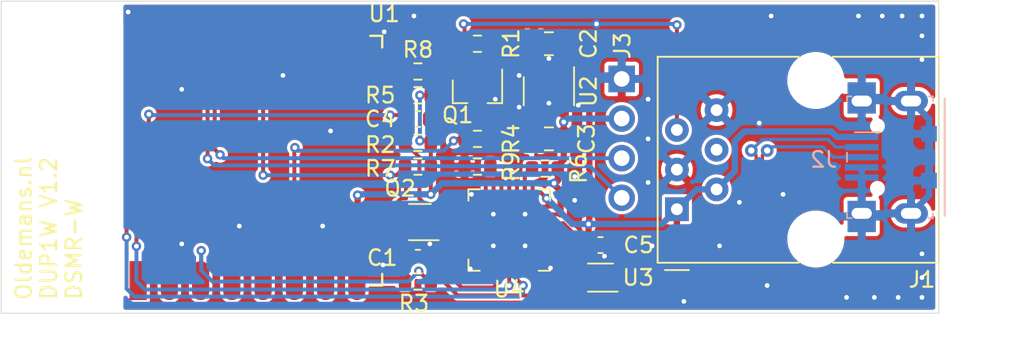
<source format=kicad_pcb>
(kicad_pcb (version 20171130) (host pcbnew "(5.1.9-0-10_14)")

  (general
    (thickness 1.6)
    (drawings 7)
    (tracks 358)
    (zones 0)
    (modules 23)
    (nets 45)
  )

  (page A4)
  (layers
    (0 F.Cu signal)
    (31 B.Cu signal)
    (32 B.Adhes user hide)
    (33 F.Adhes user hide)
    (34 B.Paste user hide)
    (35 F.Paste user hide)
    (36 B.SilkS user)
    (37 F.SilkS user)
    (38 B.Mask user hide)
    (39 F.Mask user hide)
    (40 Dwgs.User user hide)
    (41 Cmts.User user hide)
    (42 Eco1.User user hide)
    (43 Eco2.User user)
    (44 Edge.Cuts user)
    (45 Margin user hide)
    (46 B.CrtYd user hide)
    (47 F.CrtYd user hide)
    (48 B.Fab user hide)
    (49 F.Fab user hide)
  )

  (setup
    (last_trace_width 0.254)
    (user_trace_width 0.254)
    (user_trace_width 0.4064)
    (trace_clearance 0.2032)
    (zone_clearance 0.2032)
    (zone_45_only no)
    (trace_min 0.2032)
    (via_size 0.6)
    (via_drill 0.3)
    (via_min_size 0.4)
    (via_min_drill 0.3)
    (user_via 0.6 0.3)
    (user_via 0.8 0.4)
    (uvia_size 0.3048)
    (uvia_drill 0.1016)
    (uvias_allowed no)
    (uvia_min_size 0.2)
    (uvia_min_drill 0.1)
    (edge_width 0.05)
    (segment_width 0.2)
    (pcb_text_width 0.3)
    (pcb_text_size 1.5 1.5)
    (mod_edge_width 0.12)
    (mod_text_size 1 1)
    (mod_text_width 0.15)
    (pad_size 1.524 1.524)
    (pad_drill 0.762)
    (pad_to_mask_clearance 0)
    (aux_axis_origin 0 0)
    (visible_elements FFFFFF7F)
    (pcbplotparams
      (layerselection 0x010f0_ffffffff)
      (usegerberextensions true)
      (usegerberattributes false)
      (usegerberadvancedattributes false)
      (creategerberjobfile false)
      (excludeedgelayer true)
      (linewidth 0.100000)
      (plotframeref false)
      (viasonmask false)
      (mode 1)
      (useauxorigin false)
      (hpglpennumber 1)
      (hpglpenspeed 20)
      (hpglpendiameter 15.000000)
      (psnegative false)
      (psa4output false)
      (plotreference true)
      (plotvalue false)
      (plotinvisibletext false)
      (padsonsilk false)
      (subtractmaskfromsilk true)
      (outputformat 1)
      (mirror false)
      (drillshape 0)
      (scaleselection 1)
      (outputdirectory "OUTPUTS"))
  )

  (net 0 "")
  (net 1 GND)
  (net 2 +5V)
  (net 3 +3V3)
  (net 4 "Net-(J1-Pad4)")
  (net 5 DATA)
  (net 6 RTS)
  (net 7 DTR)
  (net 8 RST)
  (net 9 GPIO0)
  (net 10 "Net-(U1-Pad7)")
  (net 11 "Net-(U1-Pad4)")
  (net 12 "Net-(U1-Pad2)")
  (net 13 /D+)
  (net 14 /D-)
  (net 15 /CH_PD)
  (net 16 /GPIO2)
  (net 17 "Net-(R6-Pad2)")
  (net 18 /GPIO15)
  (net 19 /D1-)
  (net 20 /D1+)
  (net 21 "Net-(U4-Pad27)")
  (net 22 "Net-(U4-Pad23)")
  (net 23 "Net-(U4-Pad12)")
  (net 24 "Net-(U4-Pad10)")
  (net 25 "Net-(U4-Pad2)")
  (net 26 "Net-(U4-Pad1)")
  (net 27 /ESP_SCL)
  (net 28 /EPS_SDA)
  (net 29 /ESP_TX)
  (net 30 /ESP_RX)
  (net 31 DSMR_DATA)
  (net 32 "Net-(U2-Pad4)")
  (net 33 "Net-(U1-Pad5)")
  (net 34 /USB_SUSP)
  (net 35 "Net-(U4-Pad22)")
  (net 36 "Net-(U4-Pad21)")
  (net 37 "Net-(U4-Pad20)")
  (net 38 "Net-(U4-Pad19)")
  (net 39 "Net-(U4-Pad18)")
  (net 40 "Net-(U4-Pad17)")
  (net 41 "Net-(U4-Pad16)")
  (net 42 "Net-(U4-Pad15)")
  (net 43 "Net-(U4-Pad14)")
  (net 44 "Net-(U4-Pad13)")

  (net_class Default "This is the default net class."
    (clearance 0.2032)
    (trace_width 0.254)
    (via_dia 0.6)
    (via_drill 0.3)
    (uvia_dia 0.3048)
    (uvia_drill 0.1016)
    (diff_pair_width 0.2032)
    (diff_pair_gap 0.2032)
    (add_net /CH_PD)
    (add_net /D+)
    (add_net /D-)
    (add_net /D1+)
    (add_net /D1-)
    (add_net /EPS_SDA)
    (add_net /ESP_RX)
    (add_net /ESP_SCL)
    (add_net /ESP_TX)
    (add_net /GPIO15)
    (add_net /GPIO2)
    (add_net /USB_SUSP)
    (add_net DATA)
    (add_net DSMR_DATA)
    (add_net DTR)
    (add_net GPIO0)
    (add_net "Net-(J1-Pad4)")
    (add_net "Net-(R6-Pad2)")
    (add_net "Net-(U1-Pad2)")
    (add_net "Net-(U1-Pad4)")
    (add_net "Net-(U1-Pad5)")
    (add_net "Net-(U1-Pad7)")
    (add_net "Net-(U2-Pad4)")
    (add_net "Net-(U4-Pad1)")
    (add_net "Net-(U4-Pad10)")
    (add_net "Net-(U4-Pad12)")
    (add_net "Net-(U4-Pad13)")
    (add_net "Net-(U4-Pad14)")
    (add_net "Net-(U4-Pad15)")
    (add_net "Net-(U4-Pad16)")
    (add_net "Net-(U4-Pad17)")
    (add_net "Net-(U4-Pad18)")
    (add_net "Net-(U4-Pad19)")
    (add_net "Net-(U4-Pad2)")
    (add_net "Net-(U4-Pad20)")
    (add_net "Net-(U4-Pad21)")
    (add_net "Net-(U4-Pad22)")
    (add_net "Net-(U4-Pad23)")
    (add_net "Net-(U4-Pad27)")
    (add_net RST)
    (add_net RTS)
  )

  (net_class POWER ""
    (clearance 0.2032)
    (trace_width 0.254)
    (via_dia 0.8)
    (via_drill 0.4)
    (uvia_dia 0.3048)
    (uvia_drill 0.1016)
    (diff_pair_width 0.2032)
    (diff_pair_gap 0.2032)
    (add_net +3V3)
    (add_net +5V)
    (add_net GND)
  )

  (module Package_DFN_QFN:QFN-28-1EP_5x5mm_P0.5mm_EP3.35x3.35mm (layer F.Cu) (tedit 5DC5F6A4) (tstamp 608D6B60)
    (at 32.512 -5.334 180)
    (descr "QFN, 28 Pin (http://ww1.microchip.com/downloads/en/PackagingSpec/00000049BQ.pdf#page=283), generated with kicad-footprint-generator ipc_noLead_generator.py")
    (tags "QFN NoLead")
    (path /6092FD95)
    (attr smd)
    (fp_text reference U4 (at 0 -3.8) (layer F.SilkS)
      (effects (font (size 1 1) (thickness 0.15)))
    )
    (fp_text value CP2102-Axx-xQFN28 (at 0 3.8) (layer F.Fab)
      (effects (font (size 1 1) (thickness 0.15)))
    )
    (fp_line (start 1.885 -2.61) (end 2.61 -2.61) (layer F.SilkS) (width 0.12))
    (fp_line (start 2.61 -2.61) (end 2.61 -1.885) (layer F.SilkS) (width 0.12))
    (fp_line (start -1.885 2.61) (end -2.61 2.61) (layer F.SilkS) (width 0.12))
    (fp_line (start -2.61 2.61) (end -2.61 1.885) (layer F.SilkS) (width 0.12))
    (fp_line (start 1.885 2.61) (end 2.61 2.61) (layer F.SilkS) (width 0.12))
    (fp_line (start 2.61 2.61) (end 2.61 1.885) (layer F.SilkS) (width 0.12))
    (fp_line (start -1.885 -2.61) (end -2.61 -2.61) (layer F.SilkS) (width 0.12))
    (fp_line (start -1.5 -2.5) (end 2.5 -2.5) (layer F.Fab) (width 0.1))
    (fp_line (start 2.5 -2.5) (end 2.5 2.5) (layer F.Fab) (width 0.1))
    (fp_line (start 2.5 2.5) (end -2.5 2.5) (layer F.Fab) (width 0.1))
    (fp_line (start -2.5 2.5) (end -2.5 -1.5) (layer F.Fab) (width 0.1))
    (fp_line (start -2.5 -1.5) (end -1.5 -2.5) (layer F.Fab) (width 0.1))
    (fp_line (start -3.1 -3.1) (end -3.1 3.1) (layer F.CrtYd) (width 0.05))
    (fp_line (start -3.1 3.1) (end 3.1 3.1) (layer F.CrtYd) (width 0.05))
    (fp_line (start 3.1 3.1) (end 3.1 -3.1) (layer F.CrtYd) (width 0.05))
    (fp_line (start 3.1 -3.1) (end -3.1 -3.1) (layer F.CrtYd) (width 0.05))
    (fp_text user %R (at 0 0) (layer F.Fab)
      (effects (font (size 1 1) (thickness 0.15)))
    )
    (pad "" smd roundrect (at 1.12 1.12 180) (size 0.9 0.9) (layers F.Paste) (roundrect_rratio 0.25))
    (pad "" smd roundrect (at 1.12 0 180) (size 0.9 0.9) (layers F.Paste) (roundrect_rratio 0.25))
    (pad "" smd roundrect (at 1.12 -1.12 180) (size 0.9 0.9) (layers F.Paste) (roundrect_rratio 0.25))
    (pad "" smd roundrect (at 0 1.12 180) (size 0.9 0.9) (layers F.Paste) (roundrect_rratio 0.25))
    (pad "" smd roundrect (at 0 0 180) (size 0.9 0.9) (layers F.Paste) (roundrect_rratio 0.25))
    (pad "" smd roundrect (at 0 -1.12 180) (size 0.9 0.9) (layers F.Paste) (roundrect_rratio 0.25))
    (pad "" smd roundrect (at -1.12 1.12 180) (size 0.9 0.9) (layers F.Paste) (roundrect_rratio 0.25))
    (pad "" smd roundrect (at -1.12 0 180) (size 0.9 0.9) (layers F.Paste) (roundrect_rratio 0.25))
    (pad "" smd roundrect (at -1.12 -1.12 180) (size 0.9 0.9) (layers F.Paste) (roundrect_rratio 0.25))
    (pad 29 smd rect (at 0 0 180) (size 3.35 3.35) (layers F.Cu F.Mask)
      (net 1 GND))
    (pad 28 smd roundrect (at -1.5 -2.45 180) (size 0.25 0.8) (layers F.Cu F.Paste F.Mask) (roundrect_rratio 0.25)
      (net 7 DTR))
    (pad 27 smd roundrect (at -1 -2.45 180) (size 0.25 0.8) (layers F.Cu F.Paste F.Mask) (roundrect_rratio 0.25)
      (net 21 "Net-(U4-Pad27)"))
    (pad 26 smd roundrect (at -0.5 -2.45 180) (size 0.25 0.8) (layers F.Cu F.Paste F.Mask) (roundrect_rratio 0.25)
      (net 29 /ESP_TX))
    (pad 25 smd roundrect (at 0 -2.45 180) (size 0.25 0.8) (layers F.Cu F.Paste F.Mask) (roundrect_rratio 0.25)
      (net 30 /ESP_RX))
    (pad 24 smd roundrect (at 0.5 -2.45 180) (size 0.25 0.8) (layers F.Cu F.Paste F.Mask) (roundrect_rratio 0.25)
      (net 6 RTS))
    (pad 23 smd roundrect (at 1 -2.45 180) (size 0.25 0.8) (layers F.Cu F.Paste F.Mask) (roundrect_rratio 0.25)
      (net 22 "Net-(U4-Pad23)"))
    (pad 22 smd roundrect (at 1.5 -2.45 180) (size 0.25 0.8) (layers F.Cu F.Paste F.Mask) (roundrect_rratio 0.25)
      (net 35 "Net-(U4-Pad22)"))
    (pad 21 smd roundrect (at 2.45 -1.5 180) (size 0.8 0.25) (layers F.Cu F.Paste F.Mask) (roundrect_rratio 0.25)
      (net 36 "Net-(U4-Pad21)"))
    (pad 20 smd roundrect (at 2.45 -1 180) (size 0.8 0.25) (layers F.Cu F.Paste F.Mask) (roundrect_rratio 0.25)
      (net 37 "Net-(U4-Pad20)"))
    (pad 19 smd roundrect (at 2.45 -0.5 180) (size 0.8 0.25) (layers F.Cu F.Paste F.Mask) (roundrect_rratio 0.25)
      (net 38 "Net-(U4-Pad19)"))
    (pad 18 smd roundrect (at 2.45 0 180) (size 0.8 0.25) (layers F.Cu F.Paste F.Mask) (roundrect_rratio 0.25)
      (net 39 "Net-(U4-Pad18)"))
    (pad 17 smd roundrect (at 2.45 0.5 180) (size 0.8 0.25) (layers F.Cu F.Paste F.Mask) (roundrect_rratio 0.25)
      (net 40 "Net-(U4-Pad17)"))
    (pad 16 smd roundrect (at 2.45 1 180) (size 0.8 0.25) (layers F.Cu F.Paste F.Mask) (roundrect_rratio 0.25)
      (net 41 "Net-(U4-Pad16)"))
    (pad 15 smd roundrect (at 2.45 1.5 180) (size 0.8 0.25) (layers F.Cu F.Paste F.Mask) (roundrect_rratio 0.25)
      (net 42 "Net-(U4-Pad15)"))
    (pad 14 smd roundrect (at 1.5 2.45 180) (size 0.25 0.8) (layers F.Cu F.Paste F.Mask) (roundrect_rratio 0.25)
      (net 43 "Net-(U4-Pad14)"))
    (pad 13 smd roundrect (at 1 2.45 180) (size 0.25 0.8) (layers F.Cu F.Paste F.Mask) (roundrect_rratio 0.25)
      (net 44 "Net-(U4-Pad13)"))
    (pad 12 smd roundrect (at 0.5 2.45 180) (size 0.25 0.8) (layers F.Cu F.Paste F.Mask) (roundrect_rratio 0.25)
      (net 23 "Net-(U4-Pad12)"))
    (pad 11 smd roundrect (at 0 2.45 180) (size 0.25 0.8) (layers F.Cu F.Paste F.Mask) (roundrect_rratio 0.25)
      (net 34 /USB_SUSP))
    (pad 10 smd roundrect (at -0.5 2.45 180) (size 0.25 0.8) (layers F.Cu F.Paste F.Mask) (roundrect_rratio 0.25)
      (net 24 "Net-(U4-Pad10)"))
    (pad 9 smd roundrect (at -1 2.45 180) (size 0.25 0.8) (layers F.Cu F.Paste F.Mask) (roundrect_rratio 0.25)
      (net 17 "Net-(R6-Pad2)"))
    (pad 8 smd roundrect (at -1.5 2.45 180) (size 0.25 0.8) (layers F.Cu F.Paste F.Mask) (roundrect_rratio 0.25)
      (net 2 +5V))
    (pad 7 smd roundrect (at -2.45 1.5 180) (size 0.8 0.25) (layers F.Cu F.Paste F.Mask) (roundrect_rratio 0.25)
      (net 2 +5V))
    (pad 6 smd roundrect (at -2.45 1 180) (size 0.8 0.25) (layers F.Cu F.Paste F.Mask) (roundrect_rratio 0.25)
      (net 3 +3V3))
    (pad 5 smd roundrect (at -2.45 0.5 180) (size 0.8 0.25) (layers F.Cu F.Paste F.Mask) (roundrect_rratio 0.25)
      (net 19 /D1-))
    (pad 4 smd roundrect (at -2.45 0 180) (size 0.8 0.25) (layers F.Cu F.Paste F.Mask) (roundrect_rratio 0.25)
      (net 20 /D1+))
    (pad 3 smd roundrect (at -2.45 -0.5 180) (size 0.8 0.25) (layers F.Cu F.Paste F.Mask) (roundrect_rratio 0.25)
      (net 1 GND))
    (pad 2 smd roundrect (at -2.45 -1 180) (size 0.8 0.25) (layers F.Cu F.Paste F.Mask) (roundrect_rratio 0.25)
      (net 25 "Net-(U4-Pad2)"))
    (pad 1 smd roundrect (at -2.45 -1.5 180) (size 0.8 0.25) (layers F.Cu F.Paste F.Mask) (roundrect_rratio 0.25)
      (net 26 "Net-(U4-Pad1)"))
    (model ${KISYS3DMOD}/Package_DFN_QFN.3dshapes/QFN-28-1EP_5x5mm_P0.5mm_EP3.35x3.35mm.wrl
      (at (xyz 0 0 0))
      (scale (xyz 1 1 1))
      (rotate (xyz 0 0 0))
    )
  )

  (module MySymbols:OLED_I2C_128x32 locked (layer F.Cu) (tedit 608BFC38) (tstamp 608C6D2B)
    (at 41.2115 -5.207 180)
    (path /60CAF614)
    (fp_text reference J3 (at 1.4605 11.938 90) (layer F.SilkS)
      (effects (font (size 1 1) (thickness 0.15)))
    )
    (fp_text value Conn_01x04_Male (at 10.71 -12.21) (layer F.Fab) hide
      (effects (font (size 1 1) (thickness 0.15)))
    )
    (fp_line (start 2.61 0.9) (end 0.36 0.9) (layer F.CrtYd) (width 0.12))
    (fp_line (start 2.61 11.08) (end 2.61 0.9) (layer F.CrtYd) (width 0.12))
    (fp_line (start 0.36 11.08) (end 2.61 11.08) (layer F.CrtYd) (width 0.12))
    (fp_line (start 0.36 0.9) (end 0.36 11.08) (layer F.CrtYd) (width 0.12))
    (fp_line (start 0 0) (end 38 0) (layer Dwgs.User) (width 0.12))
    (fp_line (start 0 0) (end 0 12) (layer Dwgs.User) (width 0.12))
    (fp_line (start 0 12) (end 38 12) (layer Dwgs.User) (width 0.12))
    (fp_line (start 38 0) (end 38 12) (layer Dwgs.User) (width 0.12))
    (fp_line (start 7.1 2.16) (end 7.1 7.744) (layer Dwgs.User) (width 0.12))
    (fp_line (start 5 0) (end 5 12) (layer Dwgs.User) (width 0.12))
    (fp_line (start 7.1 2.16) (end 29.384 2.16) (layer Dwgs.User) (width 0.12))
    (fp_line (start 7.1 7.744) (end 29.384 7.744) (layer Dwgs.User) (width 0.12))
    (fp_line (start 29.384 2.16) (end 29.384 7.744) (layer Dwgs.User) (width 0.12))
    (fp_text user D (at 3.1115 2.19) (layer F.SilkS) hide
      (effects (font (size 1 1) (thickness 0.15)))
    )
    (fp_text user C (at 2.9845 4.699) (layer F.SilkS) hide
      (effects (font (size 1 1) (thickness 0.15)))
    )
    (fp_text user V (at 3.3 7.27) (layer F.SilkS) hide
      (effects (font (size 1 1) (thickness 0.15)))
    )
    (fp_text user G (at 3.3 9.81) (layer F.SilkS) hide
      (effects (font (size 1 1) (thickness 0.15)))
    )
    (pad 3 thru_hole circle (at 1.5 4.73 180) (size 1.7 1.7) (drill 1) (layers *.Cu *.Mask)
      (net 28 /EPS_SDA))
    (pad 2 thru_hole circle (at 1.5 7.27 180) (size 1.7 1.7) (drill 1) (layers *.Cu *.Mask)
      (net 3 +3V3))
    (pad 4 thru_hole circle (at 1.5 2.19 180) (size 1.7 1.7) (drill 1) (layers *.Cu *.Mask)
      (net 27 /ESP_SCL))
    (pad 1 thru_hole rect (at 1.5 9.81 180) (size 1.7 1.7) (drill 1) (layers *.Cu *.Mask)
      (net 1 GND))
  )

  (module ESP8266:ESP-12 locked (layer F.Cu) (tedit 608BFAFD) (tstamp 608BB227)
    (at 8.763 -2.794 90)
    (descr "Module, ESP-8266, ESP-12, 16 pad, SMD")
    (tags "Module ESP-8266 ESP8266")
    (path /60B730AA)
    (fp_text reference U1 (at 16.383 15.748) (layer F.SilkS)
      (effects (font (size 1 1) (thickness 0.15)))
    )
    (fp_text value ESP-12 (at 6.992 1 90) (layer F.Fab)
      (effects (font (size 1 1) (thickness 0.15)))
    )
    (fp_line (start 14.24 15.622) (end 14.986 15.621) (layer F.SilkS) (width 0.1524))
    (fp_line (start -1.008 -8.4) (end 14.992 -8.4) (layer F.Fab) (width 0.05))
    (fp_line (start -1.008 15.6) (end -1.008 -8.4) (layer F.Fab) (width 0.05))
    (fp_line (start 14.992 15.6) (end -1.008 15.6) (layer F.Fab) (width 0.05))
    (fp_line (start 15 -8.4) (end 15 15.6) (layer F.Fab) (width 0.05))
    (fp_line (start -1.008 -2.6) (end 14.992 -2.6) (layer F.Fab) (width 0.1524))
    (fp_line (start -1.02 -8.39) (end 14.992 -2.6) (layer F.Fab) (width 0.1524))
    (fp_line (start 14.99 -8.39) (end -1.008 -2.6) (layer F.Fab) (width 0.1524))
    (fp_line (start 14.986 15.621) (end 14.986 14.859) (layer F.SilkS) (width 0.1524))
    (fp_line (start -1.016 15.621) (end -0.27 15.62) (layer F.SilkS) (width 0.1524))
    (fp_line (start -1.016 14.859) (end -1.016 15.621) (layer F.SilkS) (width 0.1524))
    (fp_line (start -1.02 -8.39) (end -1.008 -2.6) (layer F.Fab) (width 0.1524))
    (fp_line (start 14.99 -8.39) (end 14.992 -2.6) (layer F.Fab) (width 0.1524))
    (fp_line (start -1.02 -8.39) (end 14.99 -8.39) (layer F.Fab) (width 0.1524))
    (fp_line (start -2.25 16) (end -2.25 -0.5) (layer F.CrtYd) (width 0.05))
    (fp_line (start 16.25 16) (end -2.25 16) (layer F.CrtYd) (width 0.05))
    (fp_line (start 16.25 -8.75) (end 16.25 16) (layer F.CrtYd) (width 0.05))
    (fp_line (start 15.25 -8.75) (end 16.25 -8.75) (layer F.CrtYd) (width 0.05))
    (fp_line (start -2.25 -8.75) (end 15.25 -8.75) (layer F.CrtYd) (width 0.05))
    (fp_line (start -2.25 -0.5) (end -2.25 -8.75) (layer F.CrtYd) (width 0.05))
    (fp_text user "No Copper" (at 6.892 -5.4 90) (layer F.CrtYd)
      (effects (font (size 1 1) (thickness 0.15)))
    )
    (pad 16 smd oval (at 14 0 90) (size 2.5 1.1) (drill (offset 0.7 0)) (layers F.Cu F.Paste F.Mask)
      (net 29 /ESP_TX))
    (pad 15 smd oval (at 14 2 90) (size 2.5 1.1) (drill (offset 0.7 0)) (layers F.Cu F.Paste F.Mask)
      (net 30 /ESP_RX))
    (pad 14 smd oval (at 14 4 90) (size 2.5 1.1) (drill (offset 0.7 0)) (layers F.Cu F.Paste F.Mask)
      (net 27 /ESP_SCL))
    (pad 13 smd oval (at 14 6 90) (size 2.5 1.1) (drill (offset 0.7 0)) (layers F.Cu F.Paste F.Mask)
      (net 28 /EPS_SDA))
    (pad 12 smd oval (at 14 8 90) (size 2.5 1.1) (drill (offset 0.7 0)) (layers F.Cu F.Paste F.Mask)
      (net 9 GPIO0))
    (pad 11 smd oval (at 14 10 90) (size 2.5 1.1) (drill (offset 0.7 0)) (layers F.Cu F.Paste F.Mask)
      (net 16 /GPIO2))
    (pad 10 smd oval (at 14 12 90) (size 2.5 1.1) (drill (offset 0.6 0)) (layers F.Cu F.Paste F.Mask)
      (net 18 /GPIO15))
    (pad 9 smd oval (at 14 14 90) (size 2.5 1.1) (drill (offset 0.7 0)) (layers F.Cu F.Paste F.Mask)
      (net 1 GND))
    (pad 8 smd oval (at 0 14 90) (size 2.5 1.1) (drill (offset -0.7 0)) (layers F.Cu F.Paste F.Mask)
      (net 3 +3V3))
    (pad 7 smd oval (at 0 12 90) (size 2.5 1.1) (drill (offset -0.7 0)) (layers F.Cu F.Paste F.Mask)
      (net 10 "Net-(U1-Pad7)"))
    (pad 6 smd oval (at 0 10 90) (size 2.5 1.1) (drill (offset -0.7 0)) (layers F.Cu F.Paste F.Mask)
      (net 31 DSMR_DATA))
    (pad 5 smd oval (at 0 8 90) (size 2.5 1.1) (drill (offset -0.7 0)) (layers F.Cu F.Paste F.Mask)
      (net 33 "Net-(U1-Pad5)"))
    (pad 4 smd oval (at 0 6 90) (size 2.5 1.1) (drill (offset -0.7 0)) (layers F.Cu F.Paste F.Mask)
      (net 11 "Net-(U1-Pad4)"))
    (pad 3 smd oval (at 0 4 90) (size 2.5 1.1) (drill (offset -0.7 0)) (layers F.Cu F.Paste F.Mask)
      (net 15 /CH_PD))
    (pad 2 smd oval (at 0 2 90) (size 2.5 1.1) (drill (offset -0.7 0)) (layers F.Cu F.Paste F.Mask)
      (net 12 "Net-(U1-Pad2)"))
    (pad 1 smd rect (at 0 0 90) (size 2.5 1.1) (drill (offset -0.7 0)) (layers F.Cu F.Paste F.Mask)
      (net 8 RST))
    (model ${ESPLIB}/ESP8266.3dshapes/ESP-12.wrl
      (at (xyz 0 0 0))
      (scale (xyz 0.3937 0.3937 0.3937))
      (rotate (xyz 0 0 0))
    )
  )

  (module Package_TO_SOT_SMD:SOT-23-5 (layer F.Cu) (tedit 5A02FF57) (tstamp 608C5335)
    (at 35.052 -14.224 270)
    (descr "5-pin SOT23 package")
    (tags SOT-23-5)
    (path /60DC1061)
    (attr smd)
    (fp_text reference U2 (at 0 -2.54 90) (layer F.SilkS)
      (effects (font (size 1 1) (thickness 0.15)))
    )
    (fp_text value MIC5219-3.3YM5 (at 0 2.9 90) (layer F.Fab)
      (effects (font (size 1 1) (thickness 0.15)))
    )
    (fp_line (start 0.9 -1.55) (end 0.9 1.55) (layer F.Fab) (width 0.1))
    (fp_line (start 0.9 1.55) (end -0.9 1.55) (layer F.Fab) (width 0.1))
    (fp_line (start -0.9 -0.9) (end -0.9 1.55) (layer F.Fab) (width 0.1))
    (fp_line (start 0.9 -1.55) (end -0.25 -1.55) (layer F.Fab) (width 0.1))
    (fp_line (start -0.9 -0.9) (end -0.25 -1.55) (layer F.Fab) (width 0.1))
    (fp_line (start -1.9 1.8) (end -1.9 -1.8) (layer F.CrtYd) (width 0.05))
    (fp_line (start 1.9 1.8) (end -1.9 1.8) (layer F.CrtYd) (width 0.05))
    (fp_line (start 1.9 -1.8) (end 1.9 1.8) (layer F.CrtYd) (width 0.05))
    (fp_line (start -1.9 -1.8) (end 1.9 -1.8) (layer F.CrtYd) (width 0.05))
    (fp_line (start 0.9 -1.61) (end -1.55 -1.61) (layer F.SilkS) (width 0.12))
    (fp_line (start -0.9 1.61) (end 0.9 1.61) (layer F.SilkS) (width 0.12))
    (fp_text user %R (at 0 0) (layer F.Fab)
      (effects (font (size 0.5 0.5) (thickness 0.075)))
    )
    (pad 5 smd rect (at 1.1 -0.95 270) (size 1.06 0.65) (layers F.Cu F.Paste F.Mask)
      (net 3 +3V3))
    (pad 4 smd rect (at 1.1 0.95 270) (size 1.06 0.65) (layers F.Cu F.Paste F.Mask)
      (net 32 "Net-(U2-Pad4)"))
    (pad 3 smd rect (at -1.1 0.95 270) (size 1.06 0.65) (layers F.Cu F.Paste F.Mask)
      (net 2 +5V))
    (pad 2 smd rect (at -1.1 0 270) (size 1.06 0.65) (layers F.Cu F.Paste F.Mask)
      (net 1 GND))
    (pad 1 smd rect (at -1.1 -0.95 270) (size 1.06 0.65) (layers F.Cu F.Paste F.Mask)
      (net 2 +5V))
    (model ${KISYS3DMOD}/Package_TO_SOT_SMD.3dshapes/SOT-23-5.wrl
      (at (xyz 0 0 0))
      (scale (xyz 1 1 1))
      (rotate (xyz 0 0 0))
    )
  )

  (module Capacitor_SMD:C_0805_2012Metric (layer F.Cu) (tedit 5F68FEEE) (tstamp 608C505C)
    (at 35.052 -11.176 180)
    (descr "Capacitor SMD 0805 (2012 Metric), square (rectangular) end terminal, IPC_7351 nominal, (Body size source: IPC-SM-782 page 76, https://www.pcb-3d.com/wordpress/wp-content/uploads/ipc-sm-782a_amendment_1_and_2.pdf, https://docs.google.com/spreadsheets/d/1BsfQQcO9C6DZCsRaXUlFlo91Tg2WpOkGARC1WS5S8t0/edit?usp=sharing), generated with kicad-footprint-generator")
    (tags capacitor)
    (path /60DE60A6)
    (attr smd)
    (fp_text reference C3 (at -2.413 0 270) (layer F.SilkS)
      (effects (font (size 1 1) (thickness 0.15)))
    )
    (fp_text value 4,7uF (at 0 1.68) (layer F.Fab)
      (effects (font (size 1 1) (thickness 0.15)))
    )
    (fp_line (start 1.7 0.98) (end -1.7 0.98) (layer F.CrtYd) (width 0.05))
    (fp_line (start 1.7 -0.98) (end 1.7 0.98) (layer F.CrtYd) (width 0.05))
    (fp_line (start -1.7 -0.98) (end 1.7 -0.98) (layer F.CrtYd) (width 0.05))
    (fp_line (start -1.7 0.98) (end -1.7 -0.98) (layer F.CrtYd) (width 0.05))
    (fp_line (start -0.261252 0.735) (end 0.261252 0.735) (layer F.SilkS) (width 0.12))
    (fp_line (start -0.261252 -0.735) (end 0.261252 -0.735) (layer F.SilkS) (width 0.12))
    (fp_line (start 1 0.625) (end -1 0.625) (layer F.Fab) (width 0.1))
    (fp_line (start 1 -0.625) (end 1 0.625) (layer F.Fab) (width 0.1))
    (fp_line (start -1 -0.625) (end 1 -0.625) (layer F.Fab) (width 0.1))
    (fp_line (start -1 0.625) (end -1 -0.625) (layer F.Fab) (width 0.1))
    (fp_text user %R (at 0 0) (layer F.Fab)
      (effects (font (size 0.5 0.5) (thickness 0.08)))
    )
    (pad 2 smd roundrect (at 0.95 0 180) (size 1 1.45) (layers F.Cu F.Paste F.Mask) (roundrect_rratio 0.25)
      (net 1 GND))
    (pad 1 smd roundrect (at -0.95 0 180) (size 1 1.45) (layers F.Cu F.Paste F.Mask) (roundrect_rratio 0.25)
      (net 3 +3V3))
    (model ${KISYS3DMOD}/Capacitor_SMD.3dshapes/C_0805_2012Metric.wrl
      (at (xyz 0 0 0))
      (scale (xyz 1 1 1))
      (rotate (xyz 0 0 0))
    )
  )

  (module Capacitor_SMD:C_0805_2012Metric (layer F.Cu) (tedit 5F68FEEE) (tstamp 608C504B)
    (at 35.052 -17.272 180)
    (descr "Capacitor SMD 0805 (2012 Metric), square (rectangular) end terminal, IPC_7351 nominal, (Body size source: IPC-SM-782 page 76, https://www.pcb-3d.com/wordpress/wp-content/uploads/ipc-sm-782a_amendment_1_and_2.pdf, https://docs.google.com/spreadsheets/d/1BsfQQcO9C6DZCsRaXUlFlo91Tg2WpOkGARC1WS5S8t0/edit?usp=sharing), generated with kicad-footprint-generator")
    (tags capacitor)
    (path /60DDDD4A)
    (attr smd)
    (fp_text reference C2 (at -2.54 0 90) (layer F.SilkS)
      (effects (font (size 1 1) (thickness 0.15)))
    )
    (fp_text value 4,7uF (at 0 1.68) (layer F.Fab)
      (effects (font (size 1 1) (thickness 0.15)))
    )
    (fp_line (start 1.7 0.98) (end -1.7 0.98) (layer F.CrtYd) (width 0.05))
    (fp_line (start 1.7 -0.98) (end 1.7 0.98) (layer F.CrtYd) (width 0.05))
    (fp_line (start -1.7 -0.98) (end 1.7 -0.98) (layer F.CrtYd) (width 0.05))
    (fp_line (start -1.7 0.98) (end -1.7 -0.98) (layer F.CrtYd) (width 0.05))
    (fp_line (start -0.261252 0.735) (end 0.261252 0.735) (layer F.SilkS) (width 0.12))
    (fp_line (start -0.261252 -0.735) (end 0.261252 -0.735) (layer F.SilkS) (width 0.12))
    (fp_line (start 1 0.625) (end -1 0.625) (layer F.Fab) (width 0.1))
    (fp_line (start 1 -0.625) (end 1 0.625) (layer F.Fab) (width 0.1))
    (fp_line (start -1 -0.625) (end 1 -0.625) (layer F.Fab) (width 0.1))
    (fp_line (start -1 0.625) (end -1 -0.625) (layer F.Fab) (width 0.1))
    (fp_text user %R (at 0 0) (layer F.Fab)
      (effects (font (size 0.5 0.5) (thickness 0.08)))
    )
    (pad 2 smd roundrect (at 0.95 0 180) (size 1 1.45) (layers F.Cu F.Paste F.Mask) (roundrect_rratio 0.25)
      (net 1 GND))
    (pad 1 smd roundrect (at -0.95 0 180) (size 1 1.45) (layers F.Cu F.Paste F.Mask) (roundrect_rratio 0.25)
      (net 2 +5V))
    (model ${KISYS3DMOD}/Capacitor_SMD.3dshapes/C_0805_2012Metric.wrl
      (at (xyz 0 0 0))
      (scale (xyz 1 1 1))
      (rotate (xyz 0 0 0))
    )
  )

  (module Package_TO_SOT_SMD:SOT-666 (layer F.Cu) (tedit 5A02FF57) (tstamp 608BC54B)
    (at 38.354 -2.286 180)
    (descr SOT666)
    (tags SOT-666)
    (path /60C0FEF9)
    (clearance 0.1905)
    (attr smd)
    (fp_text reference U3 (at -2.413 0) (layer F.SilkS)
      (effects (font (size 1 1) (thickness 0.15)))
    )
    (fp_text value USBLC6-2P6 (at 0 1.75 180) (layer F.Fab)
      (effects (font (size 1 1) (thickness 0.15)))
    )
    (fp_line (start 1.5 1.1) (end 1.5 -1.1) (layer F.CrtYd) (width 0.05))
    (fp_line (start -1.5 -1.1) (end -1.5 1.1) (layer F.CrtYd) (width 0.05))
    (fp_line (start 0.65 0.85) (end -0.65 0.85) (layer F.Fab) (width 0.1))
    (fp_line (start 0.65 -0.85) (end 0.65 0.85) (layer F.Fab) (width 0.1))
    (fp_line (start -1.5 1.1) (end 1.5 1.1) (layer F.CrtYd) (width 0.05))
    (fp_line (start -0.65 -0.53) (end -0.65 0.85) (layer F.Fab) (width 0.1))
    (fp_line (start 0.65 -0.85) (end -0.33 -0.85) (layer F.Fab) (width 0.1))
    (fp_line (start -1.5 -1.1) (end 1.5 -1.1) (layer F.CrtYd) (width 0.05))
    (fp_line (start -0.8 0.9) (end 0.8 0.9) (layer F.SilkS) (width 0.12))
    (fp_line (start 0.8 -0.9) (end -1.1 -0.9) (layer F.SilkS) (width 0.12))
    (fp_line (start -0.65 -0.53) (end -0.33 -0.85) (layer F.Fab) (width 0.1))
    (fp_text user %R (at 0 0 90) (layer F.Fab)
      (effects (font (size 0.5 0.5) (thickness 0.075)))
    )
    (pad 6 smd rect (at 0.85 -0.5375 180) (size 0.5 0.375) (layers F.Cu F.Paste F.Mask)
      (net 20 /D1+))
    (pad 4 smd rect (at 0.85 0.5375 180) (size 0.5 0.375) (layers F.Cu F.Paste F.Mask)
      (net 19 /D1-))
    (pad 2 smd rect (at -0.925 0 180) (size 0.65 0.3) (layers F.Cu F.Paste F.Mask)
      (net 1 GND))
    (pad 5 smd rect (at 0.925 0 180) (size 0.65 0.3) (layers F.Cu F.Paste F.Mask)
      (net 2 +5V))
    (pad 3 smd rect (at -0.85 0.5375 180) (size 0.5 0.375) (layers F.Cu F.Paste F.Mask)
      (net 14 /D-))
    (pad 1 smd rect (at -0.85 -0.5375 180) (size 0.5 0.375) (layers F.Cu F.Paste F.Mask)
      (net 13 /D+))
    (model ${KISYS3DMOD}/Package_TO_SOT_SMD.3dshapes/SOT-666.wrl
      (at (xyz 0 0 0))
      (scale (xyz 1 1 1))
      (rotate (xyz 0 0 0))
    )
  )

  (module Resistor_SMD:R_0603_1608Metric (layer F.Cu) (tedit 5F68FEEE) (tstamp 608BC4BB)
    (at 30.48 -9.398)
    (descr "Resistor SMD 0603 (1608 Metric), square (rectangular) end terminal, IPC_7351 nominal, (Body size source: IPC-SM-782 page 72, https://www.pcb-3d.com/wordpress/wp-content/uploads/ipc-sm-782a_amendment_1_and_2.pdf), generated with kicad-footprint-generator")
    (tags resistor)
    (path /60C0A451)
    (attr smd)
    (fp_text reference R9 (at 2.159 0 90) (layer F.SilkS)
      (effects (font (size 1 1) (thickness 0.15)))
    )
    (fp_text value 10K (at 0 1.43) (layer F.Fab)
      (effects (font (size 1 1) (thickness 0.15)))
    )
    (fp_line (start 1.48 0.73) (end -1.48 0.73) (layer F.CrtYd) (width 0.05))
    (fp_line (start 1.48 -0.73) (end 1.48 0.73) (layer F.CrtYd) (width 0.05))
    (fp_line (start -1.48 -0.73) (end 1.48 -0.73) (layer F.CrtYd) (width 0.05))
    (fp_line (start -1.48 0.73) (end -1.48 -0.73) (layer F.CrtYd) (width 0.05))
    (fp_line (start -0.237258 0.5225) (end 0.237258 0.5225) (layer F.SilkS) (width 0.12))
    (fp_line (start -0.237258 -0.5225) (end 0.237258 -0.5225) (layer F.SilkS) (width 0.12))
    (fp_line (start 0.8 0.4125) (end -0.8 0.4125) (layer F.Fab) (width 0.1))
    (fp_line (start 0.8 -0.4125) (end 0.8 0.4125) (layer F.Fab) (width 0.1))
    (fp_line (start -0.8 -0.4125) (end 0.8 -0.4125) (layer F.Fab) (width 0.1))
    (fp_line (start -0.8 0.4125) (end -0.8 -0.4125) (layer F.Fab) (width 0.1))
    (fp_text user %R (at 0 0) (layer F.Fab)
      (effects (font (size 0.4 0.4) (thickness 0.06)))
    )
    (pad 2 smd roundrect (at 0.825 0) (size 0.8 0.95) (layers F.Cu F.Paste F.Mask) (roundrect_rratio 0.25)
      (net 34 /USB_SUSP))
    (pad 1 smd roundrect (at -0.825 0) (size 0.8 0.95) (layers F.Cu F.Paste F.Mask) (roundrect_rratio 0.25)
      (net 1 GND))
    (model ${KISYS3DMOD}/Resistor_SMD.3dshapes/R_0603_1608Metric.wrl
      (at (xyz 0 0 0))
      (scale (xyz 1 1 1))
      (rotate (xyz 0 0 0))
    )
  )

  (module Resistor_SMD:R_0603_1608Metric (layer F.Cu) (tedit 5F68FEEE) (tstamp 608BC4AA)
    (at 26.67 -15.494)
    (descr "Resistor SMD 0603 (1608 Metric), square (rectangular) end terminal, IPC_7351 nominal, (Body size source: IPC-SM-782 page 72, https://www.pcb-3d.com/wordpress/wp-content/uploads/ipc-sm-782a_amendment_1_and_2.pdf), generated with kicad-footprint-generator")
    (tags resistor)
    (path /603AE4CA)
    (attr smd)
    (fp_text reference R8 (at 0 -1.397) (layer F.SilkS)
      (effects (font (size 1 1) (thickness 0.15)))
    )
    (fp_text value 10K (at 0 1.43) (layer F.Fab)
      (effects (font (size 1 1) (thickness 0.15)))
    )
    (fp_line (start 1.48 0.73) (end -1.48 0.73) (layer F.CrtYd) (width 0.05))
    (fp_line (start 1.48 -0.73) (end 1.48 0.73) (layer F.CrtYd) (width 0.05))
    (fp_line (start -1.48 -0.73) (end 1.48 -0.73) (layer F.CrtYd) (width 0.05))
    (fp_line (start -1.48 0.73) (end -1.48 -0.73) (layer F.CrtYd) (width 0.05))
    (fp_line (start -0.237258 0.5225) (end 0.237258 0.5225) (layer F.SilkS) (width 0.12))
    (fp_line (start -0.237258 -0.5225) (end 0.237258 -0.5225) (layer F.SilkS) (width 0.12))
    (fp_line (start 0.8 0.4125) (end -0.8 0.4125) (layer F.Fab) (width 0.1))
    (fp_line (start 0.8 -0.4125) (end 0.8 0.4125) (layer F.Fab) (width 0.1))
    (fp_line (start -0.8 -0.4125) (end 0.8 -0.4125) (layer F.Fab) (width 0.1))
    (fp_line (start -0.8 0.4125) (end -0.8 -0.4125) (layer F.Fab) (width 0.1))
    (fp_text user %R (at 0 0) (layer F.Fab)
      (effects (font (size 0.4 0.4) (thickness 0.06)))
    )
    (pad 2 smd roundrect (at 0.825 0) (size 0.8 0.95) (layers F.Cu F.Paste F.Mask) (roundrect_rratio 0.25)
      (net 1 GND))
    (pad 1 smd roundrect (at -0.825 0) (size 0.8 0.95) (layers F.Cu F.Paste F.Mask) (roundrect_rratio 0.25)
      (net 18 /GPIO15))
    (model ${KISYS3DMOD}/Resistor_SMD.3dshapes/R_0603_1608Metric.wrl
      (at (xyz 0 0 0))
      (scale (xyz 1 1 1))
      (rotate (xyz 0 0 0))
    )
  )

  (module Resistor_SMD:R_0603_1608Metric (layer F.Cu) (tedit 5F68FEEE) (tstamp 608D7C20)
    (at 26.67 -9.398)
    (descr "Resistor SMD 0603 (1608 Metric), square (rectangular) end terminal, IPC_7351 nominal, (Body size source: IPC-SM-782 page 72, https://www.pcb-3d.com/wordpress/wp-content/uploads/ipc-sm-782a_amendment_1_and_2.pdf), generated with kicad-footprint-generator")
    (tags resistor)
    (path /603FD3F8)
    (attr smd)
    (fp_text reference R7 (at -2.413 0.127) (layer F.SilkS)
      (effects (font (size 1 1) (thickness 0.15)))
    )
    (fp_text value 10K (at 0 1.43) (layer F.Fab)
      (effects (font (size 1 1) (thickness 0.15)))
    )
    (fp_line (start 1.48 0.73) (end -1.48 0.73) (layer F.CrtYd) (width 0.05))
    (fp_line (start 1.48 -0.73) (end 1.48 0.73) (layer F.CrtYd) (width 0.05))
    (fp_line (start -1.48 -0.73) (end 1.48 -0.73) (layer F.CrtYd) (width 0.05))
    (fp_line (start -1.48 0.73) (end -1.48 -0.73) (layer F.CrtYd) (width 0.05))
    (fp_line (start -0.237258 0.5225) (end 0.237258 0.5225) (layer F.SilkS) (width 0.12))
    (fp_line (start -0.237258 -0.5225) (end 0.237258 -0.5225) (layer F.SilkS) (width 0.12))
    (fp_line (start 0.8 0.4125) (end -0.8 0.4125) (layer F.Fab) (width 0.1))
    (fp_line (start 0.8 -0.4125) (end 0.8 0.4125) (layer F.Fab) (width 0.1))
    (fp_line (start -0.8 -0.4125) (end 0.8 -0.4125) (layer F.Fab) (width 0.1))
    (fp_line (start -0.8 0.4125) (end -0.8 -0.4125) (layer F.Fab) (width 0.1))
    (fp_text user %R (at 0 0) (layer F.Fab)
      (effects (font (size 0.4 0.4) (thickness 0.06)))
    )
    (pad 2 smd roundrect (at 0.825 0) (size 0.8 0.95) (layers F.Cu F.Paste F.Mask) (roundrect_rratio 0.25)
      (net 3 +3V3))
    (pad 1 smd roundrect (at -0.825 0) (size 0.8 0.95) (layers F.Cu F.Paste F.Mask) (roundrect_rratio 0.25)
      (net 9 GPIO0))
    (model ${KISYS3DMOD}/Resistor_SMD.3dshapes/R_0603_1608Metric.wrl
      (at (xyz 0 0 0))
      (scale (xyz 1 1 1))
      (rotate (xyz 0 0 0))
    )
  )

  (module Resistor_SMD:R_0603_1608Metric (layer F.Cu) (tedit 5F68FEEE) (tstamp 608BC488)
    (at 34.798 -9.271 180)
    (descr "Resistor SMD 0603 (1608 Metric), square (rectangular) end terminal, IPC_7351 nominal, (Body size source: IPC-SM-782 page 72, https://www.pcb-3d.com/wordpress/wp-content/uploads/ipc-sm-782a_amendment_1_and_2.pdf), generated with kicad-footprint-generator")
    (tags resistor)
    (path /60BD8598)
    (attr smd)
    (fp_text reference R6 (at -2.159 0 90) (layer F.SilkS)
      (effects (font (size 1 1) (thickness 0.15)))
    )
    (fp_text value 10K (at 0 1.43) (layer F.Fab)
      (effects (font (size 1 1) (thickness 0.15)))
    )
    (fp_line (start 1.48 0.73) (end -1.48 0.73) (layer F.CrtYd) (width 0.05))
    (fp_line (start 1.48 -0.73) (end 1.48 0.73) (layer F.CrtYd) (width 0.05))
    (fp_line (start -1.48 -0.73) (end 1.48 -0.73) (layer F.CrtYd) (width 0.05))
    (fp_line (start -1.48 0.73) (end -1.48 -0.73) (layer F.CrtYd) (width 0.05))
    (fp_line (start -0.237258 0.5225) (end 0.237258 0.5225) (layer F.SilkS) (width 0.12))
    (fp_line (start -0.237258 -0.5225) (end 0.237258 -0.5225) (layer F.SilkS) (width 0.12))
    (fp_line (start 0.8 0.4125) (end -0.8 0.4125) (layer F.Fab) (width 0.1))
    (fp_line (start 0.8 -0.4125) (end 0.8 0.4125) (layer F.Fab) (width 0.1))
    (fp_line (start -0.8 -0.4125) (end 0.8 -0.4125) (layer F.Fab) (width 0.1))
    (fp_line (start -0.8 0.4125) (end -0.8 -0.4125) (layer F.Fab) (width 0.1))
    (fp_text user %R (at 0 0) (layer F.Fab)
      (effects (font (size 0.4 0.4) (thickness 0.06)))
    )
    (pad 2 smd roundrect (at 0.825 0 180) (size 0.8 0.95) (layers F.Cu F.Paste F.Mask) (roundrect_rratio 0.25)
      (net 17 "Net-(R6-Pad2)"))
    (pad 1 smd roundrect (at -0.825 0 180) (size 0.8 0.95) (layers F.Cu F.Paste F.Mask) (roundrect_rratio 0.25)
      (net 3 +3V3))
    (model ${KISYS3DMOD}/Resistor_SMD.3dshapes/R_0603_1608Metric.wrl
      (at (xyz 0 0 0))
      (scale (xyz 1 1 1))
      (rotate (xyz 0 0 0))
    )
  )

  (module Resistor_SMD:R_0603_1608Metric (layer F.Cu) (tedit 5F68FEEE) (tstamp 608BC477)
    (at 26.67 -13.97)
    (descr "Resistor SMD 0603 (1608 Metric), square (rectangular) end terminal, IPC_7351 nominal, (Body size source: IPC-SM-782 page 72, https://www.pcb-3d.com/wordpress/wp-content/uploads/ipc-sm-782a_amendment_1_and_2.pdf), generated with kicad-footprint-generator")
    (tags resistor)
    (path /6088CF24)
    (attr smd)
    (fp_text reference R5 (at -2.413 0) (layer F.SilkS)
      (effects (font (size 1 1) (thickness 0.15)))
    )
    (fp_text value 10K (at 0 1.43) (layer F.Fab)
      (effects (font (size 1 1) (thickness 0.15)))
    )
    (fp_line (start 1.48 0.73) (end -1.48 0.73) (layer F.CrtYd) (width 0.05))
    (fp_line (start 1.48 -0.73) (end 1.48 0.73) (layer F.CrtYd) (width 0.05))
    (fp_line (start -1.48 -0.73) (end 1.48 -0.73) (layer F.CrtYd) (width 0.05))
    (fp_line (start -1.48 0.73) (end -1.48 -0.73) (layer F.CrtYd) (width 0.05))
    (fp_line (start -0.237258 0.5225) (end 0.237258 0.5225) (layer F.SilkS) (width 0.12))
    (fp_line (start -0.237258 -0.5225) (end 0.237258 -0.5225) (layer F.SilkS) (width 0.12))
    (fp_line (start 0.8 0.4125) (end -0.8 0.4125) (layer F.Fab) (width 0.1))
    (fp_line (start 0.8 -0.4125) (end 0.8 0.4125) (layer F.Fab) (width 0.1))
    (fp_line (start -0.8 -0.4125) (end 0.8 -0.4125) (layer F.Fab) (width 0.1))
    (fp_line (start -0.8 0.4125) (end -0.8 -0.4125) (layer F.Fab) (width 0.1))
    (fp_text user %R (at 0 0) (layer F.Fab)
      (effects (font (size 0.4 0.4) (thickness 0.06)))
    )
    (pad 2 smd roundrect (at 0.825 0) (size 0.8 0.95) (layers F.Cu F.Paste F.Mask) (roundrect_rratio 0.25)
      (net 3 +3V3))
    (pad 1 smd roundrect (at -0.825 0) (size 0.8 0.95) (layers F.Cu F.Paste F.Mask) (roundrect_rratio 0.25)
      (net 16 /GPIO2))
    (model ${KISYS3DMOD}/Resistor_SMD.3dshapes/R_0603_1608Metric.wrl
      (at (xyz 0 0 0))
      (scale (xyz 1 1 1))
      (rotate (xyz 0 0 0))
    )
  )

  (module Resistor_SMD:R_0603_1608Metric (layer F.Cu) (tedit 5F68FEEE) (tstamp 608BC466)
    (at 30.48 -11.176 180)
    (descr "Resistor SMD 0603 (1608 Metric), square (rectangular) end terminal, IPC_7351 nominal, (Body size source: IPC-SM-782 page 72, https://www.pcb-3d.com/wordpress/wp-content/uploads/ipc-sm-782a_amendment_1_and_2.pdf), generated with kicad-footprint-generator")
    (tags resistor)
    (path /603B8B6D)
    (attr smd)
    (fp_text reference R4 (at -2.159 0 90) (layer F.SilkS)
      (effects (font (size 1 1) (thickness 0.15)))
    )
    (fp_text value 10K (at 0 1.43) (layer F.Fab)
      (effects (font (size 1 1) (thickness 0.15)))
    )
    (fp_line (start 1.48 0.73) (end -1.48 0.73) (layer F.CrtYd) (width 0.05))
    (fp_line (start 1.48 -0.73) (end 1.48 0.73) (layer F.CrtYd) (width 0.05))
    (fp_line (start -1.48 -0.73) (end 1.48 -0.73) (layer F.CrtYd) (width 0.05))
    (fp_line (start -1.48 0.73) (end -1.48 -0.73) (layer F.CrtYd) (width 0.05))
    (fp_line (start -0.237258 0.5225) (end 0.237258 0.5225) (layer F.SilkS) (width 0.12))
    (fp_line (start -0.237258 -0.5225) (end 0.237258 -0.5225) (layer F.SilkS) (width 0.12))
    (fp_line (start 0.8 0.4125) (end -0.8 0.4125) (layer F.Fab) (width 0.1))
    (fp_line (start 0.8 -0.4125) (end 0.8 0.4125) (layer F.Fab) (width 0.1))
    (fp_line (start -0.8 -0.4125) (end 0.8 -0.4125) (layer F.Fab) (width 0.1))
    (fp_line (start -0.8 0.4125) (end -0.8 -0.4125) (layer F.Fab) (width 0.1))
    (fp_text user %R (at 0 0) (layer F.Fab)
      (effects (font (size 0.4 0.4) (thickness 0.06)))
    )
    (pad 2 smd roundrect (at 0.825 0 180) (size 0.8 0.95) (layers F.Cu F.Paste F.Mask) (roundrect_rratio 0.25)
      (net 31 DSMR_DATA))
    (pad 1 smd roundrect (at -0.825 0 180) (size 0.8 0.95) (layers F.Cu F.Paste F.Mask) (roundrect_rratio 0.25)
      (net 2 +5V))
    (model ${KISYS3DMOD}/Resistor_SMD.3dshapes/R_0603_1608Metric.wrl
      (at (xyz 0 0 0))
      (scale (xyz 1 1 1))
      (rotate (xyz 0 0 0))
    )
  )

  (module Resistor_SMD:R_0603_1608Metric (layer F.Cu) (tedit 5F68FEEE) (tstamp 608BC455)
    (at 26.6695 -2.032)
    (descr "Resistor SMD 0603 (1608 Metric), square (rectangular) end terminal, IPC_7351 nominal, (Body size source: IPC-SM-782 page 72, https://www.pcb-3d.com/wordpress/wp-content/uploads/ipc-sm-782a_amendment_1_and_2.pdf), generated with kicad-footprint-generator")
    (tags resistor)
    (path /603ADA73)
    (attr smd)
    (fp_text reference R3 (at -0.2535 1.397) (layer F.SilkS)
      (effects (font (size 1 1) (thickness 0.15)))
    )
    (fp_text value 10K (at 0 1.43) (layer F.Fab)
      (effects (font (size 1 1) (thickness 0.15)))
    )
    (fp_line (start 1.48 0.73) (end -1.48 0.73) (layer F.CrtYd) (width 0.05))
    (fp_line (start 1.48 -0.73) (end 1.48 0.73) (layer F.CrtYd) (width 0.05))
    (fp_line (start -1.48 -0.73) (end 1.48 -0.73) (layer F.CrtYd) (width 0.05))
    (fp_line (start -1.48 0.73) (end -1.48 -0.73) (layer F.CrtYd) (width 0.05))
    (fp_line (start -0.237258 0.5225) (end 0.237258 0.5225) (layer F.SilkS) (width 0.12))
    (fp_line (start -0.237258 -0.5225) (end 0.237258 -0.5225) (layer F.SilkS) (width 0.12))
    (fp_line (start 0.8 0.4125) (end -0.8 0.4125) (layer F.Fab) (width 0.1))
    (fp_line (start 0.8 -0.4125) (end 0.8 0.4125) (layer F.Fab) (width 0.1))
    (fp_line (start -0.8 -0.4125) (end 0.8 -0.4125) (layer F.Fab) (width 0.1))
    (fp_line (start -0.8 0.4125) (end -0.8 -0.4125) (layer F.Fab) (width 0.1))
    (fp_text user %R (at 0 0) (layer F.Fab)
      (effects (font (size 0.4 0.4) (thickness 0.06)))
    )
    (pad 2 smd roundrect (at 0.825 0) (size 0.8 0.95) (layers F.Cu F.Paste F.Mask) (roundrect_rratio 0.25)
      (net 15 /CH_PD))
    (pad 1 smd roundrect (at -0.825 0) (size 0.8 0.95) (layers F.Cu F.Paste F.Mask) (roundrect_rratio 0.25)
      (net 3 +3V3))
    (model ${KISYS3DMOD}/Resistor_SMD.3dshapes/R_0603_1608Metric.wrl
      (at (xyz 0 0 0))
      (scale (xyz 1 1 1))
      (rotate (xyz 0 0 0))
    )
  )

  (module Resistor_SMD:R_0603_1608Metric (layer F.Cu) (tedit 5F68FEEE) (tstamp 608BC444)
    (at 26.67 -10.922)
    (descr "Resistor SMD 0603 (1608 Metric), square (rectangular) end terminal, IPC_7351 nominal, (Body size source: IPC-SM-782 page 72, https://www.pcb-3d.com/wordpress/wp-content/uploads/ipc-sm-782a_amendment_1_and_2.pdf), generated with kicad-footprint-generator")
    (tags resistor)
    (path /603ACF16)
    (attr smd)
    (fp_text reference R2 (at -2.413 0.127) (layer F.SilkS)
      (effects (font (size 1 1) (thickness 0.15)))
    )
    (fp_text value 10K (at 0 1.43) (layer F.Fab)
      (effects (font (size 1 1) (thickness 0.15)))
    )
    (fp_line (start 1.48 0.73) (end -1.48 0.73) (layer F.CrtYd) (width 0.05))
    (fp_line (start 1.48 -0.73) (end 1.48 0.73) (layer F.CrtYd) (width 0.05))
    (fp_line (start -1.48 -0.73) (end 1.48 -0.73) (layer F.CrtYd) (width 0.05))
    (fp_line (start -1.48 0.73) (end -1.48 -0.73) (layer F.CrtYd) (width 0.05))
    (fp_line (start -0.237258 0.5225) (end 0.237258 0.5225) (layer F.SilkS) (width 0.12))
    (fp_line (start -0.237258 -0.5225) (end 0.237258 -0.5225) (layer F.SilkS) (width 0.12))
    (fp_line (start 0.8 0.4125) (end -0.8 0.4125) (layer F.Fab) (width 0.1))
    (fp_line (start 0.8 -0.4125) (end 0.8 0.4125) (layer F.Fab) (width 0.1))
    (fp_line (start -0.8 -0.4125) (end 0.8 -0.4125) (layer F.Fab) (width 0.1))
    (fp_line (start -0.8 0.4125) (end -0.8 -0.4125) (layer F.Fab) (width 0.1))
    (fp_text user %R (at 0 0) (layer F.Fab)
      (effects (font (size 0.4 0.4) (thickness 0.06)))
    )
    (pad 2 smd roundrect (at 0.825 0) (size 0.8 0.95) (layers F.Cu F.Paste F.Mask) (roundrect_rratio 0.25)
      (net 3 +3V3))
    (pad 1 smd roundrect (at -0.825 0) (size 0.8 0.95) (layers F.Cu F.Paste F.Mask) (roundrect_rratio 0.25)
      (net 8 RST))
    (model ${KISYS3DMOD}/Resistor_SMD.3dshapes/R_0603_1608Metric.wrl
      (at (xyz 0 0 0))
      (scale (xyz 1 1 1))
      (rotate (xyz 0 0 0))
    )
  )

  (module Resistor_SMD:R_0603_1608Metric (layer F.Cu) (tedit 5F68FEEE) (tstamp 608BF62A)
    (at 30.48 -17.272 180)
    (descr "Resistor SMD 0603 (1608 Metric), square (rectangular) end terminal, IPC_7351 nominal, (Body size source: IPC-SM-782 page 72, https://www.pcb-3d.com/wordpress/wp-content/uploads/ipc-sm-782a_amendment_1_and_2.pdf), generated with kicad-footprint-generator")
    (tags resistor)
    (path /603B913D)
    (attr smd)
    (fp_text reference R1 (at -2.159 0 90) (layer F.SilkS)
      (effects (font (size 1 1) (thickness 0.15)))
    )
    (fp_text value 10K (at 0 1.43) (layer F.Fab)
      (effects (font (size 1 1) (thickness 0.15)))
    )
    (fp_line (start 1.48 0.73) (end -1.48 0.73) (layer F.CrtYd) (width 0.05))
    (fp_line (start 1.48 -0.73) (end 1.48 0.73) (layer F.CrtYd) (width 0.05))
    (fp_line (start -1.48 -0.73) (end 1.48 -0.73) (layer F.CrtYd) (width 0.05))
    (fp_line (start -1.48 0.73) (end -1.48 -0.73) (layer F.CrtYd) (width 0.05))
    (fp_line (start -0.237258 0.5225) (end 0.237258 0.5225) (layer F.SilkS) (width 0.12))
    (fp_line (start -0.237258 -0.5225) (end 0.237258 -0.5225) (layer F.SilkS) (width 0.12))
    (fp_line (start 0.8 0.4125) (end -0.8 0.4125) (layer F.Fab) (width 0.1))
    (fp_line (start 0.8 -0.4125) (end 0.8 0.4125) (layer F.Fab) (width 0.1))
    (fp_line (start -0.8 -0.4125) (end 0.8 -0.4125) (layer F.Fab) (width 0.1))
    (fp_line (start -0.8 0.4125) (end -0.8 -0.4125) (layer F.Fab) (width 0.1))
    (fp_text user %R (at 0 0) (layer F.Fab)
      (effects (font (size 0.4 0.4) (thickness 0.06)))
    )
    (pad 2 smd roundrect (at 0.825 0 180) (size 0.8 0.95) (layers F.Cu F.Paste F.Mask) (roundrect_rratio 0.25)
      (net 5 DATA))
    (pad 1 smd roundrect (at -0.825 0 180) (size 0.8 0.95) (layers F.Cu F.Paste F.Mask) (roundrect_rratio 0.25)
      (net 2 +5V))
    (model ${KISYS3DMOD}/Resistor_SMD.3dshapes/R_0603_1608Metric.wrl
      (at (xyz 0 0 0))
      (scale (xyz 1 1 1))
      (rotate (xyz 0 0 0))
    )
  )

  (module Package_TO_SOT_SMD:SOT-363_SC-70-6 (layer F.Cu) (tedit 5A02FF57) (tstamp 608BC422)
    (at 26.797 -5.842 180)
    (descr "SOT-363, SC-70-6")
    (tags "SOT-363 SC-70-6")
    (path /60AFC880)
    (attr smd)
    (fp_text reference Q2 (at 1.27 2.159) (layer F.SilkS)
      (effects (font (size 1 1) (thickness 0.15)))
    )
    (fp_text value UMH3N (at 0 2 180) (layer F.Fab)
      (effects (font (size 1 1) (thickness 0.15)))
    )
    (fp_line (start -0.175 -1.1) (end -0.675 -0.6) (layer F.Fab) (width 0.1))
    (fp_line (start 0.675 1.1) (end -0.675 1.1) (layer F.Fab) (width 0.1))
    (fp_line (start 0.675 -1.1) (end 0.675 1.1) (layer F.Fab) (width 0.1))
    (fp_line (start -1.6 1.4) (end 1.6 1.4) (layer F.CrtYd) (width 0.05))
    (fp_line (start -0.675 -0.6) (end -0.675 1.1) (layer F.Fab) (width 0.1))
    (fp_line (start 0.675 -1.1) (end -0.175 -1.1) (layer F.Fab) (width 0.1))
    (fp_line (start -1.6 -1.4) (end 1.6 -1.4) (layer F.CrtYd) (width 0.05))
    (fp_line (start -1.6 -1.4) (end -1.6 1.4) (layer F.CrtYd) (width 0.05))
    (fp_line (start 1.6 1.4) (end 1.6 -1.4) (layer F.CrtYd) (width 0.05))
    (fp_line (start -0.7 1.16) (end 0.7 1.16) (layer F.SilkS) (width 0.12))
    (fp_line (start 0.7 -1.16) (end -1.2 -1.16) (layer F.SilkS) (width 0.12))
    (fp_text user %R (at 0 0 90) (layer F.Fab)
      (effects (font (size 0.5 0.5) (thickness 0.075)))
    )
    (pad 6 smd rect (at 0.95 -0.65 180) (size 0.65 0.4) (layers F.Cu F.Paste F.Mask)
      (net 9 GPIO0))
    (pad 4 smd rect (at 0.95 0.65 180) (size 0.65 0.4) (layers F.Cu F.Paste F.Mask)
      (net 6 RTS))
    (pad 2 smd rect (at -0.95 0 180) (size 0.65 0.4) (layers F.Cu F.Paste F.Mask)
      (net 6 RTS))
    (pad 5 smd rect (at 0.95 0 180) (size 0.65 0.4) (layers F.Cu F.Paste F.Mask)
      (net 7 DTR))
    (pad 3 smd rect (at -0.95 0.65 180) (size 0.65 0.4) (layers F.Cu F.Paste F.Mask)
      (net 8 RST))
    (pad 1 smd rect (at -0.95 -0.65 180) (size 0.65 0.4) (layers F.Cu F.Paste F.Mask)
      (net 7 DTR))
    (model ${KISYS3DMOD}/Package_TO_SOT_SMD.3dshapes/SOT-363_SC-70-6.wrl
      (at (xyz 0 0 0))
      (scale (xyz 1 1 1))
      (rotate (xyz 0 0 0))
    )
  )

  (module Package_TO_SOT_SMD:SOT-23 (layer F.Cu) (tedit 5A02FF57) (tstamp 608BC40C)
    (at 30.48 -14.224 270)
    (descr "SOT-23, Standard")
    (tags SOT-23)
    (path /607A1864)
    (attr smd)
    (fp_text reference Q1 (at 1.524 1.27) (layer F.SilkS)
      (effects (font (size 1 1) (thickness 0.15)))
    )
    (fp_text value BS170F (at 0 2.5 270) (layer F.Fab)
      (effects (font (size 1 1) (thickness 0.15)))
    )
    (fp_line (start 0.76 1.58) (end -0.7 1.58) (layer F.SilkS) (width 0.12))
    (fp_line (start 0.76 -1.58) (end -1.4 -1.58) (layer F.SilkS) (width 0.12))
    (fp_line (start -1.7 1.75) (end -1.7 -1.75) (layer F.CrtYd) (width 0.05))
    (fp_line (start 1.7 1.75) (end -1.7 1.75) (layer F.CrtYd) (width 0.05))
    (fp_line (start 1.7 -1.75) (end 1.7 1.75) (layer F.CrtYd) (width 0.05))
    (fp_line (start -1.7 -1.75) (end 1.7 -1.75) (layer F.CrtYd) (width 0.05))
    (fp_line (start 0.76 -1.58) (end 0.76 -0.65) (layer F.SilkS) (width 0.12))
    (fp_line (start 0.76 1.58) (end 0.76 0.65) (layer F.SilkS) (width 0.12))
    (fp_line (start -0.7 1.52) (end 0.7 1.52) (layer F.Fab) (width 0.1))
    (fp_line (start 0.7 -1.52) (end 0.7 1.52) (layer F.Fab) (width 0.1))
    (fp_line (start -0.7 -0.95) (end -0.15 -1.52) (layer F.Fab) (width 0.1))
    (fp_line (start -0.15 -1.52) (end 0.7 -1.52) (layer F.Fab) (width 0.1))
    (fp_line (start -0.7 -0.95) (end -0.7 1.5) (layer F.Fab) (width 0.1))
    (fp_text user %R (at 0 0 180) (layer F.Fab)
      (effects (font (size 0.5 0.5) (thickness 0.075)))
    )
    (pad 3 smd rect (at 1 0 270) (size 0.9 0.8) (layers F.Cu F.Paste F.Mask)
      (net 31 DSMR_DATA))
    (pad 2 smd rect (at -1 0.95 270) (size 0.9 0.8) (layers F.Cu F.Paste F.Mask)
      (net 1 GND))
    (pad 1 smd rect (at -1 -0.95 270) (size 0.9 0.8) (layers F.Cu F.Paste F.Mask)
      (net 5 DATA))
    (model ${KISYS3DMOD}/Package_TO_SOT_SMD.3dshapes/SOT-23.wrl
      (at (xyz 0 0 0))
      (scale (xyz 1 1 1))
      (rotate (xyz 0 0 0))
    )
  )

  (module MySymbols:USB_Micro_B_Female (layer B.Cu) (tedit 6054B134) (tstamp 608BC3C9)
    (at 58.2295 -10 270)
    (descr https://cdn.amphenol-icc.com/media/wysiwyg/files/drawing/10103594.pdf)
    (path /603DE563)
    (attr smd)
    (fp_text reference J2 (at 0.1524 5.59054 180) (layer B.SilkS)
      (effects (font (size 1 1) (thickness 0.15)) (justify mirror))
    )
    (fp_text value USB_B_Micro (at -0.22098 -3.5941 270) (layer B.Fab)
      (effects (font (size 1 1) (thickness 0.15)) (justify mirror))
    )
    (fp_line (start 4.5 -2.5) (end 4.5 -1.3) (layer Dwgs.User) (width 0.12))
    (fp_line (start -4.5 -2.5) (end 4.5 -2.5) (layer Dwgs.User) (width 0.12))
    (fp_line (start -4.5 -1.3) (end -4.5 -2.5) (layer Dwgs.User) (width 0.12))
    (fp_line (start 4.68 -1.75) (end 4.68 4.22) (layer B.CrtYd) (width 0.05))
    (fp_line (start -4.68 4.22) (end 4.68 4.22) (layer B.CrtYd) (width 0.05))
    (fp_line (start -4.68 -1.75) (end 4.68 -1.75) (layer B.CrtYd) (width 0.05))
    (fp_line (start -4.68 -1.75) (end -4.68 4.22) (layer B.CrtYd) (width 0.05))
    (fp_line (start -1.6 3.6) (end -1.6 2) (layer B.SilkS) (width 0.1))
    (fp_line (start 0 4.1) (end 0.3 4.1) (layer B.SilkS) (width 0.1))
    (fp_line (start 0 4.1) (end -0.3 4.1) (layer B.SilkS) (width 0.1))
    (fp_line (start 3.9 -1.4) (end 3.9 -1.1) (layer B.SilkS) (width 0.1))
    (fp_line (start 3.9 -1.4) (end 3.6 -1.4) (layer B.SilkS) (width 0.1))
    (fp_line (start -3.9 -1.4) (end -3.9 -1.1) (layer B.SilkS) (width 0.1))
    (fp_line (start -3.9 -1.4) (end -3.6 -1.4) (layer B.SilkS) (width 0.1))
    (fp_line (start -3.9 4.1) (end -3.6 4.1) (layer B.SilkS) (width 0.1))
    (fp_line (start -3.9 4.1) (end -3.9 3.8) (layer B.SilkS) (width 0.1))
    (fp_line (start 3.9 4.1) (end 3.6 4.1) (layer B.SilkS) (width 0.1))
    (fp_line (start 3.9 4.1) (end 3.9 3.8) (layer B.SilkS) (width 0.1))
    (fp_line (start -3.75 -1.29) (end 3.75 -1.29) (layer B.Fab) (width 0.1))
    (fp_line (start 3.75 3.97) (end 3.75 -1.29) (layer B.Fab) (width 0.1))
    (fp_line (start -3.75 3.97) (end 3.75 3.97) (layer B.Fab) (width 0.1))
    (fp_line (start -3.75 3.97) (end -3.75 -1.29) (layer B.Fab) (width 0.1))
    (fp_line (start 3.75 -2.15) (end -3.75 -2.15) (layer B.SilkS) (width 0.12))
    (pad SH smd rect (at -1.5 -1.15 270) (size 1 1) (layers B.Cu B.Paste B.Mask)
      (net 1 GND))
    (pad 1 smd rect (at -1.3 3.16 270) (size 0.4 2.15) (layers B.Cu B.Paste B.Mask)
      (net 2 +5V))
    (pad SH thru_hole rect (at -3.6 3.16 270) (size 2 1.8) (drill oval 0.7 1.3 (offset -0.2 0)) (layers *.Cu *.Mask)
      (net 1 GND))
    (pad SH thru_hole oval (at -3.6 0 270) (size 1.3 2.15) (drill oval 0.7 1.3) (layers *.Cu *.Mask)
      (net 1 GND))
    (pad SH thru_hole rect (at 3.6 3.16 90) (size 2 1.8) (drill oval 0.7 1.3 (offset -0.2 0)) (layers *.Cu *.Mask)
      (net 1 GND))
    (pad SH thru_hole oval (at 3.6 0 270) (size 1.3 2.15) (drill oval 0.7 1.3) (layers *.Cu *.Mask)
      (net 1 GND))
    (pad "" np_thru_hole circle (at -2 2.15 270) (size 0.55 0.55) (drill 0.55) (layers *.Cu *.Mask))
    (pad "" np_thru_hole circle (at 2 2.15 270) (size 0.55 0.55) (drill 0.55) (layers *.Cu *.Mask))
    (pad SH smd rect (at 1.5 -1.15 270) (size 1 1) (layers B.Cu B.Paste B.Mask)
      (net 1 GND))
    (pad 2 smd rect (at -0.65 3.16 270) (size 0.4 2.15) (layers B.Cu B.Paste B.Mask)
      (net 14 /D-))
    (pad 3 smd rect (at 0 3.16 270) (size 0.4 2.15) (layers B.Cu B.Paste B.Mask)
      (net 13 /D+))
    (pad 4 smd rect (at 0.65 3.16 270) (size 0.4 2.15) (layers B.Cu B.Paste B.Mask)
      (net 1 GND))
    (pad 5 smd rect (at 1.3 3.16 270) (size 0.4 2.15) (layers B.Cu B.Paste B.Mask)
      (net 1 GND))
    (model ${KISYS3DMOD}/Connector_USB.3dshapes/USB_Micro-B_Molex_47346-0001.step
      (offset (xyz 0 1.5 0))
      (scale (xyz 1 1 1))
      (rotate (xyz 0 0 0))
    )
  )

  (module Capacitor_SMD:C_0603_1608Metric (layer F.Cu) (tedit 5F68FEEE) (tstamp 608D767C)
    (at 38.354 -4.3688 180)
    (descr "Capacitor SMD 0603 (1608 Metric), square (rectangular) end terminal, IPC_7351 nominal, (Body size source: IPC-SM-782 page 76, https://www.pcb-3d.com/wordpress/wp-content/uploads/ipc-sm-782a_amendment_1_and_2.pdf), generated with kicad-footprint-generator")
    (tags capacitor)
    (path /60C563AC)
    (attr smd)
    (fp_text reference C5 (at -2.4384 0) (layer F.SilkS)
      (effects (font (size 1 1) (thickness 0.15)))
    )
    (fp_text value 100nF (at 0 1.43) (layer F.Fab)
      (effects (font (size 1 1) (thickness 0.15)))
    )
    (fp_line (start 1.48 0.73) (end -1.48 0.73) (layer F.CrtYd) (width 0.05))
    (fp_line (start 1.48 -0.73) (end 1.48 0.73) (layer F.CrtYd) (width 0.05))
    (fp_line (start -1.48 -0.73) (end 1.48 -0.73) (layer F.CrtYd) (width 0.05))
    (fp_line (start -1.48 0.73) (end -1.48 -0.73) (layer F.CrtYd) (width 0.05))
    (fp_line (start -0.14058 0.51) (end 0.14058 0.51) (layer F.SilkS) (width 0.12))
    (fp_line (start -0.14058 -0.51) (end 0.14058 -0.51) (layer F.SilkS) (width 0.12))
    (fp_line (start 0.8 0.4) (end -0.8 0.4) (layer F.Fab) (width 0.1))
    (fp_line (start 0.8 -0.4) (end 0.8 0.4) (layer F.Fab) (width 0.1))
    (fp_line (start -0.8 -0.4) (end 0.8 -0.4) (layer F.Fab) (width 0.1))
    (fp_line (start -0.8 0.4) (end -0.8 -0.4) (layer F.Fab) (width 0.1))
    (fp_text user %R (at 0 0) (layer F.Fab)
      (effects (font (size 0.4 0.4) (thickness 0.06)))
    )
    (pad 2 smd roundrect (at 0.775 0 180) (size 0.9 0.95) (layers F.Cu F.Paste F.Mask) (roundrect_rratio 0.25)
      (net 2 +5V))
    (pad 1 smd roundrect (at -0.775 0 180) (size 0.9 0.95) (layers F.Cu F.Paste F.Mask) (roundrect_rratio 0.25)
      (net 1 GND))
    (model ${KISYS3DMOD}/Capacitor_SMD.3dshapes/C_0603_1608Metric.wrl
      (at (xyz 0 0 0))
      (scale (xyz 1 1 1))
      (rotate (xyz 0 0 0))
    )
  )

  (module Capacitor_SMD:C_0603_1608Metric (layer F.Cu) (tedit 5F68FEEE) (tstamp 608BC33B)
    (at 26.67 -12.446)
    (descr "Capacitor SMD 0603 (1608 Metric), square (rectangular) end terminal, IPC_7351 nominal, (Body size source: IPC-SM-782 page 76, https://www.pcb-3d.com/wordpress/wp-content/uploads/ipc-sm-782a_amendment_1_and_2.pdf), generated with kicad-footprint-generator")
    (tags capacitor)
    (path /60A1E678)
    (attr smd)
    (fp_text reference C4 (at -2.413 0) (layer F.SilkS)
      (effects (font (size 1 1) (thickness 0.15)))
    )
    (fp_text value 100nF (at 0 1.43) (layer F.Fab)
      (effects (font (size 1 1) (thickness 0.15)))
    )
    (fp_line (start 1.48 0.73) (end -1.48 0.73) (layer F.CrtYd) (width 0.05))
    (fp_line (start 1.48 -0.73) (end 1.48 0.73) (layer F.CrtYd) (width 0.05))
    (fp_line (start -1.48 -0.73) (end 1.48 -0.73) (layer F.CrtYd) (width 0.05))
    (fp_line (start -1.48 0.73) (end -1.48 -0.73) (layer F.CrtYd) (width 0.05))
    (fp_line (start -0.14058 0.51) (end 0.14058 0.51) (layer F.SilkS) (width 0.12))
    (fp_line (start -0.14058 -0.51) (end 0.14058 -0.51) (layer F.SilkS) (width 0.12))
    (fp_line (start 0.8 0.4) (end -0.8 0.4) (layer F.Fab) (width 0.1))
    (fp_line (start 0.8 -0.4) (end 0.8 0.4) (layer F.Fab) (width 0.1))
    (fp_line (start -0.8 -0.4) (end 0.8 -0.4) (layer F.Fab) (width 0.1))
    (fp_line (start -0.8 0.4) (end -0.8 -0.4) (layer F.Fab) (width 0.1))
    (fp_text user %R (at 0 0) (layer F.Fab)
      (effects (font (size 0.4 0.4) (thickness 0.06)))
    )
    (pad 2 smd roundrect (at 0.775 0) (size 0.9 0.95) (layers F.Cu F.Paste F.Mask) (roundrect_rratio 0.25)
      (net 1 GND))
    (pad 1 smd roundrect (at -0.775 0) (size 0.9 0.95) (layers F.Cu F.Paste F.Mask) (roundrect_rratio 0.25)
      (net 8 RST))
    (model ${KISYS3DMOD}/Capacitor_SMD.3dshapes/C_0603_1608Metric.wrl
      (at (xyz 0 0 0))
      (scale (xyz 1 1 1))
      (rotate (xyz 0 0 0))
    )
  )

  (module Capacitor_SMD:C_0603_1608Metric (layer F.Cu) (tedit 5F68FEEE) (tstamp 608BF98E)
    (at 26.67 -3.556)
    (descr "Capacitor SMD 0603 (1608 Metric), square (rectangular) end terminal, IPC_7351 nominal, (Body size source: IPC-SM-782 page 76, https://www.pcb-3d.com/wordpress/wp-content/uploads/ipc-sm-782a_amendment_1_and_2.pdf), generated with kicad-footprint-generator")
    (tags capacitor)
    (path /603B2F3D)
    (attr smd)
    (fp_text reference C1 (at -2.286 0 180) (layer F.SilkS)
      (effects (font (size 1 1) (thickness 0.15)))
    )
    (fp_text value 100nF (at 0 1.43) (layer F.Fab)
      (effects (font (size 1 1) (thickness 0.15)))
    )
    (fp_line (start 1.48 0.73) (end -1.48 0.73) (layer F.CrtYd) (width 0.05))
    (fp_line (start 1.48 -0.73) (end 1.48 0.73) (layer F.CrtYd) (width 0.05))
    (fp_line (start -1.48 -0.73) (end 1.48 -0.73) (layer F.CrtYd) (width 0.05))
    (fp_line (start -1.48 0.73) (end -1.48 -0.73) (layer F.CrtYd) (width 0.05))
    (fp_line (start -0.14058 0.51) (end 0.14058 0.51) (layer F.SilkS) (width 0.12))
    (fp_line (start -0.14058 -0.51) (end 0.14058 -0.51) (layer F.SilkS) (width 0.12))
    (fp_line (start 0.8 0.4) (end -0.8 0.4) (layer F.Fab) (width 0.1))
    (fp_line (start 0.8 -0.4) (end 0.8 0.4) (layer F.Fab) (width 0.1))
    (fp_line (start -0.8 -0.4) (end 0.8 -0.4) (layer F.Fab) (width 0.1))
    (fp_line (start -0.8 0.4) (end -0.8 -0.4) (layer F.Fab) (width 0.1))
    (fp_text user %R (at 0 0) (layer F.Fab)
      (effects (font (size 0.4 0.4) (thickness 0.06)))
    )
    (pad 2 smd roundrect (at 0.775 0) (size 0.9 0.95) (layers F.Cu F.Paste F.Mask) (roundrect_rratio 0.25)
      (net 1 GND))
    (pad 1 smd roundrect (at -0.775 0) (size 0.9 0.95) (layers F.Cu F.Paste F.Mask) (roundrect_rratio 0.25)
      (net 3 +3V3))
    (model ${KISYS3DMOD}/Capacitor_SMD.3dshapes/C_0603_1608Metric.wrl
      (at (xyz 0 0 0))
      (scale (xyz 1 1 1))
      (rotate (xyz 0 0 0))
    )
  )

  (module Connector_RJ:RJ12_Amphenol_54601 locked (layer F.Cu) (tedit 5AE2E32D) (tstamp 608BDD85)
    (at 43.2435 -6.6675 90)
    (descr "RJ12 connector  https://cdn.amphenol-icc.com/media/wysiwyg/files/drawing/c-bmj-0082.pdf")
    (tags "RJ12 connector")
    (path /603AA045)
    (fp_text reference J1 (at -4.5085 15.6845) (layer F.SilkS)
      (effects (font (size 1 1) (thickness 0.15)))
    )
    (fp_text value RJ12 (at 3.54 18.3 90) (layer F.Fab)
      (effects (font (size 1 1) (thickness 0.15)))
    )
    (fp_line (start -3.43 16.77) (end -3.43 0.52) (layer F.Fab) (width 0.1))
    (fp_line (start -3.43 -1.23) (end 9.77 -1.23) (layer F.Fab) (width 0.1))
    (fp_line (start 9.77 -1.23) (end 9.77 16.77) (layer F.Fab) (width 0.1))
    (fp_line (start 9.77 16.77) (end -3.43 16.77) (layer F.Fab) (width 0.1))
    (fp_line (start -4.04 -1.73) (end 10.38 -1.73) (layer F.CrtYd) (width 0.05))
    (fp_line (start 10.38 -1.73) (end 10.38 17.27) (layer F.CrtYd) (width 0.05))
    (fp_line (start 10.38 17.27) (end -4.04 17.27) (layer F.CrtYd) (width 0.05))
    (fp_line (start -4.04 17.27) (end -4.04 -1.73) (layer F.CrtYd) (width 0.05))
    (fp_line (start -3.43 -1.23) (end 9.77 -1.23) (layer F.SilkS) (width 0.12))
    (fp_line (start 9.77 -1.23) (end 9.77 7.79) (layer F.SilkS) (width 0.12))
    (fp_line (start 9.77 16.65) (end 9.77 16.77) (layer F.SilkS) (width 0.1))
    (fp_line (start 9.77 16.77) (end 9.77 9.99) (layer F.SilkS) (width 0.12))
    (fp_line (start 9.77 16.76) (end 9.77 16.77) (layer F.SilkS) (width 0.1))
    (fp_line (start 9.77 16.77) (end -3.43 16.77) (layer F.SilkS) (width 0.12))
    (fp_line (start -3.43 16.77) (end -3.43 9.99) (layer F.SilkS) (width 0.12))
    (fp_line (start -3.43 7.72) (end -3.43 7.79) (layer F.SilkS) (width 0.1))
    (fp_line (start -3.43 7.79) (end -3.43 -1.23) (layer F.SilkS) (width 0.12))
    (fp_line (start -3.9 0.77) (end -3.9 -0.76) (layer F.SilkS) (width 0.12))
    (fp_line (start -3.43 0.52) (end -2.93 0.02) (layer F.Fab) (width 0.1))
    (fp_line (start -2.93 0.02) (end -3.43 -0.48) (layer F.Fab) (width 0.1))
    (fp_line (start -3.43 -0.48) (end -3.43 -1.23) (layer F.Fab) (width 0.1))
    (fp_text user %R (at 3.16 7.76 90) (layer F.Fab)
      (effects (font (size 1 1) (thickness 0.15)))
    )
    (pad 1 thru_hole rect (at 0 0 90) (size 1.52 1.52) (drill 0.76) (layers *.Cu *.Mask)
      (net 2 +5V))
    (pad "" np_thru_hole circle (at -1.91 8.89 90) (size 3.25 3.25) (drill 3.25) (layers *.Cu *.Mask))
    (pad 2 thru_hole circle (at 1.27 2.54 90) (size 1.52 1.52) (drill 0.76) (layers *.Cu *.Mask)
      (net 2 +5V))
    (pad 3 thru_hole circle (at 2.54 0 90) (size 1.52 1.52) (drill 0.76) (layers *.Cu *.Mask)
      (net 1 GND))
    (pad 4 thru_hole circle (at 3.81 2.54 90) (size 1.52 1.52) (drill 0.76) (layers *.Cu *.Mask)
      (net 4 "Net-(J1-Pad4)"))
    (pad 5 thru_hole circle (at 5.08 0 90) (size 1.52 1.52) (drill 0.76) (layers *.Cu *.Mask)
      (net 5 DATA))
    (pad 6 thru_hole circle (at 6.35 2.54 90) (size 1.52 1.52) (drill 0.76) (layers *.Cu *.Mask)
      (net 1 GND))
    (pad "" np_thru_hole circle (at 8.25 8.89 90) (size 3.25 3.25) (drill 3.25) (layers *.Cu *.Mask))
    (model ${KISYS3DMOD}/Connector_RJ.3dshapes/RJ12_Amphenol_54601.wrl
      (at (xyz 0 0 0))
      (scale (xyz 1 1 1))
      (rotate (xyz 0 0 0))
    )
  )

  (dimension 60 (width 0.15) (layer Eco2.User)
    (gr_text "60.000 mm" (at 30 3.84) (layer Eco2.User)
      (effects (font (size 1 1) (thickness 0.15)))
    )
    (feature1 (pts (xy 0 0) (xy 0 3.126421)))
    (feature2 (pts (xy 60 0) (xy 60 3.126421)))
    (crossbar (pts (xy 60 2.54) (xy 0 2.54)))
    (arrow1a (pts (xy 0 2.54) (xy 1.126504 1.953579)))
    (arrow1b (pts (xy 0 2.54) (xy 1.126504 3.126421)))
    (arrow2a (pts (xy 60 2.54) (xy 58.873496 1.953579)))
    (arrow2b (pts (xy 60 2.54) (xy 58.873496 3.126421)))
  )
  (dimension 20 (width 0.15) (layer Eco2.User)
    (gr_text "20.000 mm" (at 64.094 -10 270) (layer Eco2.User)
      (effects (font (size 1 1) (thickness 0.15)))
    )
    (feature1 (pts (xy 60 0) (xy 63.380421 0)))
    (feature2 (pts (xy 60 -20) (xy 63.380421 -20)))
    (crossbar (pts (xy 62.794 -20) (xy 62.794 0)))
    (arrow1a (pts (xy 62.794 0) (xy 62.207579 -1.126504)))
    (arrow1b (pts (xy 62.794 0) (xy 63.380421 -1.126504)))
    (arrow2a (pts (xy 62.794 -20) (xy 62.207579 -18.873496)))
    (arrow2b (pts (xy 62.794 -20) (xy 63.380421 -18.873496)))
  )
  (gr_text "Oldemans.nl\nDUP1W V1.2\nDSMR-W" (at 3.048 -0.762 90) (layer F.SilkS)
    (effects (font (size 1 1) (thickness 0.15)) (justify left))
  )
  (gr_line (start 60 -20) (end 60 0) (layer Edge.Cuts) (width 0.05))
  (gr_line (start 0 -20) (end 60 -20) (layer Edge.Cuts) (width 0.05))
  (gr_line (start 0 0) (end 0 -20) (layer Edge.Cuts) (width 0.05))
  (gr_line (start 0 0) (end 60 0) (layer Edge.Cuts) (width 0.05))

  (via (at 31.496 -4.318) (size 0.6) (drill 0.3) (layers F.Cu B.Cu) (net 1))
  (via (at 33.528 -6.35) (size 0.6) (drill 0.3) (layers F.Cu B.Cu) (net 1))
  (via (at 31.496 -6.35) (size 0.6) (drill 0.3) (layers F.Cu B.Cu) (net 1))
  (segment (start 58.2295 -13.6) (end 55.0695 -13.6) (width 0.4064) (layer B.Cu) (net 1))
  (segment (start 58.2295 -6.4) (end 55.0695 -6.4) (width 0.4064) (layer B.Cu) (net 1))
  (segment (start 59.3795 -12.45) (end 58.2295 -13.6) (width 0.4064) (layer B.Cu) (net 1))
  (segment (start 59.3795 -11.5) (end 59.3795 -12.45) (width 0.4064) (layer B.Cu) (net 1))
  (segment (start 59.3795 -7.55) (end 58.2295 -6.4) (width 0.4064) (layer B.Cu) (net 1))
  (segment (start 59.3795 -8.5) (end 59.3795 -7.55) (width 0.4064) (layer B.Cu) (net 1))
  (segment (start 59.3795 -11.5) (end 59.3795 -8.5) (width 0.4064) (layer B.Cu) (net 1))
  (segment (start 55.0695 -8.7) (end 55.0695 -6.4) (width 0.4064) (layer B.Cu) (net 1))
  (segment (start 55.0695 -9.35) (end 55.0695 -8.7) (width 0.4064) (layer B.Cu) (net 1))
  (segment (start 32.05679 -4.87879) (end 32.512 -5.334) (width 0.254) (layer F.Cu) (net 1))
  (segment (start 33.012 -4.834) (end 32.512 -5.334) (width 0.254) (layer F.Cu) (net 1))
  (segment (start 34.962 -4.834) (end 33.012 -4.834) (width 0.254) (layer F.Cu) (net 1))
  (segment (start 35.052 -15.324) (end 35.052 -16.322) (width 0.4064) (layer F.Cu) (net 1))
  (segment (start 27.445 -12.446) (end 27.686 -12.446) (width 0.254) (layer F.Cu) (net 1))
  (segment (start 28.718 -15.224) (end 28.702 -15.24) (width 0.254) (layer F.Cu) (net 1))
  (segment (start 29.53 -15.224) (end 28.718 -15.224) (width 0.4064) (layer F.Cu) (net 1))
  (via (at 33.528 -4.318) (size 0.6) (drill 0.3) (layers F.Cu B.Cu) (net 1) (tstamp 608CB9AA))
  (segment (start 27.445 -3.556) (end 27.432 -3.556) (width 0.254) (layer F.Cu) (net 1))
  (segment (start 22.763 -16.794) (end 22.763 -17.81) (width 0.4064) (layer F.Cu) (net 1))
  (via (at 35.052 -16.322) (size 0.6) (drill 0.3) (layers F.Cu B.Cu) (net 1))
  (via (at 35.052 -13.462) (size 0.6) (drill 0.3) (layers F.Cu B.Cu) (net 1))
  (segment (start 35.052 -12.126) (end 35.052 -13.462) (width 0.4064) (layer F.Cu) (net 1))
  (segment (start 34.102 -11.176) (end 35.052 -12.126) (width 0.4064) (layer F.Cu) (net 1))
  (segment (start 35.052 -13.462) (end 35.052 -16.322) (width 0.4064) (layer B.Cu) (net 1))
  (segment (start 39.4885 -15.24) (end 35.136 -15.24) (width 0.4064) (layer B.Cu) (net 1))
  (segment (start 35.136 -15.24) (end 35.052 -15.324) (width 0.254) (layer B.Cu) (net 1))
  (segment (start 39.7115 -15.017) (end 39.4885 -15.24) (width 0.254) (layer B.Cu) (net 1))
  (via (at 30.099 -7.62) (size 0.6) (drill 0.3) (layers F.Cu B.Cu) (net 1))
  (via (at 31.623 -13.716) (size 0.6) (drill 0.3) (layers F.Cu B.Cu) (net 1))
  (via (at 24.511 -18.034) (size 0.6) (drill 0.3) (layers F.Cu B.Cu) (net 1))
  (via (at 11.557 -14.351) (size 0.6) (drill 0.3) (layers F.Cu B.Cu) (net 1))
  (via (at 11.557 -4.445) (size 0.6) (drill 0.3) (layers F.Cu B.Cu) (net 1))
  (segment (start 34.102 -17.079) (end 34.102 -17.272) (width 0.4064) (layer F.Cu) (net 1))
  (segment (start 34.859 -16.322) (end 34.102 -17.079) (width 0.4064) (layer F.Cu) (net 1))
  (segment (start 35.052 -16.322) (end 34.859 -16.322) (width 0.4064) (layer F.Cu) (net 1))
  (segment (start 29.655 -8.064) (end 29.718 -8.001) (width 0.254) (layer F.Cu) (net 1))
  (segment (start 29.718 -8.001) (end 30.099 -7.62) (width 0.254) (layer F.Cu) (net 1))
  (segment (start 29.655 -9.398) (end 29.655 -8.064) (width 0.254) (layer F.Cu) (net 1))
  (segment (start 27.432 -3.556) (end 27.432 -4.445) (width 0.4064) (layer F.Cu) (net 1))
  (via (at 27.432 -4.445) (size 0.6) (drill 0.3) (layers F.Cu B.Cu) (net 1))
  (via (at 36.703 -7.239) (size 0.6) (drill 0.3) (layers F.Cu B.Cu) (net 1))
  (via (at 36.703 -8.763) (size 0.6) (drill 0.3) (layers F.Cu B.Cu) (net 1))
  (via (at 33.147 -13.208) (size 0.6) (drill 0.3) (layers F.Cu B.Cu) (net 1))
  (via (at 33.147 -15.24) (size 0.6) (drill 0.3) (layers F.Cu B.Cu) (net 1))
  (via (at 36.9316 -13.335) (size 0.6) (drill 0.3) (layers F.Cu B.Cu) (net 1))
  (segment (start 35.5012 -4.834) (end 35.78859 -4.54661) (width 0.254) (layer F.Cu) (net 1))
  (segment (start 34.962 -4.834) (end 35.5012 -4.834) (width 0.254) (layer F.Cu) (net 1))
  (segment (start 35.78859 -4.54661) (end 35.78859 -4.064) (width 0.254) (layer F.Cu) (net 1))
  (via (at 30.0228 -2.8448) (size 0.6) (drill 0.3) (layers F.Cu B.Cu) (net 1))
  (via (at 35.1536 -2.8956) (size 0.6) (drill 0.3) (layers F.Cu B.Cu) (net 1))
  (via (at 24.4348 -3.0988) (size 0.6) (drill 0.3) (layers F.Cu B.Cu) (net 1))
  (segment (start 29.655 -9.398) (end 29.655 -9.4874) (width 0.254) (layer F.Cu) (net 1))
  (segment (start 38.8112 -4.0002) (end 39.129 -4.318) (width 0.254) (layer F.Cu) (net 1))
  (via (at 38.608 -3.6576) (size 0.6) (drill 0.3) (layers F.Cu B.Cu) (net 1))
  (segment (start 38.608 -2.378) (end 38.608 -3.6576) (width 0.254) (layer F.Cu) (net 1))
  (segment (start 38.7 -2.286) (end 38.608 -2.378) (width 0.254) (layer F.Cu) (net 1))
  (segment (start 39.279 -2.286) (end 38.7 -2.286) (width 0.254) (layer F.Cu) (net 1))
  (segment (start 38.8112 -4.0002) (end 38.8112 -3.8608) (width 0.4064) (layer F.Cu) (net 1))
  (segment (start 38.8112 -3.8608) (end 38.608 -3.6576) (width 0.4064) (layer F.Cu) (net 1))
  (segment (start 28.702 -12.7) (end 28.702 -15.24) (width 0.4064) (layer F.Cu) (net 1))
  (segment (start 28.448 -12.446) (end 28.702 -12.7) (width 0.4064) (layer F.Cu) (net 1))
  (segment (start 27.445 -12.446) (end 28.448 -12.446) (width 0.4064) (layer F.Cu) (net 1))
  (segment (start 27.749 -15.24) (end 27.495 -15.494) (width 0.4064) (layer F.Cu) (net 1))
  (segment (start 28.702 -15.24) (end 27.749 -15.24) (width 0.4064) (layer F.Cu) (net 1))
  (via (at 18.034 -15.24) (size 0.6) (drill 0.3) (layers F.Cu B.Cu) (net 1))
  (via (at 21.082 -11.684) (size 0.6) (drill 0.3) (layers F.Cu B.Cu) (net 1))
  (via (at 20.574 -5.588) (size 0.6) (drill 0.3) (layers F.Cu B.Cu) (net 1))
  (via (at 15.24 -5.588) (size 0.6) (drill 0.3) (layers F.Cu B.Cu) (net 1))
  (via (at 41.656 -4.318) (size 0.6) (drill 0.3) (layers F.Cu B.Cu) (net 1))
  (via (at 45.974 -4.318) (size 0.6) (drill 0.3) (layers F.Cu B.Cu) (net 1))
  (via (at 43.688 -0.762) (size 0.6) (drill 0.3) (layers F.Cu B.Cu) (net 1))
  (via (at 49.022 -1.778) (size 0.6) (drill 0.3) (layers F.Cu B.Cu) (net 1))
  (via (at 50.038 -7.62) (size 0.6) (drill 0.3) (layers F.Cu B.Cu) (net 1))
  (via (at 47.244 -7.112) (size 0.6) (drill 0.3) (layers F.Cu B.Cu) (net 1))
  (via (at 48.514 -12.192) (size 0.6) (drill 0.3) (layers F.Cu B.Cu) (net 1))
  (via (at 58.928 -19.05) (size 0.6) (drill 0.3) (layers F.Cu B.Cu) (net 1))
  (via (at 57.658 -19.05) (size 0.6) (drill 0.3) (layers F.Cu B.Cu) (net 1))
  (via (at 58.928 -17.78) (size 0.6) (drill 0.3) (layers F.Cu B.Cu) (net 1))
  (via (at 58.928 -1.016) (size 0.6) (drill 0.3) (layers F.Cu B.Cu) (net 1))
  (via (at 58.928 -2.286) (size 0.6) (drill 0.3) (layers F.Cu B.Cu) (net 1))
  (via (at 57.404 -1.016) (size 0.6) (drill 0.3) (layers F.Cu B.Cu) (net 1))
  (via (at 8.128 -19.304) (size 0.6) (drill 0.3) (layers F.Cu B.Cu) (net 1))
  (via (at 26.416 -19.05) (size 0.6) (drill 0.3) (layers F.Cu B.Cu) (net 1))
  (via (at 49.276 -19.05) (size 0.6) (drill 0.3) (layers F.Cu B.Cu) (net 1))
  (via (at 58.928 -16.256) (size 0.6) (drill 0.3) (layers F.Cu B.Cu) (net 1))
  (via (at 58.928 -3.81) (size 0.6) (drill 0.3) (layers F.Cu B.Cu) (net 1))
  (via (at 55.88 -1.016) (size 0.6) (drill 0.3) (layers F.Cu B.Cu) (net 1))
  (via (at 54.102 -1.016) (size 0.6) (drill 0.3) (layers F.Cu B.Cu) (net 1))
  (via (at 56.388 -19.05) (size 0.6) (drill 0.3) (layers F.Cu B.Cu) (net 1))
  (via (at 54.864 -19.05) (size 0.6) (drill 0.3) (layers F.Cu B.Cu) (net 1))
  (via (at 41.402 -11.176) (size 0.6) (drill 0.3) (layers F.Cu B.Cu) (net 1))
  (via (at 41.402 -8.382) (size 0.6) (drill 0.3) (layers F.Cu B.Cu) (net 1))
  (via (at 41.402 -13.716) (size 0.6) (drill 0.3) (layers F.Cu B.Cu) (net 1))
  (segment (start 46.949901 -9.103901) (end 45.7835 -7.9375) (width 0.4064) (layer B.Cu) (net 2))
  (segment (start 46.949901 -11.037373) (end 46.949901 -9.103901) (width 0.4064) (layer B.Cu) (net 2))
  (segment (start 47.561594 -11.649066) (end 46.949901 -11.037373) (width 0.4064) (layer B.Cu) (net 2))
  (segment (start 53.120934 -11.649066) (end 47.561594 -11.649066) (width 0.4064) (layer B.Cu) (net 2))
  (segment (start 55.0695 -11.3) (end 53.47 -11.3) (width 0.4064) (layer B.Cu) (net 2))
  (segment (start 53.47 -11.3) (end 53.120934 -11.649066) (width 0.4064) (layer B.Cu) (net 2))
  (segment (start 44.5135 -7.9375) (end 43.2435 -6.6675) (width 0.4064) (layer B.Cu) (net 2))
  (segment (start 45.7835 -7.9375) (end 44.5135 -7.9375) (width 0.4064) (layer B.Cu) (net 2))
  (segment (start 43.2435 -6.6675) (end 43.2435 -5.1435) (width 0.4064) (layer F.Cu) (net 2))
  (segment (start 36.002 -15.324) (end 36.002 -17.272) (width 0.4064) (layer F.Cu) (net 2))
  (segment (start 34.102 -15.324) (end 34.102 -14.285) (width 0.4064) (layer F.Cu) (net 2))
  (segment (start 42.792799 -6.216799) (end 43.2435 -6.6675) (width 0.254) (layer B.Cu) (net 2))
  (via (at 37.592 -5.715) (size 0.6) (drill 0.3) (layers F.Cu B.Cu) (net 2))
  (segment (start 38.016264 -5.715) (end 37.592 -5.715) (width 0.4064) (layer B.Cu) (net 2))
  (segment (start 42.792799 -6.216799) (end 42.291 -5.715) (width 0.4064) (layer B.Cu) (net 2))
  (segment (start 42.291 -5.715) (end 38.016264 -5.715) (width 0.4064) (layer B.Cu) (net 2))
  (segment (start 34.041 -14.224) (end 34.102 -14.285) (width 0.4064) (layer F.Cu) (net 2))
  (segment (start 32.512 -14.224) (end 34.041 -14.224) (width 0.4064) (layer F.Cu) (net 2))
  (segment (start 32.131 -11.176) (end 31.305 -11.176) (width 0.4064) (layer F.Cu) (net 2))
  (segment (start 32.385 -16.764) (end 32.385 -11.43) (width 0.4064) (layer F.Cu) (net 2))
  (segment (start 32.385 -11.43) (end 32.131 -11.176) (width 0.4064) (layer F.Cu) (net 2))
  (segment (start 31.877 -17.272) (end 32.385 -16.764) (width 0.4064) (layer F.Cu) (net 2))
  (segment (start 31.305 -17.272) (end 31.877 -17.272) (width 0.4064) (layer F.Cu) (net 2))
  (segment (start 36.002 -15.324) (end 36.002 -15.306) (width 0.4064) (layer F.Cu) (net 2))
  (segment (start 36.002 -14.285) (end 36.002 -15.324) (width 0.4064) (layer F.Cu) (net 2))
  (segment (start 35.941 -14.224) (end 36.002 -14.285) (width 0.4064) (layer F.Cu) (net 2))
  (segment (start 34.484354 -7.784) (end 34.903703 -7.364651) (width 0.254) (layer F.Cu) (net 2))
  (segment (start 34.962 -6.834) (end 34.962 -7.306354) (width 0.254) (layer F.Cu) (net 2))
  (segment (start 37.592 -5.715) (end 36.553354 -5.715) (width 0.4064) (layer B.Cu) (net 2))
  (segment (start 34.962 -7.306354) (end 34.903703 -7.364651) (width 0.254) (layer F.Cu) (net 2))
  (segment (start 36.553354 -5.715) (end 34.903703 -7.364651) (width 0.4064) (layer B.Cu) (net 2))
  (via (at 34.903703 -7.364651) (size 0.6) (drill 0.3) (layers F.Cu B.Cu) (net 2))
  (segment (start 34.012 -7.784) (end 34.484354 -7.784) (width 0.254) (layer F.Cu) (net 2))
  (segment (start 37.592 -4.331) (end 37.579 -4.318) (width 0.4064) (layer F.Cu) (net 2))
  (segment (start 37.592 -5.715) (end 37.592 -4.331) (width 0.4064) (layer F.Cu) (net 2))
  (segment (start 38.008 -2.286) (end 38.084201 -2.362201) (width 0.254) (layer F.Cu) (net 2))
  (segment (start 37.429 -2.286) (end 38.008 -2.286) (width 0.254) (layer F.Cu) (net 2))
  (segment (start 37.579 -3.7031) (end 37.579 -4.318) (width 0.254) (layer F.Cu) (net 2))
  (segment (start 38.084201 -3.197899) (end 37.579 -3.7031) (width 0.254) (layer F.Cu) (net 2))
  (segment (start 38.084201 -2.362201) (end 38.084201 -3.197899) (width 0.254) (layer F.Cu) (net 2))
  (segment (start 37.638001 -5.761001) (end 37.592 -5.715) (width 0.4064) (layer F.Cu) (net 2))
  (segment (start 37.638001 -13.926036) (end 37.638001 -5.761001) (width 0.4064) (layer F.Cu) (net 2))
  (segment (start 34.163 -14.224) (end 37.340037 -14.224) (width 0.4064) (layer F.Cu) (net 2))
  (segment (start 37.340037 -14.224) (end 37.638001 -13.926036) (width 0.4064) (layer F.Cu) (net 2))
  (segment (start 34.102 -14.285) (end 34.163 -14.224) (width 0.4064) (layer F.Cu) (net 2))
  (segment (start 35.623 -9.271) (end 35.623 -9.461) (width 0.254) (layer F.Cu) (net 3))
  (segment (start 36.002 -9.84) (end 36.002 -11.176) (width 0.4064) (layer F.Cu) (net 3))
  (segment (start 35.623 -9.461) (end 36.002 -9.84) (width 0.4064) (layer F.Cu) (net 3))
  (segment (start 36.129 -11.303) (end 36.002 -11.176) (width 0.254) (layer F.Cu) (net 3))
  (via (at 26.797 -13.97) (size 0.6) (drill 0.3) (layers F.Cu B.Cu) (net 3))
  (segment (start 27.495 -13.97) (end 26.67 -13.97) (width 0.254) (layer F.Cu) (net 3))
  (segment (start 25.895 -2.0825) (end 25.8445 -2.032) (width 0.254) (layer F.Cu) (net 3))
  (segment (start 25.895 -3.556) (end 25.895 -2.0825) (width 0.4064) (layer F.Cu) (net 3))
  (segment (start 23.398 -2.159) (end 25.7175 -2.159) (width 0.4064) (layer F.Cu) (net 3))
  (segment (start 25.7175 -2.159) (end 25.8445 -2.032) (width 0.4064) (layer F.Cu) (net 3))
  (segment (start 23.398 -2.159) (end 22.763 -2.794) (width 0.4064) (layer F.Cu) (net 3))
  (segment (start 34.962 -6.334) (end 35.798 -6.334) (width 0.254) (layer F.Cu) (net 3))
  (segment (start 36.221 -12.477) (end 36.002 -12.258) (width 0.4064) (layer B.Cu) (net 3))
  (via (at 36.002 -12.258) (size 0.6) (drill 0.3) (layers F.Cu B.Cu) (net 3))
  (segment (start 39.7115 -12.477) (end 36.221 -12.477) (width 0.4064) (layer B.Cu) (net 3))
  (segment (start 36.002 -12.258) (end 36.002 -11.176) (width 0.4064) (layer F.Cu) (net 3))
  (segment (start 36.002 -13.124) (end 36.002 -12.258) (width 0.4064) (layer F.Cu) (net 3))
  (via (at 35.382196 -8.3312) (size 0.6) (drill 0.3) (layers F.Cu B.Cu) (net 3))
  (segment (start 35.798 -7.839198) (end 35.382196 -8.255002) (width 0.4064) (layer F.Cu) (net 3))
  (segment (start 35.798 -6.334) (end 35.798 -7.839198) (width 0.4064) (layer F.Cu) (net 3))
  (segment (start 35.623 -9.271) (end 35.623 -8.495806) (width 0.4064) (layer F.Cu) (net 3))
  (segment (start 35.623 -8.495806) (end 35.382196 -8.255002) (width 0.4064) (layer F.Cu) (net 3))
  (via (at 27.495 -7.62) (size 0.6) (drill 0.3) (layers F.Cu B.Cu) (net 3))
  (segment (start 28.2062 -8.3312) (end 27.495 -7.62) (width 0.4064) (layer B.Cu) (net 3))
  (segment (start 35.382196 -8.3312) (end 28.2062 -8.3312) (width 0.4064) (layer B.Cu) (net 3))
  (via (at 22.8092 -7.569198) (size 0.6) (drill 0.3) (layers F.Cu B.Cu) (net 3))
  (segment (start 27.495 -7.62) (end 22.860002 -7.62) (width 0.4064) (layer B.Cu) (net 3))
  (segment (start 22.860002 -7.62) (end 22.8092 -7.569198) (width 0.4064) (layer B.Cu) (net 3))
  (segment (start 22.8092 -2.8402) (end 22.8092 -7.569198) (width 0.4064) (layer F.Cu) (net 3))
  (segment (start 22.763 -2.794) (end 22.8092 -2.8402) (width 0.4064) (layer F.Cu) (net 3))
  (segment (start 26.797 -13.97) (end 26.797 -13.545736) (width 0.254) (layer B.Cu) (net 3))
  (segment (start 26.797 -13.545736) (end 26.797 -11.049) (width 0.254) (layer B.Cu) (net 3))
  (segment (start 26.797 -11.049) (end 26.797 -11.049) (width 0.254) (layer B.Cu) (net 3) (tstamp 608D8B4E))
  (via (at 26.797 -11.049) (size 0.6) (drill 0.3) (layers F.Cu B.Cu) (net 3))
  (segment (start 27.368 -11.049) (end 27.495 -10.922) (width 0.254) (layer F.Cu) (net 3))
  (segment (start 26.797 -11.049) (end 27.368 -11.049) (width 0.254) (layer F.Cu) (net 3))
  (segment (start 27.495 -10.922) (end 27.495 -9.398) (width 0.254) (layer F.Cu) (net 3))
  (segment (start 27.495 -9.398) (end 27.495 -7.62) (width 0.254) (layer F.Cu) (net 3))
  (segment (start 31.43 -15.224) (end 31.43 -15.941) (width 0.254) (layer F.Cu) (net 5))
  (segment (start 31.43 -15.941) (end 31.115 -16.256) (width 0.254) (layer F.Cu) (net 5))
  (segment (start 31.115 -16.256) (end 29.972 -16.256) (width 0.254) (layer F.Cu) (net 5))
  (segment (start 29.655 -16.573) (end 29.655 -17.272) (width 0.254) (layer F.Cu) (net 5))
  (segment (start 29.972 -16.256) (end 29.655 -16.573) (width 0.254) (layer F.Cu) (net 5))
  (segment (start 29.655 -18.478) (end 29.591 -18.542) (width 0.254) (layer F.Cu) (net 5))
  (via (at 29.591 -18.542) (size 0.6) (drill 0.3) (layers F.Cu B.Cu) (net 5))
  (segment (start 29.655 -17.272) (end 29.655 -18.478) (width 0.254) (layer F.Cu) (net 5))
  (via (at 43.243504 -18.478502) (size 0.6) (drill 0.3) (layers F.Cu B.Cu) (net 5))
  (segment (start 43.180006 -18.542) (end 43.243504 -18.478502) (width 0.254) (layer B.Cu) (net 5))
  (segment (start 29.591 -18.542) (end 38.1 -18.542) (width 0.254) (layer B.Cu) (net 5))
  (segment (start 43.2435 -11.7475) (end 43.2435 -18.478498) (width 0.254) (layer F.Cu) (net 5))
  (segment (start 43.2435 -18.478498) (end 43.243504 -18.478502) (width 0.254) (layer F.Cu) (net 5))
  (segment (start 38.1 -18.542) (end 43.180006 -18.542) (width 0.254) (layer B.Cu) (net 5) (tstamp 608D16C2))
  (via (at 38.1 -18.542) (size 0.6) (drill 0.3) (layers F.Cu B.Cu) (net 5))
  (segment (start 32.012 -2.884) (end 32.012 -3.056) (width 0.254) (layer F.Cu) (net 6))
  (segment (start 27.277638 -5.842) (end 27.747 -5.842) (width 0.254) (layer F.Cu) (net 6))
  (segment (start 26.627638 -6.492) (end 27.277638 -5.842) (width 0.254) (layer F.Cu) (net 6))
  (segment (start 25.847 -6.492) (end 26.627638 -6.492) (width 0.254) (layer F.Cu) (net 6))
  (segment (start 32.012 -2.167) (end 32.012 -2.884) (width 0.254) (layer F.Cu) (net 6))
  (segment (start 31.496 -1.651) (end 32.012 -2.167) (width 0.254) (layer F.Cu) (net 6))
  (segment (start 27.747 -5.842) (end 28.575 -5.842) (width 0.254) (layer F.Cu) (net 6))
  (segment (start 29.464 -1.651) (end 31.496 -1.651) (width 0.254) (layer F.Cu) (net 6))
  (segment (start 28.956 -2.159) (end 29.464 -1.651) (width 0.254) (layer F.Cu) (net 6))
  (segment (start 28.956 -5.461) (end 28.956 -2.159) (width 0.254) (layer F.Cu) (net 6))
  (segment (start 28.575 -5.842) (end 28.956 -5.461) (width 0.254) (layer F.Cu) (net 6))
  (segment (start 27.747 -5.192) (end 27.066 -5.192) (width 0.254) (layer F.Cu) (net 7))
  (segment (start 26.416 -5.842) (end 25.847 -5.842) (width 0.254) (layer F.Cu) (net 7))
  (segment (start 27.066 -5.192) (end 26.416 -5.842) (width 0.254) (layer F.Cu) (net 7))
  (segment (start 34.158202 -1.348502) (end 34.158202 -2.737798) (width 0.254) (layer F.Cu) (net 7))
  (segment (start 33.9527 -1.143) (end 34.158202 -1.348502) (width 0.254) (layer F.Cu) (net 7))
  (segment (start 29.21 -1.143) (end 33.9527 -1.143) (width 0.254) (layer F.Cu) (net 7))
  (segment (start 34.158202 -2.737798) (end 34.012 -2.884) (width 0.254) (layer F.Cu) (net 7))
  (segment (start 28.448 -1.905) (end 29.21 -1.143) (width 0.254) (layer F.Cu) (net 7))
  (segment (start 28.326 -5.192) (end 28.448 -5.07) (width 0.254) (layer F.Cu) (net 7))
  (segment (start 27.747 -5.192) (end 28.326 -5.192) (width 0.254) (layer F.Cu) (net 7))
  (segment (start 28.448 -5.07) (end 28.448 -1.905) (width 0.254) (layer F.Cu) (net 7))
  (segment (start 25.895 -10.972) (end 25.845 -10.922) (width 0.254) (layer F.Cu) (net 8))
  (segment (start 25.895 -12.446) (end 25.895 -10.972) (width 0.254) (layer F.Cu) (net 8))
  (via (at 9.4488 -12.750802) (size 0.6) (drill 0.3) (layers F.Cu B.Cu) (net 8))
  (segment (start 24.892 -12.7) (end 9.499602 -12.7) (width 0.254) (layer B.Cu) (net 8))
  (segment (start 9.499602 -12.7) (end 9.4488 -12.750802) (width 0.254) (layer B.Cu) (net 8))
  (segment (start 8.763 -2.794) (end 9.4488 -3.4798) (width 0.254) (layer F.Cu) (net 8))
  (segment (start 9.4488 -3.4798) (end 9.4488 -12.750802) (width 0.254) (layer F.Cu) (net 8))
  (segment (start 27.747 -6.492) (end 27.622 -6.492) (width 0.254) (layer F.Cu) (net 8))
  (segment (start 27.622 -6.492) (end 26.76479 -7.34921) (width 0.254) (layer F.Cu) (net 8))
  (segment (start 26.76479 -10.00221) (end 26.76479 -7.34921) (width 0.254) (layer F.Cu) (net 8))
  (segment (start 25.845 -10.922) (end 26.76479 -10.00221) (width 0.254) (layer F.Cu) (net 8))
  (via (at 24.892 -12.7) (size 0.6) (drill 0.3) (layers F.Cu B.Cu) (net 8))
  (segment (start 25.641 -12.7) (end 25.895 -12.446) (width 0.254) (layer F.Cu) (net 8))
  (segment (start 24.892 -12.7) (end 25.641 -12.7) (width 0.254) (layer F.Cu) (net 8))
  (segment (start 16.763 -16.794) (end 16.763 -11.303) (width 0.254) (layer F.Cu) (net 9))
  (segment (start 16.763 -11.303) (end 16.764 -11.303) (width 0.254) (layer F.Cu) (net 9))
  (segment (start 25.908 -7.366) (end 25.908 -9.398) (width 0.254) (layer F.Cu) (net 9))
  (segment (start 25.191799 -6.956161) (end 25.601638 -7.366) (width 0.254) (layer F.Cu) (net 9))
  (segment (start 25.191799 -5.377839) (end 25.191799 -6.956161) (width 0.254) (layer F.Cu) (net 9))
  (segment (start 25.601638 -7.366) (end 25.908 -7.366) (width 0.254) (layer F.Cu) (net 9))
  (segment (start 25.377638 -5.192) (end 25.191799 -5.377839) (width 0.254) (layer F.Cu) (net 9))
  (segment (start 25.847 -5.192) (end 25.377638 -5.192) (width 0.254) (layer F.Cu) (net 9))
  (via (at 16.764 -8.848788) (size 0.6) (drill 0.3) (layers F.Cu B.Cu) (net 9))
  (segment (start 16.763 -8.849788) (end 16.764 -8.848788) (width 0.254) (layer F.Cu) (net 9))
  (segment (start 16.763 -11.303) (end 16.763 -8.849788) (width 0.254) (layer F.Cu) (net 9))
  (via (at 24.892 -8.848788) (size 0.6) (drill 0.3) (layers F.Cu B.Cu) (net 9))
  (segment (start 16.764 -8.848788) (end 24.892 -8.848788) (width 0.254) (layer B.Cu) (net 9))
  (segment (start 25.295788 -8.848788) (end 25.845 -9.398) (width 0.254) (layer F.Cu) (net 9))
  (segment (start 24.892 -8.848788) (end 25.295788 -8.848788) (width 0.254) (layer F.Cu) (net 9))
  (segment (start 48.7172 -10.125055) (end 49.022 -10.429855) (width 0.2032) (layer F.Cu) (net 13))
  (segment (start 47.07417 -2.0828) (end 48.7172 -3.72583) (width 0.2032) (layer F.Cu) (net 13))
  (segment (start 39.847841 -1.831199) (end 40.099442 -2.0828) (width 0.2032) (layer F.Cu) (net 13))
  (segment (start 40.099442 -2.0828) (end 47.07417 -2.0828) (width 0.2032) (layer F.Cu) (net 13))
  (segment (start 39.579001 -1.7485) (end 39.6617 -1.831199) (width 0.2032) (layer F.Cu) (net 13))
  (segment (start 39.6617 -1.831199) (end 39.847841 -1.831199) (width 0.2032) (layer F.Cu) (net 13))
  (segment (start 39.204 -1.7485) (end 39.579001 -1.7485) (width 0.2032) (layer F.Cu) (net 13))
  (segment (start 48.7172 -3.72583) (end 48.7172 -10.125055) (width 0.2032) (layer F.Cu) (net 13))
  (via (at 49.022 -10.429855) (size 0.8128) (drill 0.4064) (layers F.Cu B.Cu) (net 13))
  (segment (start 52.578 -10.668) (end 53.246 -10) (width 0.2032) (layer B.Cu) (net 13))
  (segment (start 53.246 -10) (end 55.0695 -10) (width 0.2032) (layer B.Cu) (net 13))
  (segment (start 49.260145 -10.668) (end 52.578 -10.668) (width 0.2032) (layer B.Cu) (net 13))
  (segment (start 49.022 -10.429855) (end 49.260145 -10.668) (width 0.2032) (layer B.Cu) (net 13))
  (segment (start 48.3108 -10.125055) (end 48.006 -10.429855) (width 0.2032) (layer F.Cu) (net 14))
  (segment (start 46.90583 -2.4892) (end 48.3108 -3.89417) (width 0.2032) (layer F.Cu) (net 14))
  (segment (start 40.099442 -2.4892) (end 46.90583 -2.4892) (width 0.2032) (layer F.Cu) (net 14))
  (segment (start 39.847841 -2.740801) (end 40.099442 -2.4892) (width 0.2032) (layer F.Cu) (net 14))
  (segment (start 39.6617 -2.740801) (end 39.847841 -2.740801) (width 0.2032) (layer F.Cu) (net 14))
  (segment (start 39.579001 -2.8235) (end 39.6617 -2.740801) (width 0.2032) (layer F.Cu) (net 14))
  (segment (start 48.3108 -3.89417) (end 48.3108 -10.125055) (width 0.2032) (layer F.Cu) (net 14))
  (segment (start 39.204 -2.8235) (end 39.579001 -2.8235) (width 0.2032) (layer F.Cu) (net 14))
  (via (at 48.006 -10.429855) (size 0.8128) (drill 0.4064) (layers F.Cu B.Cu) (net 14))
  (segment (start 48.7172 -11.141055) (end 52.910509 -11.141055) (width 0.2032) (layer B.Cu) (net 14))
  (segment (start 52.910509 -11.141055) (end 53.401564 -10.65) (width 0.2032) (layer B.Cu) (net 14))
  (segment (start 48.006 -10.429855) (end 48.7172 -11.141055) (width 0.2032) (layer B.Cu) (net 14))
  (segment (start 53.401564 -10.65) (end 55.0695 -10.65) (width 0.2032) (layer B.Cu) (net 14))
  (via (at 26.7208 -2.6924) (size 0.6) (drill 0.3) (layers F.Cu B.Cu) (net 15))
  (segment (start 27.3812 -2.032) (end 26.7208 -2.6924) (width 0.254) (layer F.Cu) (net 15))
  (segment (start 27.4945 -2.032) (end 27.3812 -2.032) (width 0.254) (layer F.Cu) (net 15))
  (via (at 12.8016 -4.0132) (size 0.6) (drill 0.3) (layers F.Cu B.Cu) (net 15))
  (segment (start 12.8016 -2.8326) (end 12.763 -2.794) (width 0.254) (layer F.Cu) (net 15))
  (segment (start 12.8016 -4.0132) (end 12.8016 -2.8326) (width 0.254) (layer F.Cu) (net 15))
  (segment (start 13.525 -2.032) (end 12.8016 -2.7554) (width 0.254) (layer B.Cu) (net 15))
  (segment (start 26.0604 -2.032) (end 13.525 -2.032) (width 0.254) (layer B.Cu) (net 15))
  (segment (start 12.8016 -2.7554) (end 12.8016 -4.0132) (width 0.254) (layer B.Cu) (net 15))
  (segment (start 26.7208 -2.6924) (end 26.0604 -2.032) (width 0.254) (layer B.Cu) (net 15))
  (segment (start 25.833408 -13.958408) (end 25.845 -13.97) (width 0.254) (layer F.Cu) (net 16))
  (segment (start 24.905209 -14.909791) (end 25.845 -13.97) (width 0.254) (layer F.Cu) (net 16))
  (segment (start 20.647209 -14.909791) (end 24.905209 -14.909791) (width 0.254) (layer F.Cu) (net 16))
  (segment (start 18.763 -16.794) (end 20.647209 -14.909791) (width 0.254) (layer F.Cu) (net 16))
  (segment (start 33.512 -8.81) (end 33.973 -9.271) (width 0.254) (layer F.Cu) (net 17))
  (segment (start 33.512 -7.784) (end 33.512 -8.81) (width 0.254) (layer F.Cu) (net 17))
  (segment (start 20.763 -15.813) (end 20.763 -16.794) (width 0.254) (layer F.Cu) (net 18))
  (segment (start 21.082 -15.494) (end 20.763 -15.813) (width 0.254) (layer F.Cu) (net 18))
  (segment (start 25.845 -15.494) (end 21.082 -15.494) (width 0.254) (layer F.Cu) (net 18))
  (segment (start 36.7497 -2.8235) (end 37.504 -2.8235) (width 0.2032) (layer F.Cu) (net 19))
  (segment (start 36.626811 -5.14674) (end 36.626811 -2.946389) (width 0.2032) (layer F.Cu) (net 19))
  (segment (start 35.98634 -5.787211) (end 36.626811 -5.14674) (width 0.2032) (layer F.Cu) (net 19))
  (segment (start 35.008789 -5.787211) (end 35.98634 -5.787211) (width 0.2032) (layer F.Cu) (net 19))
  (segment (start 36.626811 -2.946389) (end 36.7497 -2.8235) (width 0.2032) (layer F.Cu) (net 19))
  (segment (start 34.962 -5.834) (end 35.008789 -5.787211) (width 0.2032) (layer F.Cu) (net 19))
  (segment (start 37.0508 -1.7485) (end 37.504 -1.7485) (width 0.2032) (layer F.Cu) (net 20))
  (segment (start 36.2204 -4.9784) (end 36.2204 -2.5789) (width 0.2032) (layer F.Cu) (net 20))
  (segment (start 35.8648 -5.334) (end 36.2204 -4.9784) (width 0.2032) (layer F.Cu) (net 20))
  (segment (start 36.2204 -2.5789) (end 37.0508 -1.7485) (width 0.2032) (layer F.Cu) (net 20))
  (segment (start 34.962 -5.334) (end 35.8648 -5.334) (width 0.2032) (layer F.Cu) (net 20))
  (via (at 13.207996 -9.906) (size 0.6) (drill 0.3) (layers F.Cu B.Cu) (net 27))
  (segment (start 13.208 -9.906004) (end 13.207996 -9.906) (width 0.254) (layer F.Cu) (net 27))
  (segment (start 13.208 -15.748) (end 13.208 -9.906004) (width 0.254) (layer F.Cu) (net 27))
  (segment (start 12.954 -16.603) (end 12.954 -16.002) (width 0.254) (layer F.Cu) (net 27))
  (segment (start 12.954 -16.002) (end 13.208 -15.748) (width 0.254) (layer F.Cu) (net 27))
  (segment (start 12.763 -16.794) (end 12.954 -16.603) (width 0.254) (layer F.Cu) (net 27))
  (segment (start 13.507995 -9.606001) (end 13.207996 -9.906) (width 0.254) (layer B.Cu) (net 27))
  (segment (start 27.391389 -9.478988) (end 13.635008 -9.478988) (width 0.254) (layer B.Cu) (net 27))
  (segment (start 27.442189 -9.428188) (end 27.391389 -9.478988) (width 0.254) (layer B.Cu) (net 27))
  (segment (start 37.680312 -9.428188) (end 27.442189 -9.428188) (width 0.254) (layer B.Cu) (net 27))
  (segment (start 39.7115 -7.397) (end 37.680312 -9.428188) (width 0.254) (layer B.Cu) (net 27))
  (segment (start 13.635008 -9.478988) (end 13.507995 -9.606001) (width 0.254) (layer B.Cu) (net 27))
  (via (at 14.00855 -10.15521) (size 0.6) (drill 0.3) (layers F.Cu B.Cu) (net 28))
  (segment (start 13.6652 -10.49856) (end 14.00855 -10.15521) (width 0.254) (layer F.Cu) (net 28))
  (segment (start 13.6652 -15.6962) (end 13.6652 -10.49856) (width 0.254) (layer F.Cu) (net 28))
  (segment (start 14.763 -16.794) (end 13.6652 -15.6962) (width 0.254) (layer F.Cu) (net 28))
  (segment (start 39.7115 -9.937) (end 14.22676 -9.937) (width 0.254) (layer B.Cu) (net 28))
  (segment (start 14.22676 -9.937) (end 14.00855 -10.15521) (width 0.254) (layer B.Cu) (net 28))
  (via (at 33.401 -1.778) (size 0.6) (drill 0.3) (layers F.Cu B.Cu) (net 29))
  (segment (start 33.012 -2.884) (end 33.012 -2.167) (width 0.254) (layer F.Cu) (net 29))
  (segment (start 33.012 -2.167) (end 33.401 -1.778) (width 0.254) (layer F.Cu) (net 29))
  (via (at 8.0264 -4.8768) (size 0.6) (drill 0.3) (layers F.Cu B.Cu) (net 29))
  (segment (start 33.114053 -1.066789) (end 8.534411 -1.066789) (width 0.254) (layer B.Cu) (net 29))
  (segment (start 8.534411 -1.066789) (end 8.0264 -1.5748) (width 0.254) (layer B.Cu) (net 29))
  (segment (start 33.401 -1.353736) (end 33.114053 -1.066789) (width 0.254) (layer B.Cu) (net 29))
  (segment (start 8.0264 -1.5748) (end 8.0264 -4.8768) (width 0.254) (layer B.Cu) (net 29))
  (segment (start 33.401 -1.778) (end 33.401 -1.353736) (width 0.254) (layer B.Cu) (net 29))
  (segment (start 8.0264 -5.301064) (end 8.0264 -4.8768) (width 0.254) (layer F.Cu) (net 29))
  (segment (start 8.0264 -13.716) (end 8.0264 -5.301064) (width 0.254) (layer F.Cu) (net 29))
  (segment (start 8.763 -14.4526) (end 8.0264 -13.716) (width 0.254) (layer F.Cu) (net 29))
  (segment (start 8.763 -16.794) (end 8.763 -14.4526) (width 0.254) (layer F.Cu) (net 29))
  (via (at 32.512 -1.77321) (size 0.6) (drill 0.3) (layers F.Cu B.Cu) (net 30))
  (segment (start 32.512 -2.884) (end 32.512 -1.77321) (width 0.254) (layer F.Cu) (net 30))
  (via (at 8.65661 -4.294983) (size 0.6) (drill 0.3) (layers F.Cu B.Cu) (net 30))
  (segment (start 8.65661 -2.06219) (end 8.65661 -4.294983) (width 0.254) (layer B.Cu) (net 30))
  (segment (start 9.1948 -1.524) (end 8.65661 -2.06219) (width 0.254) (layer B.Cu) (net 30))
  (segment (start 32.26279 -1.524) (end 9.1948 -1.524) (width 0.254) (layer B.Cu) (net 30))
  (segment (start 32.512 -1.77321) (end 32.26279 -1.524) (width 0.254) (layer B.Cu) (net 30))
  (segment (start 8.65661 -4.719247) (end 8.65661 -4.294983) (width 0.254) (layer F.Cu) (net 30))
  (segment (start 8.65661 -13.63501) (end 8.65661 -4.719247) (width 0.254) (layer F.Cu) (net 30))
  (segment (start 10.763 -15.7414) (end 8.65661 -13.63501) (width 0.254) (layer F.Cu) (net 30))
  (segment (start 10.763 -16.794) (end 10.763 -15.7414) (width 0.254) (layer F.Cu) (net 30))
  (segment (start 30.48 -13.224) (end 30.369 -13.224) (width 0.254) (layer F.Cu) (net 31))
  (segment (start 29.655 -12.51) (end 29.655 -11.176) (width 0.254) (layer F.Cu) (net 31))
  (segment (start 30.369 -13.224) (end 29.655 -12.51) (width 0.254) (layer F.Cu) (net 31))
  (segment (start 18.763 -2.794) (end 18.763 -10.579421) (width 0.254) (layer F.Cu) (net 31))
  (via (at 18.796 -10.612421) (size 0.6) (drill 0.3) (layers F.Cu B.Cu) (net 31))
  (segment (start 18.763 -10.579421) (end 18.796 -10.612421) (width 0.254) (layer F.Cu) (net 31))
  (via (at 28.956 -11.049) (size 0.6) (drill 0.3) (layers F.Cu B.Cu) (net 31))
  (segment (start 29.655 -11.176) (end 29.083 -11.176) (width 0.254) (layer F.Cu) (net 31))
  (segment (start 29.083 -11.176) (end 28.956 -11.049) (width 0.254) (layer F.Cu) (net 31))
  (segment (start 28.321 -10.414) (end 28.956 -11.049) (width 0.254) (layer B.Cu) (net 31))
  (segment (start 18.994421 -10.414) (end 28.321 -10.414) (width 0.254) (layer B.Cu) (net 31))
  (segment (start 18.796 -10.612421) (end 18.994421 -10.414) (width 0.254) (layer B.Cu) (net 31))
  (segment (start 32.512 -7.784) (end 32.512 -9.017) (width 0.254) (layer F.Cu) (net 34))
  (segment (start 32.131 -9.398) (end 31.305 -9.398) (width 0.254) (layer F.Cu) (net 34))
  (segment (start 32.512 -9.017) (end 32.131 -9.398) (width 0.254) (layer F.Cu) (net 34))

  (zone (net 1) (net_name GND) (layer B.Cu) (tstamp 608D23E1) (hatch edge 0.508)
    (connect_pads (clearance 0.2032))
    (min_thickness 0.254)
    (fill yes (arc_segments 32) (thermal_gap 0.508) (thermal_bridge_width 0.508))
    (polygon
      (pts
        (xy 60.0456 -19.9644) (xy 59.9948 0) (xy 7.8232 -0.0254) (xy 7.8232 -19.7612)
      )
    )
    (filled_polygon
      (pts
        (xy 59.6448 -14.426971) (xy 59.474005 -14.597882) (xy 59.263581 -14.738585) (xy 59.029751 -14.835533) (xy 58.7815 -14.885)
        (xy 58.3565 -14.885) (xy 58.3565 -13.727) (xy 58.3765 -13.727) (xy 58.3765 -13.473) (xy 58.3565 -13.473)
        (xy 58.3565 -12.363678) (xy 58.348963 -12.354494) (xy 58.289998 -12.24418) (xy 58.253688 -12.124482) (xy 58.241428 -12)
        (xy 58.2445 -11.78575) (xy 58.40325 -11.627) (xy 59.2525 -11.627) (xy 59.2525 -11.647) (xy 59.5065 -11.647)
        (xy 59.5065 -11.627) (xy 59.5265 -11.627) (xy 59.5265 -11.373) (xy 59.5065 -11.373) (xy 59.5065 -10.52375)
        (xy 59.6448 -10.38545) (xy 59.644801 -9.614551) (xy 59.5065 -9.47625) (xy 59.5065 -8.627) (xy 59.5265 -8.627)
        (xy 59.5265 -8.373) (xy 59.5065 -8.373) (xy 59.5065 -8.353) (xy 59.2525 -8.353) (xy 59.2525 -8.373)
        (xy 58.40325 -8.373) (xy 58.2445 -8.21425) (xy 58.241428 -8) (xy 58.253688 -7.875518) (xy 58.289998 -7.75582)
        (xy 58.348963 -7.645506) (xy 58.3565 -7.636322) (xy 58.3565 -6.527) (xy 58.3765 -6.527) (xy 58.3765 -6.273)
        (xy 58.3565 -6.273) (xy 58.3565 -5.115) (xy 58.7815 -5.115) (xy 59.029751 -5.164467) (xy 59.263581 -5.261415)
        (xy 59.474005 -5.402118) (xy 59.644801 -5.573029) (xy 59.644801 -0.3552) (xy 7.9502 -0.3552) (xy 7.9502 -1.004423)
        (xy 8.195241 -0.759381) (xy 8.209558 -0.741936) (xy 8.279175 -0.684802) (xy 8.358602 -0.642348) (xy 8.444784 -0.616204)
        (xy 8.511951 -0.609589) (xy 8.51196 -0.609589) (xy 8.53441 -0.607378) (xy 8.55686 -0.609589) (xy 33.091603 -0.609589)
        (xy 33.114053 -0.607378) (xy 33.136503 -0.609589) (xy 33.136513 -0.609589) (xy 33.20368 -0.616204) (xy 33.289862 -0.642348)
        (xy 33.369289 -0.684802) (xy 33.438906 -0.741936) (xy 33.453227 -0.759386) (xy 33.708403 -1.014562) (xy 33.725853 -1.028883)
        (xy 33.762401 -1.073416) (xy 33.782987 -1.098499) (xy 33.819722 -1.167228) (xy 33.825441 -1.177927) (xy 33.851585 -1.264109)
        (xy 33.8582 -1.331276) (xy 33.8582 -1.331285) (xy 33.859585 -1.345348) (xy 33.890508 -1.376271) (xy 33.959476 -1.479488)
        (xy 34.006982 -1.594178) (xy 34.0312 -1.715931) (xy 34.0312 -1.840069) (xy 34.006982 -1.961822) (xy 33.959476 -2.076512)
        (xy 33.890508 -2.179729) (xy 33.802729 -2.267508) (xy 33.699512 -2.336476) (xy 33.584822 -2.383982) (xy 33.463069 -2.4082)
        (xy 33.338931 -2.4082) (xy 33.217178 -2.383982) (xy 33.102488 -2.336476) (xy 32.999271 -2.267508) (xy 32.954105 -2.222342)
        (xy 32.913729 -2.262718) (xy 32.810512 -2.331686) (xy 32.695822 -2.379192) (xy 32.574069 -2.40341) (xy 32.449931 -2.40341)
        (xy 32.328178 -2.379192) (xy 32.213488 -2.331686) (xy 32.110271 -2.262718) (xy 32.022492 -2.174939) (xy 31.953524 -2.071722)
        (xy 31.916029 -1.9812) (xy 26.656178 -1.9812) (xy 26.737178 -2.0622) (xy 26.782869 -2.0622) (xy 26.904622 -2.086418)
        (xy 27.019312 -2.133924) (xy 27.122529 -2.202892) (xy 27.210308 -2.290671) (xy 27.279276 -2.393888) (xy 27.326782 -2.508578)
        (xy 27.351 -2.630331) (xy 27.351 -2.754469) (xy 27.326782 -2.876222) (xy 27.279276 -2.990912) (xy 27.210308 -3.094129)
        (xy 27.122529 -3.181908) (xy 27.019312 -3.250876) (xy 26.904622 -3.298382) (xy 26.782869 -3.3226) (xy 26.658731 -3.3226)
        (xy 26.536978 -3.298382) (xy 26.422288 -3.250876) (xy 26.319071 -3.181908) (xy 26.231292 -3.094129) (xy 26.162324 -2.990912)
        (xy 26.114818 -2.876222) (xy 26.0906 -2.754469) (xy 26.0906 -2.708778) (xy 25.871023 -2.4892) (xy 13.714378 -2.4892)
        (xy 13.2588 -2.944777) (xy 13.2588 -3.579163) (xy 13.291108 -3.611471) (xy 13.360076 -3.714688) (xy 13.407582 -3.829378)
        (xy 13.4318 -3.951131) (xy 13.4318 -4.075269) (xy 13.407582 -4.197022) (xy 13.360076 -4.311712) (xy 13.291108 -4.414929)
        (xy 13.203329 -4.502708) (xy 13.100112 -4.571676) (xy 12.985422 -4.619182) (xy 12.863669 -4.6434) (xy 12.739531 -4.6434)
        (xy 12.617778 -4.619182) (xy 12.503088 -4.571676) (xy 12.399871 -4.502708) (xy 12.312092 -4.414929) (xy 12.243124 -4.311712)
        (xy 12.195618 -4.197022) (xy 12.1714 -4.075269) (xy 12.1714 -3.951131) (xy 12.195618 -3.829378) (xy 12.243124 -3.714688)
        (xy 12.312092 -3.611471) (xy 12.344401 -3.579162) (xy 12.3444 -2.77785) (xy 12.342189 -2.7554) (xy 12.3444 -2.73295)
        (xy 12.3444 -2.732941) (xy 12.351015 -2.665774) (xy 12.377159 -2.579592) (xy 12.419613 -2.500165) (xy 12.476747 -2.430547)
        (xy 12.494197 -2.416226) (xy 12.929222 -1.9812) (xy 9.384178 -1.9812) (xy 9.11381 -2.251568) (xy 9.11381 -3.860946)
        (xy 9.146118 -3.893254) (xy 9.215086 -3.996471) (xy 9.262592 -4.111161) (xy 9.28681 -4.232914) (xy 9.28681 -4.357052)
        (xy 9.262592 -4.478805) (xy 9.215086 -4.593495) (xy 9.146118 -4.696712) (xy 9.058339 -4.784491) (xy 8.955122 -4.853459)
        (xy 8.840432 -4.900965) (xy 8.718679 -4.925183) (xy 8.6566 -4.925183) (xy 8.6566 -4.938869) (xy 8.654372 -4.95007)
        (xy 50.1783 -4.95007) (xy 50.1783 -4.56493) (xy 50.253438 -4.187189) (xy 50.400825 -3.831366) (xy 50.614797 -3.511133)
        (xy 50.887133 -3.238797) (xy 51.207366 -3.024825) (xy 51.563189 -2.877438) (xy 51.94093 -2.8023) (xy 52.32607 -2.8023)
        (xy 52.703811 -2.877438) (xy 53.059634 -3.024825) (xy 53.379867 -3.238797) (xy 53.652203 -3.511133) (xy 53.866175 -3.831366)
        (xy 54.013562 -4.187189) (xy 54.0887 -4.56493) (xy 54.0887 -4.569886) (xy 54.1695 -4.561928) (xy 54.78375 -4.565)
        (xy 54.9425 -4.72375) (xy 54.9425 -6.073) (xy 55.1965 -6.073) (xy 55.1965 -4.72375) (xy 55.35525 -4.565)
        (xy 55.9695 -4.561928) (xy 56.093982 -4.574188) (xy 56.21368 -4.610498) (xy 56.323994 -4.669463) (xy 56.420685 -4.748815)
        (xy 56.500037 -4.845506) (xy 56.559002 -4.95582) (xy 56.595312 -5.075518) (xy 56.607572 -5.2) (xy 56.6045 -5.91425)
        (xy 56.44575 -6.073) (xy 55.1965 -6.073) (xy 54.9425 -6.073) (xy 53.69325 -6.073) (xy 53.63816 -6.01791)
        (xy 53.581541 -6.074529) (xy 56.561401 -6.074529) (xy 56.568713 -6.025585) (xy 56.665503 -5.791689) (xy 56.806064 -5.58117)
        (xy 56.984995 -5.402118) (xy 57.195419 -5.261415) (xy 57.429249 -5.164467) (xy 57.6775 -5.115) (xy 58.1025 -5.115)
        (xy 58.1025 -6.273) (xy 56.685433 -6.273) (xy 56.561401 -6.074529) (xy 53.581541 -6.074529) (xy 53.379867 -6.276203)
        (xy 53.059634 -6.490175) (xy 52.703811 -6.637562) (xy 52.32607 -6.7127) (xy 51.94093 -6.7127) (xy 51.563189 -6.637562)
        (xy 51.207366 -6.490175) (xy 50.887133 -6.276203) (xy 50.614797 -6.003867) (xy 50.400825 -5.683634) (xy 50.253438 -5.327811)
        (xy 50.1783 -4.95007) (xy 8.654372 -4.95007) (xy 8.632382 -5.060622) (xy 8.584876 -5.175312) (xy 8.515908 -5.278529)
        (xy 8.428129 -5.366308) (xy 8.324912 -5.435276) (xy 8.210222 -5.482782) (xy 8.088469 -5.507) (xy 7.964331 -5.507)
        (xy 7.9502 -5.504189) (xy 7.9502 -9.968069) (xy 12.577796 -9.968069) (xy 12.577796 -9.843931) (xy 12.602014 -9.722178)
        (xy 12.64952 -9.607488) (xy 12.718488 -9.504271) (xy 12.806267 -9.416492) (xy 12.909484 -9.347524) (xy 13.024174 -9.300018)
        (xy 13.145927 -9.2758) (xy 13.191618 -9.2758) (xy 13.295837 -9.171581) (xy 13.310155 -9.154135) (xy 13.379772 -9.097001)
        (xy 13.459199 -9.054547) (xy 13.545381 -9.028403) (xy 13.612548 -9.021788) (xy 13.612556 -9.021788) (xy 13.635008 -9.019577)
        (xy 13.65746 -9.021788) (xy 16.155865 -9.021788) (xy 16.1338 -8.910857) (xy 16.1338 -8.786719) (xy 16.158018 -8.664966)
        (xy 16.205524 -8.550276) (xy 16.274492 -8.447059) (xy 16.362271 -8.35928) (xy 16.465488 -8.290312) (xy 16.580178 -8.242806)
        (xy 16.701931 -8.218588) (xy 16.826069 -8.218588) (xy 16.947822 -8.242806) (xy 17.062512 -8.290312) (xy 17.165729 -8.35928)
        (xy 17.198037 -8.391588) (xy 24.457963 -8.391588) (xy 24.490271 -8.35928) (xy 24.593488 -8.290312) (xy 24.708178 -8.242806)
        (xy 24.829931 -8.218588) (xy 24.954069 -8.218588) (xy 25.075822 -8.242806) (xy 25.190512 -8.290312) (xy 25.293729 -8.35928)
        (xy 25.381508 -8.447059) (xy 25.450476 -8.550276) (xy 25.497982 -8.664966) (xy 25.5222 -8.786719) (xy 25.5222 -8.910857)
        (xy 25.500135 -9.021788) (xy 27.232627 -9.021788) (xy 27.26638 -9.003747) (xy 27.352562 -8.977603) (xy 27.419729 -8.970988)
        (xy 27.419739 -8.970988) (xy 27.442188 -8.968777) (xy 27.464638 -8.970988) (xy 37.490935 -8.970988) (xy 38.618836 -7.843086)
        (xy 38.576655 -7.741252) (xy 38.5313 -7.51324) (xy 38.5313 -7.28076) (xy 38.576655 -7.052748) (xy 38.665621 -6.837966)
        (xy 38.794779 -6.644667) (xy 38.959167 -6.480279) (xy 39.152466 -6.351121) (xy 39.367248 -6.262155) (xy 39.436398 -6.2484)
        (xy 37.928041 -6.2484) (xy 37.890512 -6.273476) (xy 37.775822 -6.320982) (xy 37.654069 -6.3452) (xy 37.529931 -6.3452)
        (xy 37.408178 -6.320982) (xy 37.293488 -6.273476) (xy 37.255959 -6.2484) (xy 36.774295 -6.2484) (xy 35.51849 -7.504205)
        (xy 35.509685 -7.548473) (xy 35.462179 -7.663163) (xy 35.436897 -7.701) (xy 35.444265 -7.701) (xy 35.566018 -7.725218)
        (xy 35.680708 -7.772724) (xy 35.783925 -7.841692) (xy 35.871704 -7.929471) (xy 35.940672 -8.032688) (xy 35.988178 -8.147378)
        (xy 36.012396 -8.269131) (xy 36.012396 -8.393269) (xy 35.988178 -8.515022) (xy 35.940672 -8.629712) (xy 35.871704 -8.732929)
        (xy 35.783925 -8.820708) (xy 35.680708 -8.889676) (xy 35.566018 -8.937182) (xy 35.444265 -8.9614) (xy 35.320127 -8.9614)
        (xy 35.198374 -8.937182) (xy 35.083684 -8.889676) (xy 35.046155 -8.8646) (xy 28.232394 -8.8646) (xy 28.2062 -8.86718)
        (xy 28.180006 -8.8646) (xy 28.180005 -8.8646) (xy 28.101635 -8.856881) (xy 28.001089 -8.826381) (xy 27.908425 -8.776851)
        (xy 27.827205 -8.710195) (xy 27.810504 -8.689845) (xy 27.355446 -8.234787) (xy 27.311178 -8.225982) (xy 27.196488 -8.178476)
        (xy 27.158959 -8.1534) (xy 23.045604 -8.1534) (xy 22.993022 -8.17518) (xy 22.871269 -8.199398) (xy 22.747131 -8.199398)
        (xy 22.625378 -8.17518) (xy 22.510688 -8.127674) (xy 22.407471 -8.058706) (xy 22.319692 -7.970927) (xy 22.250724 -7.86771)
        (xy 22.203218 -7.75302) (xy 22.179 -7.631267) (xy 22.179 -7.507129) (xy 22.203218 -7.385376) (xy 22.250724 -7.270686)
        (xy 22.319692 -7.167469) (xy 22.407471 -7.07969) (xy 22.510688 -7.010722) (xy 22.625378 -6.963216) (xy 22.747131 -6.938998)
        (xy 22.871269 -6.938998) (xy 22.993022 -6.963216) (xy 23.107712 -7.010722) (xy 23.210929 -7.07969) (xy 23.217839 -7.0866)
        (xy 27.158959 -7.0866) (xy 27.196488 -7.061524) (xy 27.311178 -7.014018) (xy 27.432931 -6.9898) (xy 27.557069 -6.9898)
        (xy 27.678822 -7.014018) (xy 27.793512 -7.061524) (xy 27.896729 -7.130492) (xy 27.984508 -7.218271) (xy 28.053476 -7.321488)
        (xy 28.100982 -7.436178) (xy 28.109787 -7.480446) (xy 28.427141 -7.7978) (xy 34.445615 -7.7978) (xy 34.414195 -7.76638)
        (xy 34.345227 -7.663163) (xy 34.297721 -7.548473) (xy 34.273503 -7.42672) (xy 34.273503 -7.302582) (xy 34.297721 -7.180829)
        (xy 34.345227 -7.066139) (xy 34.414195 -6.962922) (xy 34.501974 -6.875143) (xy 34.605191 -6.806175) (xy 34.719881 -6.758669)
        (xy 34.764149 -6.749864) (xy 36.157658 -5.356355) (xy 36.174359 -5.336005) (xy 36.255579 -5.269349) (xy 36.348243 -5.219819)
        (xy 36.448789 -5.189319) (xy 36.527159 -5.1816) (xy 36.527167 -5.1816) (xy 36.553354 -5.179021) (xy 36.579541 -5.1816)
        (xy 37.255959 -5.1816) (xy 37.293488 -5.156524) (xy 37.408178 -5.109018) (xy 37.529931 -5.0848) (xy 37.654069 -5.0848)
        (xy 37.775822 -5.109018) (xy 37.890512 -5.156524) (xy 37.928041 -5.1816) (xy 42.264813 -5.1816) (xy 42.291 -5.179021)
        (xy 42.317187 -5.1816) (xy 42.317195 -5.1816) (xy 42.395565 -5.189319) (xy 42.496111 -5.219819) (xy 42.588775 -5.269349)
        (xy 42.669995 -5.336005) (xy 42.686695 -5.356354) (xy 42.906044 -5.575703) (xy 44.0035 -5.575703) (xy 44.06823 -5.582078)
        (xy 44.130473 -5.60096) (xy 44.187837 -5.631621) (xy 44.238116 -5.672884) (xy 44.279379 -5.723163) (xy 44.31004 -5.780527)
        (xy 44.328922 -5.84277) (xy 44.335297 -5.9075) (xy 44.335297 -7.004955) (xy 44.734442 -7.4041) (xy 44.828734 -7.4041)
        (xy 44.936686 -7.242538) (xy 45.088538 -7.090686) (xy 45.267097 -6.971377) (xy 45.4655 -6.889196) (xy 45.676125 -6.8473)
        (xy 45.890875 -6.8473) (xy 46.1015 -6.889196) (xy 46.299903 -6.971377) (xy 46.478462 -7.090686) (xy 46.587776 -7.2)
        (xy 53.531428 -7.2) (xy 53.5345 -6.48575) (xy 53.69325 -6.327) (xy 54.9425 -6.327) (xy 54.9425 -7.67625)
        (xy 54.78375 -7.835) (xy 54.1695 -7.838072) (xy 54.045018 -7.825812) (xy 53.92532 -7.789502) (xy 53.815006 -7.730537)
        (xy 53.718315 -7.651185) (xy 53.638963 -7.554494) (xy 53.579998 -7.44418) (xy 53.543688 -7.324482) (xy 53.531428 -7.2)
        (xy 46.587776 -7.2) (xy 46.630314 -7.242538) (xy 46.749623 -7.421097) (xy 46.831804 -7.6195) (xy 46.8737 -7.830125)
        (xy 46.8737 -8.044875) (xy 46.835792 -8.235451) (xy 47.308552 -8.70821) (xy 47.328896 -8.724906) (xy 47.371527 -8.776851)
        (xy 47.395552 -8.806126) (xy 47.445082 -8.89879) (xy 47.475582 -8.999336) (xy 47.477459 -9.018392) (xy 47.483301 -9.077706)
        (xy 47.483301 -9.077713) (xy 47.48588 -9.1039) (xy 47.483301 -9.130087) (xy 47.483301 -9.910844) (xy 47.536445 -9.8577)
        (xy 47.657089 -9.777089) (xy 47.791142 -9.721562) (xy 47.933451 -9.693255) (xy 48.078549 -9.693255) (xy 48.220858 -9.721562)
        (xy 48.354911 -9.777089) (xy 48.475555 -9.8577) (xy 48.514 -9.896145) (xy 48.552445 -9.8577) (xy 48.673089 -9.777089)
        (xy 48.807142 -9.721562) (xy 48.949451 -9.693255) (xy 49.094549 -9.693255) (xy 49.236858 -9.721562) (xy 49.370911 -9.777089)
        (xy 49.491555 -9.8577) (xy 49.594155 -9.9603) (xy 49.674766 -10.080944) (xy 49.730293 -10.214997) (xy 49.734511 -10.2362)
        (xy 52.399144 -10.2362) (xy 52.925669 -9.709674) (xy 52.939194 -9.693194) (xy 52.972693 -9.665702) (xy 53.004944 -9.639234)
        (xy 53.079958 -9.599139) (xy 53.161352 -9.574448) (xy 53.246 -9.566111) (xy 53.26721 -9.5682) (xy 53.37305 -9.5682)
        (xy 53.51825 -9.423) (xy 53.631679 -9.423) (xy 53.548488 -9.356299) (xy 53.468038 -9.260519) (xy 53.426934 -9.185684)
        (xy 53.3595 -9.11825) (xy 53.369443 -9.025) (xy 53.3595 -8.93175) (xy 53.426934 -8.864316) (xy 53.468038 -8.789481)
        (xy 53.548488 -8.693701) (xy 53.631679 -8.627) (xy 53.51825 -8.627) (xy 53.3595 -8.46825) (xy 53.370148 -8.368392)
        (xy 53.40782 -8.249116) (xy 53.468038 -8.139481) (xy 53.548488 -8.043701) (xy 53.646077 -7.965456) (xy 53.757056 -7.907753)
        (xy 53.87716 -7.87281) (xy 54.001774 -7.861969) (xy 54.78375 -7.865) (xy 54.9425 -8.02375) (xy 54.9425 -8.627)
        (xy 54.89575 -8.627) (xy 54.9425 -8.67375) (xy 54.9425 -8.847) (xy 55.1965 -8.847) (xy 55.1965 -8.67375)
        (xy 55.24325 -8.627) (xy 55.1965 -8.627) (xy 55.1965 -8.02375) (xy 55.35525 -7.865) (xy 55.4894 -7.86448)
        (xy 55.495125 -7.8357) (xy 55.35525 -7.835) (xy 55.1965 -7.67625) (xy 55.1965 -6.327) (xy 56.44575 -6.327)
        (xy 56.6045 -6.48575) (xy 56.605229 -6.655339) (xy 56.685433 -6.527) (xy 58.1025 -6.527) (xy 58.1025 -7.685)
        (xy 57.6775 -7.685) (xy 57.429249 -7.635533) (xy 57.195419 -7.538585) (xy 56.984995 -7.397882) (xy 56.806064 -7.21883)
        (xy 56.665503 -7.008311) (xy 56.60613 -6.864835) (xy 56.607572 -7.2) (xy 56.595312 -7.324482) (xy 56.559002 -7.44418)
        (xy 56.500037 -7.554494) (xy 56.495456 -7.560075) (xy 56.549589 -7.614208) (xy 56.615821 -7.71333) (xy 56.661442 -7.82347)
        (xy 56.6847 -7.940393) (xy 56.6847 -8.059607) (xy 56.669223 -8.137411) (xy 56.670962 -8.139481) (xy 56.73118 -8.249116)
        (xy 56.768852 -8.368392) (xy 56.7795 -8.46825) (xy 56.62075 -8.627) (xy 56.507321 -8.627) (xy 56.590512 -8.693701)
        (xy 56.670962 -8.789481) (xy 56.712066 -8.864316) (xy 56.7795 -8.93175) (xy 56.772223 -9) (xy 58.241428 -9)
        (xy 58.2445 -8.78575) (xy 58.40325 -8.627) (xy 59.2525 -8.627) (xy 59.2525 -9.47625) (xy 59.09375 -9.635)
        (xy 58.8795 -9.638072) (xy 58.755018 -9.625812) (xy 58.63532 -9.589502) (xy 58.525006 -9.530537) (xy 58.428315 -9.451185)
        (xy 58.348963 -9.354494) (xy 58.289998 -9.24418) (xy 58.253688 -9.124482) (xy 58.241428 -9) (xy 56.772223 -9)
        (xy 56.769557 -9.025) (xy 56.7795 -9.11825) (xy 56.712066 -9.185684) (xy 56.670962 -9.260519) (xy 56.590512 -9.356299)
        (xy 56.507321 -9.423) (xy 56.62075 -9.423) (xy 56.7795 -9.58175) (xy 56.768852 -9.681608) (xy 56.73118 -9.800884)
        (xy 56.670962 -9.910519) (xy 56.590512 -10.006299) (xy 56.492923 -10.084544) (xy 56.476297 -10.093189) (xy 56.476297 -10.2)
        (xy 56.469922 -10.26473) (xy 56.451639 -10.325) (xy 56.469922 -10.38527) (xy 56.476297 -10.45) (xy 56.476297 -10.85)
        (xy 56.469922 -10.91473) (xy 56.451639 -10.975) (xy 56.459222 -11) (xy 58.241428 -11) (xy 58.253688 -10.875518)
        (xy 58.289998 -10.75582) (xy 58.348963 -10.645506) (xy 58.428315 -10.548815) (xy 58.525006 -10.469463) (xy 58.63532 -10.410498)
        (xy 58.755018 -10.374188) (xy 58.8795 -10.361928) (xy 59.09375 -10.365) (xy 59.2525 -10.52375) (xy 59.2525 -11.373)
        (xy 58.40325 -11.373) (xy 58.2445 -11.21425) (xy 58.241428 -11) (xy 56.459222 -11) (xy 56.469922 -11.03527)
        (xy 56.476297 -11.1) (xy 56.476297 -11.5) (xy 56.472629 -11.537248) (xy 56.549589 -11.614208) (xy 56.615821 -11.71333)
        (xy 56.661442 -11.82347) (xy 56.6847 -11.940393) (xy 56.6847 -12.059607) (xy 56.661442 -12.17653) (xy 56.615821 -12.28667)
        (xy 56.549589 -12.385792) (xy 56.495456 -12.439925) (xy 56.500037 -12.445506) (xy 56.559002 -12.55582) (xy 56.595312 -12.675518)
        (xy 56.607572 -12.8) (xy 56.60613 -13.135165) (xy 56.665503 -12.991689) (xy 56.806064 -12.78117) (xy 56.984995 -12.602118)
        (xy 57.195419 -12.461415) (xy 57.429249 -12.364467) (xy 57.6775 -12.315) (xy 58.1025 -12.315) (xy 58.1025 -13.473)
        (xy 56.685433 -13.473) (xy 56.605229 -13.344661) (xy 56.6045 -13.51425) (xy 56.44575 -13.673) (xy 55.1965 -13.673)
        (xy 55.1965 -12.32375) (xy 55.35525 -12.165) (xy 55.495125 -12.1643) (xy 55.4743 -12.059607) (xy 55.4743 -11.940393)
        (xy 55.495902 -11.831797) (xy 55.11197 -11.831797) (xy 55.095695 -11.8334) (xy 53.690941 -11.8334) (xy 53.51663 -12.007711)
        (xy 53.499929 -12.028061) (xy 53.418709 -12.094717) (xy 53.326045 -12.144247) (xy 53.225499 -12.174747) (xy 53.147129 -12.182466)
        (xy 53.147121 -12.182466) (xy 53.120934 -12.185045) (xy 53.094747 -12.182466) (xy 47.587788 -12.182466) (xy 47.561594 -12.185046)
        (xy 47.5354 -12.182466) (xy 47.535399 -12.182466) (xy 47.457029 -12.174747) (xy 47.356483 -12.144247) (xy 47.263819 -12.094717)
        (xy 47.182599 -12.028061) (xy 47.165898 -12.007711) (xy 46.591256 -11.433069) (xy 46.570906 -11.416368) (xy 46.50425 -11.335148)
        (xy 46.491494 -11.311282) (xy 46.478462 -11.324314) (xy 46.299903 -11.443623) (xy 46.1015 -11.525804) (xy 45.890875 -11.5677)
        (xy 45.676125 -11.5677) (xy 45.4655 -11.525804) (xy 45.267097 -11.443623) (xy 45.088538 -11.324314) (xy 44.936686 -11.172462)
        (xy 44.817377 -10.993903) (xy 44.735196 -10.7955) (xy 44.6933 -10.584875) (xy 44.6933 -10.370125) (xy 44.735196 -10.1595)
        (xy 44.817377 -9.961097) (xy 44.936686 -9.782538) (xy 45.088538 -9.630686) (xy 45.267097 -9.511377) (xy 45.4655 -9.429196)
        (xy 45.676125 -9.3873) (xy 45.890875 -9.3873) (xy 46.1015 -9.429196) (xy 46.299903 -9.511377) (xy 46.416502 -9.589286)
        (xy 46.416502 -9.324844) (xy 46.081451 -8.989792) (xy 45.890875 -9.0277) (xy 45.676125 -9.0277) (xy 45.4655 -8.985804)
        (xy 45.267097 -8.903623) (xy 45.088538 -8.784314) (xy 44.936686 -8.632462) (xy 44.828734 -8.4709) (xy 44.539686 -8.4709)
        (xy 44.513499 -8.473479) (xy 44.487312 -8.4709) (xy 44.487305 -8.4709) (xy 44.408935 -8.463181) (xy 44.308389 -8.432681)
        (xy 44.236404 -8.394204) (xy 44.207639 -8.422969) (xy 44.447525 -8.489706) (xy 44.564424 -8.738392) (xy 44.630561 -9.005106)
        (xy 44.643395 -9.279597) (xy 44.602431 -9.551317) (xy 44.509244 -9.809826) (xy 44.447525 -9.925294) (xy 44.207637 -9.992031)
        (xy 43.423105 -9.2075) (xy 43.437248 -9.193358) (xy 43.257642 -9.013752) (xy 43.2435 -9.027895) (xy 42.458969 -8.243363)
        (xy 42.525706 -8.003475) (xy 42.774392 -7.886576) (xy 43.041106 -7.820439) (xy 43.315597 -7.807605) (xy 43.587317 -7.848569)
        (xy 43.716961 -7.895303) (xy 43.580955 -7.759297) (xy 42.4835 -7.759297) (xy 42.41877 -7.752922) (xy 42.356527 -7.73404)
        (xy 42.299163 -7.703379) (xy 42.248884 -7.662116) (xy 42.207621 -7.611837) (xy 42.17696 -7.554473) (xy 42.158078 -7.49223)
        (xy 42.151703 -7.4275) (xy 42.151703 -6.330044) (xy 42.070059 -6.2484) (xy 39.986602 -6.2484) (xy 40.055752 -6.262155)
        (xy 40.270534 -6.351121) (xy 40.463833 -6.480279) (xy 40.628221 -6.644667) (xy 40.757379 -6.837966) (xy 40.846345 -7.052748)
        (xy 40.8917 -7.28076) (xy 40.8917 -7.51324) (xy 40.846345 -7.741252) (xy 40.757379 -7.956034) (xy 40.628221 -8.149333)
        (xy 40.463833 -8.313721) (xy 40.270534 -8.442879) (xy 40.055752 -8.531845) (xy 39.82774 -8.5772) (xy 39.59526 -8.5772)
        (xy 39.367248 -8.531845) (xy 39.265414 -8.489664) (xy 38.275277 -9.4798) (xy 38.62344 -9.4798) (xy 38.665621 -9.377966)
        (xy 38.794779 -9.184667) (xy 38.959167 -9.020279) (xy 39.152466 -8.891121) (xy 39.367248 -8.802155) (xy 39.59526 -8.7568)
        (xy 39.82774 -8.7568) (xy 40.055752 -8.802155) (xy 40.270534 -8.891121) (xy 40.463833 -9.020279) (xy 40.578957 -9.135403)
        (xy 41.843605 -9.135403) (xy 41.884569 -8.863683) (xy 41.977756 -8.605174) (xy 42.039475 -8.489706) (xy 42.279363 -8.422969)
        (xy 43.063895 -9.2075) (xy 42.279363 -9.992031) (xy 42.039475 -9.925294) (xy 41.922576 -9.676608) (xy 41.856439 -9.409894)
        (xy 41.843605 -9.135403) (xy 40.578957 -9.135403) (xy 40.628221 -9.184667) (xy 40.757379 -9.377966) (xy 40.846345 -9.592748)
        (xy 40.8917 -9.82076) (xy 40.8917 -10.05324) (xy 40.86815 -10.171637) (xy 42.458969 -10.171637) (xy 43.2435 -9.387105)
        (xy 44.028031 -10.171637) (xy 43.961294 -10.411525) (xy 43.712608 -10.528424) (xy 43.445894 -10.594561) (xy 43.171403 -10.607395)
        (xy 42.899683 -10.566431) (xy 42.641174 -10.473244) (xy 42.525706 -10.411525) (xy 42.458969 -10.171637) (xy 40.86815 -10.171637)
        (xy 40.846345 -10.281252) (xy 40.757379 -10.496034) (xy 40.628221 -10.689333) (xy 40.463833 -10.853721) (xy 40.270534 -10.982879)
        (xy 40.055752 -11.071845) (xy 39.82774 -11.1172) (xy 39.59526 -11.1172) (xy 39.367248 -11.071845) (xy 39.152466 -10.982879)
        (xy 38.959167 -10.853721) (xy 38.794779 -10.689333) (xy 38.665621 -10.496034) (xy 38.62344 -10.3942) (xy 28.947778 -10.3942)
        (xy 28.972378 -10.4188) (xy 29.018069 -10.4188) (xy 29.139822 -10.443018) (xy 29.254512 -10.490524) (xy 29.357729 -10.559492)
        (xy 29.445508 -10.647271) (xy 29.514476 -10.750488) (xy 29.561982 -10.865178) (xy 29.5862 -10.986931) (xy 29.5862 -11.111069)
        (xy 29.561982 -11.232822) (xy 29.514476 -11.347512) (xy 29.445508 -11.450729) (xy 29.357729 -11.538508) (xy 29.254512 -11.607476)
        (xy 29.139822 -11.654982) (xy 29.018069 -11.6792) (xy 28.893931 -11.6792) (xy 28.772178 -11.654982) (xy 28.657488 -11.607476)
        (xy 28.554271 -11.538508) (xy 28.466492 -11.450729) (xy 28.397524 -11.347512) (xy 28.350018 -11.232822) (xy 28.3258 -11.111069)
        (xy 28.3258 -11.065378) (xy 28.131623 -10.8712) (xy 27.40418 -10.8712) (xy 27.4272 -10.986931) (xy 27.4272 -11.111069)
        (xy 27.402982 -11.232822) (xy 27.355476 -11.347512) (xy 27.286508 -11.450729) (xy 27.2542 -11.483037) (xy 27.2542 -12.320069)
        (xy 35.3718 -12.320069) (xy 35.3718 -12.195931) (xy 35.396018 -12.074178) (xy 35.443524 -11.959488) (xy 35.512492 -11.856271)
        (xy 35.600271 -11.768492) (xy 35.703488 -11.699524) (xy 35.818178 -11.652018) (xy 35.939931 -11.6278) (xy 36.064069 -11.6278)
        (xy 36.185822 -11.652018) (xy 36.300512 -11.699524) (xy 36.403729 -11.768492) (xy 36.491508 -11.856271) (xy 36.54986 -11.9436)
        (xy 38.655003 -11.9436) (xy 38.665621 -11.917966) (xy 38.794779 -11.724667) (xy 38.959167 -11.560279) (xy 39.152466 -11.431121)
        (xy 39.367248 -11.342155) (xy 39.59526 -11.2968) (xy 39.82774 -11.2968) (xy 40.055752 -11.342155) (xy 40.270534 -11.431121)
        (xy 40.463833 -11.560279) (xy 40.628221 -11.724667) (xy 40.715223 -11.854875) (xy 42.1533 -11.854875) (xy 42.1533 -11.640125)
        (xy 42.195196 -11.4295) (xy 42.277377 -11.231097) (xy 42.396686 -11.052538) (xy 42.548538 -10.900686) (xy 42.727097 -10.781377)
        (xy 42.9255 -10.699196) (xy 43.136125 -10.6573) (xy 43.350875 -10.6573) (xy 43.5615 -10.699196) (xy 43.759903 -10.781377)
        (xy 43.938462 -10.900686) (xy 44.090314 -11.052538) (xy 44.209623 -11.231097) (xy 44.291804 -11.4295) (xy 44.3337 -11.640125)
        (xy 44.3337 -11.854875) (xy 44.294219 -12.053363) (xy 44.998969 -12.053363) (xy 45.065706 -11.813475) (xy 45.314392 -11.696576)
        (xy 45.581106 -11.630439) (xy 45.855597 -11.617605) (xy 46.127317 -11.658569) (xy 46.385826 -11.751756) (xy 46.501294 -11.813475)
        (xy 46.568031 -12.053363) (xy 45.7835 -12.837895) (xy 44.998969 -12.053363) (xy 44.294219 -12.053363) (xy 44.291804 -12.0655)
        (xy 44.209623 -12.263903) (xy 44.090314 -12.442462) (xy 43.938462 -12.594314) (xy 43.759903 -12.713623) (xy 43.5615 -12.795804)
        (xy 43.350875 -12.8377) (xy 43.136125 -12.8377) (xy 42.9255 -12.795804) (xy 42.727097 -12.713623) (xy 42.548538 -12.594314)
        (xy 42.396686 -12.442462) (xy 42.277377 -12.263903) (xy 42.195196 -12.0655) (xy 42.1533 -11.854875) (xy 40.715223 -11.854875)
        (xy 40.757379 -11.917966) (xy 40.846345 -12.132748) (xy 40.8917 -12.36076) (xy 40.8917 -12.59324) (xy 40.846345 -12.821252)
        (xy 40.79492 -12.945403) (xy 44.383605 -12.945403) (xy 44.424569 -12.673683) (xy 44.517756 -12.415174) (xy 44.579475 -12.299706)
        (xy 44.819363 -12.232969) (xy 45.603895 -13.0175) (xy 45.963105 -13.0175) (xy 46.747637 -12.232969) (xy 46.987525 -12.299706)
        (xy 47.104424 -12.548392) (xy 47.170561 -12.815106) (xy 47.183395 -13.089597) (xy 47.142431 -13.361317) (xy 47.049244 -13.619826)
        (xy 46.987525 -13.735294) (xy 46.747637 -13.802031) (xy 45.963105 -13.0175) (xy 45.603895 -13.0175) (xy 44.819363 -13.802031)
        (xy 44.579475 -13.735294) (xy 44.462576 -13.486608) (xy 44.396439 -13.219894) (xy 44.383605 -12.945403) (xy 40.79492 -12.945403)
        (xy 40.757379 -13.036034) (xy 40.628221 -13.229333) (xy 40.463833 -13.393721) (xy 40.270534 -13.522879) (xy 40.251861 -13.530614)
        (xy 40.5615 -13.528928) (xy 40.685982 -13.541188) (xy 40.80568 -13.577498) (xy 40.915994 -13.636463) (xy 41.012685 -13.715815)
        (xy 41.092037 -13.812506) (xy 41.151002 -13.92282) (xy 41.168843 -13.981637) (xy 44.998969 -13.981637) (xy 45.7835 -13.197105)
        (xy 46.568031 -13.981637) (xy 46.501294 -14.221525) (xy 46.252608 -14.338424) (xy 45.985894 -14.404561) (xy 45.711403 -14.417395)
        (xy 45.439683 -14.376431) (xy 45.181174 -14.283244) (xy 45.065706 -14.221525) (xy 44.998969 -13.981637) (xy 41.168843 -13.981637)
        (xy 41.187312 -14.042518) (xy 41.199572 -14.167) (xy 41.1965 -14.73125) (xy 41.03775 -14.89) (xy 39.8385 -14.89)
        (xy 39.8385 -14.87) (xy 39.5845 -14.87) (xy 39.5845 -14.89) (xy 38.38525 -14.89) (xy 38.2265 -14.73125)
        (xy 38.223428 -14.167) (xy 38.235688 -14.042518) (xy 38.271998 -13.92282) (xy 38.330963 -13.812506) (xy 38.410315 -13.715815)
        (xy 38.507006 -13.636463) (xy 38.61732 -13.577498) (xy 38.737018 -13.541188) (xy 38.8615 -13.528928) (xy 39.171139 -13.530614)
        (xy 39.152466 -13.522879) (xy 38.959167 -13.393721) (xy 38.794779 -13.229333) (xy 38.665621 -13.036034) (xy 38.655003 -13.0104)
        (xy 36.247194 -13.0104) (xy 36.221 -13.01298) (xy 36.194806 -13.0104) (xy 36.194805 -13.0104) (xy 36.116435 -13.002681)
        (xy 36.015889 -12.972181) (xy 35.923225 -12.922651) (xy 35.862473 -12.872793) (xy 35.818178 -12.863982) (xy 35.703488 -12.816476)
        (xy 35.600271 -12.747508) (xy 35.512492 -12.659729) (xy 35.443524 -12.556512) (xy 35.396018 -12.441822) (xy 35.3718 -12.320069)
        (xy 27.2542 -12.320069) (xy 27.2542 -13.535963) (xy 27.286508 -13.568271) (xy 27.355476 -13.671488) (xy 27.402982 -13.786178)
        (xy 27.4272 -13.907931) (xy 27.4272 -14.032069) (xy 27.402982 -14.153822) (xy 27.355476 -14.268512) (xy 27.286508 -14.371729)
        (xy 27.198729 -14.459508) (xy 27.095512 -14.528476) (xy 26.980822 -14.575982) (xy 26.859069 -14.6002) (xy 26.734931 -14.6002)
        (xy 26.613178 -14.575982) (xy 26.498488 -14.528476) (xy 26.395271 -14.459508) (xy 26.307492 -14.371729) (xy 26.238524 -14.268512)
        (xy 26.191018 -14.153822) (xy 26.1668 -14.032069) (xy 26.1668 -13.907931) (xy 26.191018 -13.786178) (xy 26.238524 -13.671488)
        (xy 26.307492 -13.568271) (xy 26.3398 -13.535963) (xy 26.339801 -11.483038) (xy 26.307492 -11.450729) (xy 26.238524 -11.347512)
        (xy 26.191018 -11.232822) (xy 26.1668 -11.111069) (xy 26.1668 -10.986931) (xy 26.18982 -10.8712) (xy 19.370934 -10.8712)
        (xy 19.354476 -10.910933) (xy 19.285508 -11.01415) (xy 19.197729 -11.101929) (xy 19.094512 -11.170897) (xy 18.979822 -11.218403)
        (xy 18.858069 -11.242621) (xy 18.733931 -11.242621) (xy 18.612178 -11.218403) (xy 18.497488 -11.170897) (xy 18.394271 -11.101929)
        (xy 18.306492 -11.01415) (xy 18.237524 -10.910933) (xy 18.190018 -10.796243) (xy 18.1658 -10.67449) (xy 18.1658 -10.550352)
        (xy 18.190018 -10.428599) (xy 18.204266 -10.3942) (xy 14.591681 -10.3942) (xy 14.567026 -10.453722) (xy 14.498058 -10.556939)
        (xy 14.410279 -10.644718) (xy 14.307062 -10.713686) (xy 14.192372 -10.761192) (xy 14.070619 -10.78541) (xy 13.946481 -10.78541)
        (xy 13.824728 -10.761192) (xy 13.710038 -10.713686) (xy 13.606821 -10.644718) (xy 13.519042 -10.556939) (xy 13.467935 -10.480453)
        (xy 13.391818 -10.511982) (xy 13.270065 -10.5362) (xy 13.145927 -10.5362) (xy 13.024174 -10.511982) (xy 12.909484 -10.464476)
        (xy 12.806267 -10.395508) (xy 12.718488 -10.307729) (xy 12.64952 -10.204512) (xy 12.602014 -10.089822) (xy 12.577796 -9.968069)
        (xy 7.9502 -9.968069) (xy 7.9502 -12.812871) (xy 8.8186 -12.812871) (xy 8.8186 -12.688733) (xy 8.842818 -12.56698)
        (xy 8.890324 -12.45229) (xy 8.959292 -12.349073) (xy 9.047071 -12.261294) (xy 9.150288 -12.192326) (xy 9.264978 -12.14482)
        (xy 9.386731 -12.120602) (xy 9.510869 -12.120602) (xy 9.632622 -12.14482) (xy 9.747312 -12.192326) (xy 9.822851 -12.2428)
        (xy 24.457963 -12.2428) (xy 24.490271 -12.210492) (xy 24.593488 -12.141524) (xy 24.708178 -12.094018) (xy 24.829931 -12.0698)
        (xy 24.954069 -12.0698) (xy 25.075822 -12.094018) (xy 25.190512 -12.141524) (xy 25.293729 -12.210492) (xy 25.381508 -12.298271)
        (xy 25.450476 -12.401488) (xy 25.497982 -12.516178) (xy 25.5222 -12.637931) (xy 25.5222 -12.762069) (xy 25.497982 -12.883822)
        (xy 25.450476 -12.998512) (xy 25.381508 -13.101729) (xy 25.293729 -13.189508) (xy 25.190512 -13.258476) (xy 25.075822 -13.305982)
        (xy 24.954069 -13.3302) (xy 24.829931 -13.3302) (xy 24.708178 -13.305982) (xy 24.593488 -13.258476) (xy 24.490271 -13.189508)
        (xy 24.457963 -13.1572) (xy 9.933639 -13.1572) (xy 9.850529 -13.24031) (xy 9.747312 -13.309278) (xy 9.632622 -13.356784)
        (xy 9.510869 -13.381002) (xy 9.386731 -13.381002) (xy 9.264978 -13.356784) (xy 9.150288 -13.309278) (xy 9.047071 -13.24031)
        (xy 8.959292 -13.152531) (xy 8.890324 -13.049314) (xy 8.842818 -12.934624) (xy 8.8186 -12.812871) (xy 7.9502 -12.812871)
        (xy 7.9502 -15.11007) (xy 50.1783 -15.11007) (xy 50.1783 -14.72493) (xy 50.253438 -14.347189) (xy 50.400825 -13.991366)
        (xy 50.614797 -13.671133) (xy 50.887133 -13.398797) (xy 51.207366 -13.184825) (xy 51.563189 -13.037438) (xy 51.94093 -12.9623)
        (xy 52.32607 -12.9623) (xy 52.703811 -13.037438) (xy 53.059634 -13.184825) (xy 53.379867 -13.398797) (xy 53.652203 -13.671133)
        (xy 53.653449 -13.672998) (xy 53.693248 -13.672998) (xy 53.5345 -13.51425) (xy 53.531428 -12.8) (xy 53.543688 -12.675518)
        (xy 53.579998 -12.55582) (xy 53.638963 -12.445506) (xy 53.718315 -12.348815) (xy 53.815006 -12.269463) (xy 53.92532 -12.210498)
        (xy 54.045018 -12.174188) (xy 54.1695 -12.161928) (xy 54.78375 -12.165) (xy 54.9425 -12.32375) (xy 54.9425 -13.673)
        (xy 54.9225 -13.673) (xy 54.9225 -13.925471) (xy 56.561401 -13.925471) (xy 56.685433 -13.727) (xy 58.1025 -13.727)
        (xy 58.1025 -14.885) (xy 57.6775 -14.885) (xy 57.429249 -14.835533) (xy 57.195419 -14.738585) (xy 56.984995 -14.597882)
        (xy 56.806064 -14.41883) (xy 56.665503 -14.208311) (xy 56.568713 -13.974415) (xy 56.561401 -13.925471) (xy 54.9225 -13.925471)
        (xy 54.9225 -13.927) (xy 54.9425 -13.927) (xy 54.9425 -15.27625) (xy 55.1965 -15.27625) (xy 55.1965 -13.927)
        (xy 56.44575 -13.927) (xy 56.6045 -14.08575) (xy 56.607572 -14.8) (xy 56.595312 -14.924482) (xy 56.559002 -15.04418)
        (xy 56.500037 -15.154494) (xy 56.420685 -15.251185) (xy 56.323994 -15.330537) (xy 56.21368 -15.389502) (xy 56.093982 -15.425812)
        (xy 55.9695 -15.438072) (xy 55.35525 -15.435) (xy 55.1965 -15.27625) (xy 54.9425 -15.27625) (xy 54.78375 -15.435)
        (xy 54.1695 -15.438072) (xy 54.045018 -15.425812) (xy 54.026983 -15.420341) (xy 54.013562 -15.487811) (xy 53.866175 -15.843634)
        (xy 53.652203 -16.163867) (xy 53.379867 -16.436203) (xy 53.059634 -16.650175) (xy 52.703811 -16.797562) (xy 52.32607 -16.8727)
        (xy 51.94093 -16.8727) (xy 51.563189 -16.797562) (xy 51.207366 -16.650175) (xy 50.887133 -16.436203) (xy 50.614797 -16.163867)
        (xy 50.400825 -15.843634) (xy 50.253438 -15.487811) (xy 50.1783 -15.11007) (xy 7.9502 -15.11007) (xy 7.9502 -15.867)
        (xy 38.223428 -15.867) (xy 38.2265 -15.30275) (xy 38.38525 -15.144) (xy 39.5845 -15.144) (xy 39.5845 -16.34325)
        (xy 39.8385 -16.34325) (xy 39.8385 -15.144) (xy 41.03775 -15.144) (xy 41.1965 -15.30275) (xy 41.199572 -15.867)
        (xy 41.187312 -15.991482) (xy 41.151002 -16.11118) (xy 41.092037 -16.221494) (xy 41.012685 -16.318185) (xy 40.915994 -16.397537)
        (xy 40.80568 -16.456502) (xy 40.685982 -16.492812) (xy 40.5615 -16.505072) (xy 39.99725 -16.502) (xy 39.8385 -16.34325)
        (xy 39.5845 -16.34325) (xy 39.42575 -16.502) (xy 38.8615 -16.505072) (xy 38.737018 -16.492812) (xy 38.61732 -16.456502)
        (xy 38.507006 -16.397537) (xy 38.410315 -16.318185) (xy 38.330963 -16.221494) (xy 38.271998 -16.11118) (xy 38.235688 -15.991482)
        (xy 38.223428 -15.867) (xy 7.9502 -15.867) (xy 7.9502 -18.604069) (xy 28.9608 -18.604069) (xy 28.9608 -18.479931)
        (xy 28.985018 -18.358178) (xy 29.032524 -18.243488) (xy 29.101492 -18.140271) (xy 29.189271 -18.052492) (xy 29.292488 -17.983524)
        (xy 29.407178 -17.936018) (xy 29.528931 -17.9118) (xy 29.653069 -17.9118) (xy 29.774822 -17.936018) (xy 29.889512 -17.983524)
        (xy 29.992729 -18.052492) (xy 30.025037 -18.0848) (xy 42.748632 -18.0848) (xy 42.753996 -18.076773) (xy 42.841775 -17.988994)
        (xy 42.944992 -17.920026) (xy 43.059682 -17.87252) (xy 43.181435 -17.848302) (xy 43.305573 -17.848302) (xy 43.427326 -17.87252)
        (xy 43.542016 -17.920026) (xy 43.645233 -17.988994) (xy 43.733012 -18.076773) (xy 43.80198 -18.17999) (xy 43.849486 -18.29468)
        (xy 43.873704 -18.416433) (xy 43.873704 -18.540571) (xy 43.849486 -18.662324) (xy 43.80198 -18.777014) (xy 43.733012 -18.880231)
        (xy 43.645233 -18.96801) (xy 43.542016 -19.036978) (xy 43.427326 -19.084484) (xy 43.305573 -19.108702) (xy 43.181435 -19.108702)
        (xy 43.059682 -19.084484) (xy 42.944992 -19.036978) (xy 42.888454 -18.9992) (xy 30.025037 -18.9992) (xy 29.992729 -19.031508)
        (xy 29.889512 -19.100476) (xy 29.774822 -19.147982) (xy 29.653069 -19.1722) (xy 29.528931 -19.1722) (xy 29.407178 -19.147982)
        (xy 29.292488 -19.100476) (xy 29.189271 -19.031508) (xy 29.101492 -18.943729) (xy 29.032524 -18.840512) (xy 28.985018 -18.725822)
        (xy 28.9608 -18.604069) (xy 7.9502 -18.604069) (xy 7.9502 -19.634693) (xy 10.547691 -19.6448) (xy 59.6448 -19.6448)
      )
    )
  )
  (zone (net 1) (net_name GND) (layer F.Cu) (tstamp 608D23DE) (hatch edge 0.508)
    (connect_pads (clearance 0.2032))
    (min_thickness 0.254)
    (fill yes (arc_segments 32) (thermal_gap 0.254) (thermal_bridge_width 0.508))
    (polygon
      (pts
        (xy 59.9948 -19.9644) (xy 59.9948 0) (xy 7.8232 -0.0254) (xy 7.8232 -19.9644)
      )
    )
    (filled_polygon
      (pts
        (xy 59.6448 -13.886601) (xy 59.582302 -14.067197) (xy 59.473329 -14.239225) (xy 59.332889 -14.386688) (xy 59.166379 -14.503919)
        (xy 58.980198 -14.586413) (xy 58.7815 -14.631) (xy 58.3565 -14.631) (xy 58.3565 -13.727) (xy 58.3765 -13.727)
        (xy 58.3765 -13.473) (xy 58.3565 -13.473) (xy 58.3565 -12.569) (xy 58.7815 -12.569) (xy 58.980198 -12.613587)
        (xy 59.166379 -12.696081) (xy 59.332889 -12.813312) (xy 59.473329 -12.960775) (xy 59.582302 -13.132803) (xy 59.6448 -13.313399)
        (xy 59.644801 -6.6866) (xy 59.582302 -6.867197) (xy 59.473329 -7.039225) (xy 59.332889 -7.186688) (xy 59.166379 -7.303919)
        (xy 58.980198 -7.386413) (xy 58.7815 -7.431) (xy 58.3565 -7.431) (xy 58.3565 -6.527) (xy 58.3765 -6.527)
        (xy 58.3765 -6.273) (xy 58.3565 -6.273) (xy 58.3565 -5.369) (xy 58.7815 -5.369) (xy 58.980198 -5.413587)
        (xy 59.166379 -5.496081) (xy 59.332889 -5.613312) (xy 59.473329 -5.760775) (xy 59.582302 -5.932803) (xy 59.644801 -6.1134)
        (xy 59.644801 -0.3552) (xy 7.9502 -0.3552) (xy 7.9502 -0.643726) (xy 7.978384 -0.609384) (xy 8.028663 -0.568121)
        (xy 8.086027 -0.53746) (xy 8.14827 -0.518578) (xy 8.213 -0.512203) (xy 9.313 -0.512203) (xy 9.37773 -0.518578)
        (xy 9.439973 -0.53746) (xy 9.497337 -0.568121) (xy 9.547616 -0.609384) (xy 9.588879 -0.659663) (xy 9.61954 -0.717027)
        (xy 9.638422 -0.77927) (xy 9.644797 -0.844) (xy 9.644797 -2.83723) (xy 9.8828 -2.83723) (xy 9.882801 -1.350769)
        (xy 9.895538 -1.221451) (xy 9.945868 -1.055533) (xy 10.027601 -0.902621) (xy 10.137595 -0.768594) (xy 10.271622 -0.6586)
        (xy 10.424534 -0.576867) (xy 10.590452 -0.526537) (xy 10.763 -0.509542) (xy 10.935549 -0.526537) (xy 11.101467 -0.576867)
        (xy 11.254379 -0.6586) (xy 11.388406 -0.768594) (xy 11.4984 -0.902621) (xy 11.580133 -1.055533) (xy 11.630463 -1.221451)
        (xy 11.6432 -1.350769) (xy 11.6432 -2.83723) (xy 11.8828 -2.83723) (xy 11.882801 -1.350769) (xy 11.895538 -1.221451)
        (xy 11.945868 -1.055533) (xy 12.027601 -0.902621) (xy 12.137595 -0.768594) (xy 12.271622 -0.6586) (xy 12.424534 -0.576867)
        (xy 12.590452 -0.526537) (xy 12.763 -0.509542) (xy 12.935549 -0.526537) (xy 13.101467 -0.576867) (xy 13.254379 -0.6586)
        (xy 13.388406 -0.768594) (xy 13.4984 -0.902621) (xy 13.580133 -1.055533) (xy 13.630463 -1.221451) (xy 13.6432 -1.350769)
        (xy 13.6432 -2.83723) (xy 13.8828 -2.83723) (xy 13.882801 -1.350769) (xy 13.895538 -1.221451) (xy 13.945868 -1.055533)
        (xy 14.027601 -0.902621) (xy 14.137595 -0.768594) (xy 14.271622 -0.6586) (xy 14.424534 -0.576867) (xy 14.590452 -0.526537)
        (xy 14.763 -0.509542) (xy 14.935549 -0.526537) (xy 15.101467 -0.576867) (xy 15.254379 -0.6586) (xy 15.388406 -0.768594)
        (xy 15.4984 -0.902621) (xy 15.580133 -1.055533) (xy 15.630463 -1.221451) (xy 15.6432 -1.350769) (xy 15.6432 -2.83723)
        (xy 15.8828 -2.83723) (xy 15.882801 -1.350769) (xy 15.895538 -1.221451) (xy 15.945868 -1.055533) (xy 16.027601 -0.902621)
        (xy 16.137595 -0.768594) (xy 16.271622 -0.6586) (xy 16.424534 -0.576867) (xy 16.590452 -0.526537) (xy 16.763 -0.509542)
        (xy 16.935549 -0.526537) (xy 17.101467 -0.576867) (xy 17.254379 -0.6586) (xy 17.388406 -0.768594) (xy 17.4984 -0.902621)
        (xy 17.580133 -1.055533) (xy 17.630463 -1.221451) (xy 17.6432 -1.350769) (xy 17.6432 -2.83723) (xy 17.8828 -2.83723)
        (xy 17.882801 -1.350769) (xy 17.895538 -1.221451) (xy 17.945868 -1.055533) (xy 18.027601 -0.902621) (xy 18.137595 -0.768594)
        (xy 18.271622 -0.6586) (xy 18.424534 -0.576867) (xy 18.590452 -0.526537) (xy 18.763 -0.509542) (xy 18.935549 -0.526537)
        (xy 19.101467 -0.576867) (xy 19.254379 -0.6586) (xy 19.388406 -0.768594) (xy 19.4984 -0.902621) (xy 19.580133 -1.055533)
        (xy 19.630463 -1.221451) (xy 19.6432 -1.350769) (xy 19.6432 -2.83723) (xy 19.8828 -2.83723) (xy 19.882801 -1.350769)
        (xy 19.895538 -1.221451) (xy 19.945868 -1.055533) (xy 20.027601 -0.902621) (xy 20.137595 -0.768594) (xy 20.271622 -0.6586)
        (xy 20.424534 -0.576867) (xy 20.590452 -0.526537) (xy 20.763 -0.509542) (xy 20.935549 -0.526537) (xy 21.101467 -0.576867)
        (xy 21.254379 -0.6586) (xy 21.388406 -0.768594) (xy 21.4984 -0.902621) (xy 21.580133 -1.055533) (xy 21.630463 -1.221451)
        (xy 21.6432 -1.350769) (xy 21.6432 -2.837231) (xy 21.630463 -2.966549) (xy 21.580133 -3.132467) (xy 21.4984 -3.285379)
        (xy 21.388406 -3.419406) (xy 21.254378 -3.5294) (xy 21.101466 -3.611133) (xy 20.935548 -3.661463) (xy 20.763 -3.678458)
        (xy 20.590451 -3.661463) (xy 20.424533 -3.611133) (xy 20.271621 -3.5294) (xy 20.137594 -3.419406) (xy 20.0276 -3.285378)
        (xy 19.945867 -3.132466) (xy 19.895537 -2.966548) (xy 19.8828 -2.83723) (xy 19.6432 -2.83723) (xy 19.6432 -2.837231)
        (xy 19.630463 -2.966549) (xy 19.580133 -3.132467) (xy 19.4984 -3.285379) (xy 19.388406 -3.419406) (xy 19.254378 -3.5294)
        (xy 19.2202 -3.547668) (xy 19.2202 -10.145384) (xy 19.285508 -10.210692) (xy 19.354476 -10.313909) (xy 19.401982 -10.428599)
        (xy 19.4262 -10.550352) (xy 19.4262 -10.67449) (xy 19.401982 -10.796243) (xy 19.354476 -10.910933) (xy 19.285508 -11.01415)
        (xy 19.197729 -11.101929) (xy 19.094512 -11.170897) (xy 18.979822 -11.218403) (xy 18.858069 -11.242621) (xy 18.733931 -11.242621)
        (xy 18.612178 -11.218403) (xy 18.497488 -11.170897) (xy 18.394271 -11.101929) (xy 18.306492 -11.01415) (xy 18.237524 -10.910933)
        (xy 18.190018 -10.796243) (xy 18.1658 -10.67449) (xy 18.1658 -10.550352) (xy 18.190018 -10.428599) (xy 18.237524 -10.313909)
        (xy 18.305801 -10.211726) (xy 18.3058 -3.547669) (xy 18.271621 -3.5294) (xy 18.137594 -3.419406) (xy 18.0276 -3.285378)
        (xy 17.945867 -3.132466) (xy 17.895537 -2.966548) (xy 17.8828 -2.83723) (xy 17.6432 -2.83723) (xy 17.6432 -2.837231)
        (xy 17.630463 -2.966549) (xy 17.580133 -3.132467) (xy 17.4984 -3.285379) (xy 17.388406 -3.419406) (xy 17.254378 -3.5294)
        (xy 17.101466 -3.611133) (xy 16.935548 -3.661463) (xy 16.763 -3.678458) (xy 16.590451 -3.661463) (xy 16.424533 -3.611133)
        (xy 16.271621 -3.5294) (xy 16.137594 -3.419406) (xy 16.0276 -3.285378) (xy 15.945867 -3.132466) (xy 15.895537 -2.966548)
        (xy 15.8828 -2.83723) (xy 15.6432 -2.83723) (xy 15.6432 -2.837231) (xy 15.630463 -2.966549) (xy 15.580133 -3.132467)
        (xy 15.4984 -3.285379) (xy 15.388406 -3.419406) (xy 15.254378 -3.5294) (xy 15.101466 -3.611133) (xy 14.935548 -3.661463)
        (xy 14.763 -3.678458) (xy 14.590451 -3.661463) (xy 14.424533 -3.611133) (xy 14.271621 -3.5294) (xy 14.137594 -3.419406)
        (xy 14.0276 -3.285378) (xy 13.945867 -3.132466) (xy 13.895537 -2.966548) (xy 13.8828 -2.83723) (xy 13.6432 -2.83723)
        (xy 13.6432 -2.837231) (xy 13.630463 -2.966549) (xy 13.580133 -3.132467) (xy 13.4984 -3.285379) (xy 13.388406 -3.419406)
        (xy 13.2588 -3.525771) (xy 13.2588 -3.579163) (xy 13.291108 -3.611471) (xy 13.360076 -3.714688) (xy 13.407582 -3.829378)
        (xy 13.4318 -3.951131) (xy 13.4318 -4.075269) (xy 13.407582 -4.197022) (xy 13.360076 -4.311712) (xy 13.291108 -4.414929)
        (xy 13.203329 -4.502708) (xy 13.100112 -4.571676) (xy 12.985422 -4.619182) (xy 12.863669 -4.6434) (xy 12.739531 -4.6434)
        (xy 12.617778 -4.619182) (xy 12.503088 -4.571676) (xy 12.399871 -4.502708) (xy 12.312092 -4.414929) (xy 12.243124 -4.311712)
        (xy 12.195618 -4.197022) (xy 12.1714 -4.075269) (xy 12.1714 -3.951131) (xy 12.195618 -3.829378) (xy 12.243124 -3.714688)
        (xy 12.312092 -3.611471) (xy 12.3444 -3.579163) (xy 12.3444 -3.568301) (xy 12.271621 -3.5294) (xy 12.137594 -3.419406)
        (xy 12.0276 -3.285378) (xy 11.945867 -3.132466) (xy 11.895537 -2.966548) (xy 11.8828 -2.83723) (xy 11.6432 -2.83723)
        (xy 11.6432 -2.837231) (xy 11.630463 -2.966549) (xy 11.580133 -3.132467) (xy 11.4984 -3.285379) (xy 11.388406 -3.419406)
        (xy 11.254378 -3.5294) (xy 11.101466 -3.611133) (xy 10.935548 -3.661463) (xy 10.763 -3.678458) (xy 10.590451 -3.661463)
        (xy 10.424533 -3.611133) (xy 10.271621 -3.5294) (xy 10.137594 -3.419406) (xy 10.0276 -3.285378) (xy 9.945867 -3.132466)
        (xy 9.895537 -2.966548) (xy 9.8828 -2.83723) (xy 9.644797 -2.83723) (xy 9.644797 -3.029218) (xy 9.756215 -3.140636)
        (xy 9.773653 -3.154947) (xy 9.787965 -3.172386) (xy 9.787971 -3.172392) (xy 9.830787 -3.224564) (xy 9.873241 -3.30399)
        (xy 9.881125 -3.329979) (xy 9.899385 -3.390173) (xy 9.906 -3.45734) (xy 9.906 -3.45735) (xy 9.908211 -3.4798)
        (xy 9.906 -3.50225) (xy 9.906 -12.316765) (xy 9.938308 -12.349073) (xy 10.007276 -12.45229) (xy 10.054782 -12.56698)
        (xy 10.079 -12.688733) (xy 10.079 -12.812871) (xy 10.054782 -12.934624) (xy 10.007276 -13.049314) (xy 9.938308 -13.152531)
        (xy 9.850529 -13.24031) (xy 9.747312 -13.309278) (xy 9.632622 -13.356784) (xy 9.510869 -13.381002) (xy 9.386731 -13.381002)
        (xy 9.264978 -13.356784) (xy 9.150288 -13.309278) (xy 9.11381 -13.284904) (xy 9.11381 -13.445633) (xy 11.070408 -15.40223)
        (xy 11.087853 -15.416547) (xy 11.11223 -15.44625) (xy 11.144987 -15.486163) (xy 11.18744 -15.56559) (xy 11.187441 -15.565591)
        (xy 11.213585 -15.651773) (xy 11.2202 -15.71894) (xy 11.2202 -15.718949) (xy 11.222411 -15.741399) (xy 11.2202 -15.763849)
        (xy 11.2202 -16.040331) (xy 11.254379 -16.0586) (xy 11.388406 -16.168594) (xy 11.4984 -16.302621) (xy 11.580133 -16.455533)
        (xy 11.630463 -16.621451) (xy 11.6432 -16.750769) (xy 11.6432 -18.23723) (xy 11.8828 -18.23723) (xy 11.882801 -16.750769)
        (xy 11.895538 -16.621451) (xy 11.945868 -16.455533) (xy 12.027601 -16.302621) (xy 12.137595 -16.168594) (xy 12.271622 -16.0586)
        (xy 12.424534 -15.976867) (xy 12.499298 -15.954188) (xy 12.503416 -15.912373) (xy 12.514187 -15.876867) (xy 12.52956 -15.826191)
        (xy 12.572013 -15.746765) (xy 12.597057 -15.71625) (xy 12.629148 -15.677147) (xy 12.646593 -15.66283) (xy 12.7508 -15.558623)
        (xy 12.750801 -10.340042) (xy 12.718488 -10.307729) (xy 12.64952 -10.204512) (xy 12.602014 -10.089822) (xy 12.577796 -9.968069)
        (xy 12.577796 -9.843931) (xy 12.602014 -9.722178) (xy 12.64952 -9.607488) (xy 12.718488 -9.504271) (xy 12.806267 -9.416492)
        (xy 12.909484 -9.347524) (xy 13.024174 -9.300018) (xy 13.145927 -9.2758) (xy 13.270065 -9.2758) (xy 13.391818 -9.300018)
        (xy 13.506508 -9.347524) (xy 13.609725 -9.416492) (xy 13.697504 -9.504271) (xy 13.748611 -9.580757) (xy 13.824728 -9.549228)
        (xy 13.946481 -9.52501) (xy 14.070619 -9.52501) (xy 14.192372 -9.549228) (xy 14.307062 -9.596734) (xy 14.410279 -9.665702)
        (xy 14.498058 -9.753481) (xy 14.567026 -9.856698) (xy 14.614532 -9.971388) (xy 14.63875 -10.093141) (xy 14.63875 -10.217279)
        (xy 14.614532 -10.339032) (xy 14.567026 -10.453722) (xy 14.498058 -10.556939) (xy 14.410279 -10.644718) (xy 14.307062 -10.713686)
        (xy 14.192372 -10.761192) (xy 14.1224 -10.77511) (xy 14.1224 -15.506823) (xy 14.553365 -15.937787) (xy 14.590452 -15.926537)
        (xy 14.763 -15.909542) (xy 14.935549 -15.926537) (xy 15.101467 -15.976867) (xy 15.254379 -16.0586) (xy 15.388406 -16.168594)
        (xy 15.4984 -16.302621) (xy 15.580133 -16.455533) (xy 15.630463 -16.621451) (xy 15.6432 -16.750769) (xy 15.6432 -18.23723)
        (xy 15.8828 -18.23723) (xy 15.882801 -16.750769) (xy 15.895538 -16.621451) (xy 15.945868 -16.455533) (xy 16.027601 -16.302621)
        (xy 16.137595 -16.168594) (xy 16.271622 -16.0586) (xy 16.3058 -16.040331) (xy 16.305801 -11.32547) (xy 16.303588 -11.303)
        (xy 16.3058 -11.28054) (xy 16.305801 -9.281826) (xy 16.274492 -9.250517) (xy 16.205524 -9.1473) (xy 16.158018 -9.03261)
        (xy 16.1338 -8.910857) (xy 16.1338 -8.786719) (xy 16.158018 -8.664966) (xy 16.205524 -8.550276) (xy 16.274492 -8.447059)
        (xy 16.362271 -8.35928) (xy 16.465488 -8.290312) (xy 16.580178 -8.242806) (xy 16.701931 -8.218588) (xy 16.826069 -8.218588)
        (xy 16.947822 -8.242806) (xy 17.062512 -8.290312) (xy 17.165729 -8.35928) (xy 17.253508 -8.447059) (xy 17.322476 -8.550276)
        (xy 17.369982 -8.664966) (xy 17.3942 -8.786719) (xy 17.3942 -8.910857) (xy 17.369982 -9.03261) (xy 17.322476 -9.1473)
        (xy 17.253508 -9.250517) (xy 17.2202 -9.283825) (xy 17.2202 -11.270386) (xy 17.223412 -11.303) (xy 17.2202 -11.335614)
        (xy 17.2202 -16.040331) (xy 17.254379 -16.0586) (xy 17.388406 -16.168594) (xy 17.4984 -16.302621) (xy 17.580133 -16.455533)
        (xy 17.630463 -16.621451) (xy 17.6432 -16.750769) (xy 17.6432 -18.23723) (xy 17.8828 -18.23723) (xy 17.882801 -16.750769)
        (xy 17.895538 -16.621451) (xy 17.945868 -16.455533) (xy 18.027601 -16.302621) (xy 18.137595 -16.168594) (xy 18.271622 -16.0586)
        (xy 18.424534 -15.976867) (xy 18.590452 -15.926537) (xy 18.763 -15.909542) (xy 18.935549 -15.926537) (xy 18.972636 -15.937787)
        (xy 20.308038 -14.602384) (xy 20.322356 -14.584938) (xy 20.391973 -14.527804) (xy 20.4714 -14.48535) (xy 20.557582 -14.459206)
        (xy 20.624749 -14.452591) (xy 20.624759 -14.452591) (xy 20.647209 -14.45038) (xy 20.669659 -14.452591) (xy 24.715832 -14.452591)
        (xy 25.113203 -14.055219) (xy 25.113203 -13.695) (xy 25.123421 -13.591252) (xy 25.153684 -13.49149) (xy 25.202827 -13.399549)
        (xy 25.268963 -13.318963) (xy 25.349549 -13.252827) (xy 25.44149 -13.203684) (xy 25.443304 -13.203134) (xy 25.36066 -13.15896)
        (xy 25.358515 -13.1572) (xy 25.326037 -13.1572) (xy 25.293729 -13.189508) (xy 25.190512 -13.258476) (xy 25.075822 -13.305982)
        (xy 24.954069 -13.3302) (xy 24.829931 -13.3302) (xy 24.708178 -13.305982) (xy 24.593488 -13.258476) (xy 24.490271 -13.189508)
        (xy 24.402492 -13.101729) (xy 24.333524 -12.998512) (xy 24.286018 -12.883822) (xy 24.2618 -12.762069) (xy 24.2618 -12.637931)
        (xy 24.286018 -12.516178) (xy 24.333524 -12.401488) (xy 24.402492 -12.298271) (xy 24.490271 -12.210492) (xy 24.593488 -12.141524)
        (xy 24.708178 -12.094018) (xy 24.829931 -12.0698) (xy 24.954069 -12.0698) (xy 25.075822 -12.094018) (xy 25.121389 -12.112892)
        (xy 25.123902 -12.087374) (xy 25.155587 -11.982923) (xy 25.20704 -11.88666) (xy 25.276285 -11.802285) (xy 25.36066 -11.73304)
        (xy 25.437801 -11.691808) (xy 25.437801 -11.686344) (xy 25.349549 -11.639173) (xy 25.268963 -11.573037) (xy 25.202827 -11.492451)
        (xy 25.153684 -11.40051) (xy 25.123421 -11.300748) (xy 25.113203 -11.197) (xy 25.113203 -10.647) (xy 25.123421 -10.543252)
        (xy 25.153684 -10.44349) (xy 25.202827 -10.351549) (xy 25.268963 -10.270963) (xy 25.349549 -10.204827) (xy 25.433415 -10.16)
        (xy 25.349549 -10.115173) (xy 25.268963 -10.049037) (xy 25.202827 -9.968451) (xy 25.153684 -9.87651) (xy 25.123421 -9.776748)
        (xy 25.113203 -9.673) (xy 25.113203 -9.439286) (xy 25.075822 -9.45477) (xy 24.954069 -9.478988) (xy 24.829931 -9.478988)
        (xy 24.708178 -9.45477) (xy 24.593488 -9.407264) (xy 24.490271 -9.338296) (xy 24.402492 -9.250517) (xy 24.333524 -9.1473)
        (xy 24.286018 -9.03261) (xy 24.2618 -8.910857) (xy 24.2618 -8.786719) (xy 24.286018 -8.664966) (xy 24.333524 -8.550276)
        (xy 24.402492 -8.447059) (xy 24.490271 -8.35928) (xy 24.593488 -8.290312) (xy 24.708178 -8.242806) (xy 24.829931 -8.218588)
        (xy 24.954069 -8.218588) (xy 25.075822 -8.242806) (xy 25.190512 -8.290312) (xy 25.293729 -8.35928) (xy 25.326888 -8.392439)
        (xy 25.385415 -8.398203) (xy 25.450801 -8.418038) (xy 25.4508 -7.798016) (xy 25.425829 -7.790441) (xy 25.346402 -7.747987)
        (xy 25.276785 -7.690853) (xy 25.262468 -7.673408) (xy 24.884391 -7.29533) (xy 24.866947 -7.281014) (xy 24.85263 -7.263569)
        (xy 24.852629 -7.263568) (xy 24.809812 -7.211396) (xy 24.797757 -7.188842) (xy 24.767359 -7.13197) (xy 24.741215 -7.045788)
        (xy 24.737592 -7.009) (xy 24.732388 -6.956161) (xy 24.7346 -6.933701) (xy 24.734599 -5.400289) (xy 24.732388 -5.377839)
        (xy 24.734599 -5.355389) (xy 24.734599 -5.35538) (xy 24.741214 -5.288213) (xy 24.767358 -5.202031) (xy 24.809812 -5.122604)
        (xy 24.866946 -5.052986) (xy 24.884396 -5.038665) (xy 25.038464 -4.884597) (xy 25.052785 -4.867147) (xy 25.122402 -4.810013)
        (xy 25.201829 -4.767559) (xy 25.288011 -4.741415) (xy 25.30941 -4.739307) (xy 25.337663 -4.716121) (xy 25.395027 -4.68546)
        (xy 25.45727 -4.666578) (xy 25.522 -4.660203) (xy 26.172 -4.660203) (xy 26.23673 -4.666578) (xy 26.298973 -4.68546)
        (xy 26.356337 -4.716121) (xy 26.406616 -4.757384) (xy 26.447879 -4.807663) (xy 26.47854 -4.865027) (xy 26.497422 -4.92727)
        (xy 26.503797 -4.992) (xy 26.503797 -5.107625) (xy 26.726829 -4.884593) (xy 26.741147 -4.867147) (xy 26.758592 -4.85283)
        (xy 26.793096 -4.824513) (xy 26.810764 -4.810013) (xy 26.890191 -4.767559) (xy 26.976373 -4.741415) (xy 27.04354 -4.7348)
        (xy 27.04355 -4.7348) (xy 27.066 -4.732589) (xy 27.08845 -4.7348) (xy 27.214903 -4.7348) (xy 27.237663 -4.716121)
        (xy 27.295027 -4.68546) (xy 27.35727 -4.666578) (xy 27.422 -4.660203) (xy 27.9908 -4.660203) (xy 27.9908 -4.400083)
        (xy 27.969689 -4.406487) (xy 27.895 -4.413843) (xy 27.66725 -4.412) (xy 27.572 -4.31675) (xy 27.572 -3.683)
        (xy 27.592 -3.683) (xy 27.592 -3.429) (xy 27.572 -3.429) (xy 27.572 -3.409) (xy 27.318 -3.409)
        (xy 27.318 -3.429) (xy 27.298 -3.429) (xy 27.298 -3.683) (xy 27.318 -3.683) (xy 27.318 -4.31675)
        (xy 27.22275 -4.412) (xy 26.995 -4.413843) (xy 26.920311 -4.406487) (xy 26.848492 -4.384701) (xy 26.782304 -4.349322)
        (xy 26.724289 -4.301711) (xy 26.676678 -4.243696) (xy 26.641299 -4.177508) (xy 26.619513 -4.105689) (xy 26.614628 -4.056092)
        (xy 26.58296 -4.11534) (xy 26.513715 -4.199715) (xy 26.42934 -4.26896) (xy 26.333077 -4.320413) (xy 26.228626 -4.352098)
        (xy 26.12 -4.362797) (xy 25.67 -4.362797) (xy 25.561374 -4.352098) (xy 25.456923 -4.320413) (xy 25.36066 -4.26896)
        (xy 25.276285 -4.199715) (xy 25.20704 -4.11534) (xy 25.155587 -4.019077) (xy 25.123902 -3.914626) (xy 25.113203 -3.806)
        (xy 25.113203 -3.306) (xy 25.123902 -3.197374) (xy 25.155587 -3.092923) (xy 25.20704 -2.99666) (xy 25.276285 -2.912285)
        (xy 25.36066 -2.84304) (xy 25.3616 -2.842537) (xy 25.361601 -2.755882) (xy 25.349049 -2.749173) (xy 25.279872 -2.6924)
        (xy 23.6432 -2.6924) (xy 23.6432 -2.837231) (xy 23.630463 -2.966549) (xy 23.580133 -3.132467) (xy 23.4984 -3.285379)
        (xy 23.388406 -3.419406) (xy 23.3426 -3.456998) (xy 23.3426 -7.233157) (xy 23.367676 -7.270686) (xy 23.415182 -7.385376)
        (xy 23.4394 -7.507129) (xy 23.4394 -7.631267) (xy 23.415182 -7.75302) (xy 23.367676 -7.86771) (xy 23.298708 -7.970927)
        (xy 23.210929 -8.058706) (xy 23.107712 -8.127674) (xy 22.993022 -8.17518) (xy 22.871269 -8.199398) (xy 22.747131 -8.199398)
        (xy 22.625378 -8.17518) (xy 22.510688 -8.127674) (xy 22.407471 -8.058706) (xy 22.319692 -7.970927) (xy 22.250724 -7.86771)
        (xy 22.203218 -7.75302) (xy 22.179 -7.631267) (xy 22.179 -7.507129) (xy 22.203218 -7.385376) (xy 22.250724 -7.270686)
        (xy 22.275801 -7.233156) (xy 22.2758 -3.531634) (xy 22.271621 -3.5294) (xy 22.137594 -3.419406) (xy 22.0276 -3.285378)
        (xy 21.945867 -3.132466) (xy 21.895537 -2.966548) (xy 21.8828 -2.83723) (xy 21.882801 -1.350769) (xy 21.895538 -1.221451)
        (xy 21.945868 -1.055533) (xy 22.027601 -0.902621) (xy 22.137595 -0.768594) (xy 22.271622 -0.6586) (xy 22.424534 -0.576867)
        (xy 22.590452 -0.526537) (xy 22.763 -0.509542) (xy 22.935549 -0.526537) (xy 23.101467 -0.576867) (xy 23.254379 -0.6586)
        (xy 23.388406 -0.768594) (xy 23.4984 -0.902621) (xy 23.580133 -1.055533) (xy 23.630463 -1.221451) (xy 23.6432 -1.350769)
        (xy 23.6432 -1.6256) (xy 25.131309 -1.6256) (xy 25.153184 -1.55349) (xy 25.202327 -1.461549) (xy 25.268463 -1.380963)
        (xy 25.349049 -1.314827) (xy 25.44099 -1.265684) (xy 25.540752 -1.235421) (xy 25.6445 -1.225203) (xy 26.0445 -1.225203)
        (xy 26.148248 -1.235421) (xy 26.24801 -1.265684) (xy 26.339951 -1.314827) (xy 26.420537 -1.380963) (xy 26.486673 -1.461549)
        (xy 26.535816 -1.55349) (xy 26.566079 -1.653252) (xy 26.576297 -1.757) (xy 26.576297 -2.078597) (xy 26.658731 -2.0622)
        (xy 26.704422 -2.0622) (xy 26.762703 -2.003919) (xy 26.762703 -1.757) (xy 26.772921 -1.653252) (xy 26.803184 -1.55349)
        (xy 26.852327 -1.461549) (xy 26.918463 -1.380963) (xy 26.999049 -1.314827) (xy 27.09099 -1.265684) (xy 27.190752 -1.235421)
        (xy 27.2945 -1.225203) (xy 27.6945 -1.225203) (xy 27.798248 -1.235421) (xy 27.89801 -1.265684) (xy 27.989951 -1.314827)
        (xy 28.070537 -1.380963) (xy 28.136673 -1.461549) (xy 28.174362 -1.532061) (xy 28.870835 -0.835587) (xy 28.885147 -0.818147)
        (xy 28.902586 -0.803835) (xy 28.902592 -0.803829) (xy 28.954764 -0.761013) (xy 29.03419 -0.718559) (xy 29.054249 -0.712474)
        (xy 29.120373 -0.692415) (xy 29.18754 -0.6858) (xy 29.18755 -0.6858) (xy 29.21 -0.683589) (xy 29.23245 -0.6858)
        (xy 33.93025 -0.6858) (xy 33.9527 -0.683589) (xy 33.97515 -0.6858) (xy 33.97516 -0.6858) (xy 34.042327 -0.692415)
        (xy 34.128509 -0.718559) (xy 34.207936 -0.761013) (xy 34.277553 -0.818147) (xy 34.291874 -0.835597) (xy 34.465611 -1.009333)
        (xy 34.483055 -1.023649) (xy 34.540189 -1.093266) (xy 34.579722 -1.167228) (xy 34.582643 -1.172692) (xy 34.595396 -1.214734)
        (xy 34.608787 -1.258875) (xy 34.615402 -1.326042) (xy 34.615402 -1.326052) (xy 34.617613 -1.348502) (xy 34.615402 -1.370952)
        (xy 34.615402 -2.715348) (xy 34.617613 -2.737798) (xy 34.615402 -2.760248) (xy 34.615402 -2.760258) (xy 34.608787 -2.827425)
        (xy 34.582643 -2.913607) (xy 34.540189 -2.993034) (xy 34.483055 -3.062651) (xy 34.468797 -3.074352) (xy 34.468797 -3.2215)
        (xy 34.461221 -3.298424) (xy 34.438783 -3.372391) (xy 34.438648 -3.372644) (xy 34.457711 -3.388289) (xy 34.473356 -3.407352)
        (xy 34.473609 -3.407217) (xy 34.547576 -3.384779) (xy 34.6245 -3.377203) (xy 35.2995 -3.377203) (xy 35.376424 -3.384779)
        (xy 35.450391 -3.407217) (xy 35.51856 -3.443654) (xy 35.57831 -3.49269) (xy 35.627346 -3.55244) (xy 35.663783 -3.620609)
        (xy 35.686221 -3.694576) (xy 35.693797 -3.7715) (xy 35.693797 -3.8965) (xy 35.686221 -3.973424) (xy 35.663783 -4.047391)
        (xy 35.644215 -4.084) (xy 35.663783 -4.120609) (xy 35.686221 -4.194576) (xy 35.693797 -4.2715) (xy 35.693797 -4.3965)
        (xy 35.686221 -4.473424) (xy 35.679561 -4.495377) (xy 35.680322 -4.496304) (xy 35.715701 -4.562492) (xy 35.737487 -4.634311)
        (xy 35.744843 -4.709) (xy 35.743 -4.73875) (xy 35.64775 -4.834) (xy 35.700947 -4.887197) (xy 35.7886 -4.799543)
        (xy 35.788601 -2.60012) (xy 35.786511 -2.5789) (xy 35.794848 -2.494253) (xy 35.812166 -2.437165) (xy 35.81954 -2.412858)
        (xy 35.859635 -2.337844) (xy 35.913595 -2.272094) (xy 35.930074 -2.25857) (xy 36.73047 -1.458174) (xy 36.743994 -1.441694)
        (xy 36.809744 -1.387734) (xy 36.884758 -1.347639) (xy 36.955953 -1.326042) (xy 36.966152 -1.322948) (xy 37.031401 -1.316522)
        (xy 37.069663 -1.285121) (xy 37.127027 -1.25446) (xy 37.18927 -1.235578) (xy 37.254 -1.229203) (xy 37.754 -1.229203)
        (xy 37.81873 -1.235578) (xy 37.880973 -1.25446) (xy 37.938337 -1.285121) (xy 37.988616 -1.326384) (xy 38.029879 -1.376663)
        (xy 38.06054 -1.434027) (xy 38.079422 -1.49627) (xy 38.085797 -1.561) (xy 38.085797 -1.83425) (xy 38.097627 -1.835415)
        (xy 38.183809 -1.861559) (xy 38.263236 -1.904013) (xy 38.332853 -1.961147) (xy 38.347174 -1.978597) (xy 38.391605 -2.023028)
        (xy 38.409054 -2.037348) (xy 38.466188 -2.106965) (xy 38.508642 -2.186392) (xy 38.534786 -2.272574) (xy 38.541401 -2.339741)
        (xy 38.541401 -2.339751) (xy 38.543612 -2.3622) (xy 38.541401 -2.38465) (xy 38.541401 -2.436) (xy 38.571157 -2.436)
        (xy 38.573 -2.40425) (xy 38.66825 -2.309) (xy 38.905293 -2.309) (xy 38.954 -2.304203) (xy 39.426 -2.304203)
        (xy 39.426 -2.267797) (xy 38.954 -2.267797) (xy 38.905293 -2.263) (xy 38.66825 -2.263) (xy 38.573 -2.16775)
        (xy 38.571157 -2.136) (xy 38.578513 -2.061311) (xy 38.600299 -1.989492) (xy 38.623244 -1.946567) (xy 38.622203 -1.936)
        (xy 38.622203 -1.561) (xy 38.628578 -1.49627) (xy 38.64746 -1.434027) (xy 38.678121 -1.376663) (xy 38.719384 -1.326384)
        (xy 38.769663 -1.285121) (xy 38.827027 -1.25446) (xy 38.88927 -1.235578) (xy 38.954 -1.229203) (xy 39.454 -1.229203)
        (xy 39.51873 -1.235578) (xy 39.580973 -1.25446) (xy 39.638337 -1.285121) (xy 39.688616 -1.326384) (xy 39.693137 -1.331893)
        (xy 39.745043 -1.347639) (xy 39.820057 -1.387734) (xy 39.833452 -1.398727) (xy 39.847841 -1.39731) (xy 39.869051 -1.399399)
        (xy 39.932489 -1.405647) (xy 40.013883 -1.430338) (xy 40.088897 -1.470433) (xy 40.154647 -1.524393) (xy 40.168176 -1.540878)
        (xy 40.278298 -1.651) (xy 47.05296 -1.651) (xy 47.07417 -1.648911) (xy 47.09538 -1.651) (xy 47.158818 -1.657248)
        (xy 47.240212 -1.681939) (xy 47.315226 -1.722034) (xy 47.380976 -1.775994) (xy 47.394505 -1.792479) (xy 49.007533 -3.405505)
        (xy 49.024006 -3.419024) (xy 49.077966 -3.484774) (xy 49.118061 -3.559788) (xy 49.142752 -3.641182) (xy 49.149 -3.70462)
        (xy 49.149 -3.704627) (xy 49.151088 -3.725829) (xy 49.149 -3.747032) (xy 49.149 -4.95007) (xy 50.1783 -4.95007)
        (xy 50.1783 -4.56493) (xy 50.253438 -4.187189) (xy 50.400825 -3.831366) (xy 50.614797 -3.511133) (xy 50.887133 -3.238797)
        (xy 51.207366 -3.024825) (xy 51.563189 -2.877438) (xy 51.94093 -2.8023) (xy 52.32607 -2.8023) (xy 52.703811 -2.877438)
        (xy 53.059634 -3.024825) (xy 53.379867 -3.238797) (xy 53.652203 -3.511133) (xy 53.866175 -3.831366) (xy 54.013562 -4.187189)
        (xy 54.0887 -4.56493) (xy 54.0887 -4.826367) (xy 54.094811 -4.824513) (xy 54.1695 -4.817157) (xy 54.84725 -4.819)
        (xy 54.9425 -4.91425) (xy 54.9425 -6.073) (xy 55.1965 -6.073) (xy 55.1965 -4.91425) (xy 55.29175 -4.819)
        (xy 55.9695 -4.817157) (xy 56.044189 -4.824513) (xy 56.116008 -4.846299) (xy 56.182196 -4.881678) (xy 56.240211 -4.929289)
        (xy 56.287822 -4.987304) (xy 56.323201 -5.053492) (xy 56.344987 -5.125311) (xy 56.352343 -5.2) (xy 56.3505 -5.97775)
        (xy 56.25525 -6.073) (xy 55.1965 -6.073) (xy 54.9425 -6.073) (xy 53.88375 -6.073) (xy 53.7885 -5.97775)
        (xy 53.78808 -5.800512) (xy 53.652203 -6.003867) (xy 53.541562 -6.114508) (xy 56.813816 -6.114508) (xy 56.876698 -5.932803)
        (xy 56.985671 -5.760775) (xy 57.126111 -5.613312) (xy 57.292621 -5.496081) (xy 57.478802 -5.413587) (xy 57.6775 -5.369)
        (xy 58.1025 -5.369) (xy 58.1025 -6.273) (xy 56.877408 -6.273) (xy 56.813816 -6.114508) (xy 53.541562 -6.114508)
        (xy 53.379867 -6.276203) (xy 53.059634 -6.490175) (xy 52.703811 -6.637562) (xy 52.32607 -6.7127) (xy 51.94093 -6.7127)
        (xy 51.563189 -6.637562) (xy 51.207366 -6.490175) (xy 50.887133 -6.276203) (xy 50.614797 -6.003867) (xy 50.400825 -5.683634)
        (xy 50.253438 -5.327811) (xy 50.1783 -4.95007) (xy 49.149 -4.95007) (xy 49.149 -7.2) (xy 53.786657 -7.2)
        (xy 53.7885 -6.42225) (xy 53.88375 -6.327) (xy 54.9425 -6.327) (xy 54.9425 -7.48575) (xy 55.1965 -7.48575)
        (xy 55.1965 -6.327) (xy 56.25525 -6.327) (xy 56.3505 -6.42225) (xy 56.351123 -6.685492) (xy 56.813816 -6.685492)
        (xy 56.877408 -6.527) (xy 58.1025 -6.527) (xy 58.1025 -7.431) (xy 57.6775 -7.431) (xy 57.478802 -7.386413)
        (xy 57.292621 -7.303919) (xy 57.126111 -7.186688) (xy 56.985671 -7.039225) (xy 56.876698 -6.867197) (xy 56.813816 -6.685492)
        (xy 56.351123 -6.685492) (xy 56.352343 -7.2) (xy 56.344987 -7.274689) (xy 56.323201 -7.346508) (xy 56.287822 -7.412696)
        (xy 56.276473 -7.426526) (xy 56.36617 -7.463679) (xy 56.465292 -7.529911) (xy 56.549589 -7.614208) (xy 56.615821 -7.71333)
        (xy 56.661442 -7.82347) (xy 56.6847 -7.940393) (xy 56.6847 -8.059607) (xy 56.661442 -8.17653) (xy 56.615821 -8.28667)
        (xy 56.549589 -8.385792) (xy 56.465292 -8.470089) (xy 56.36617 -8.536321) (xy 56.25603 -8.581942) (xy 56.139107 -8.6052)
        (xy 56.019893 -8.6052) (xy 55.90297 -8.581942) (xy 55.79283 -8.536321) (xy 55.693708 -8.470089) (xy 55.609411 -8.385792)
        (xy 55.543179 -8.28667) (xy 55.497558 -8.17653) (xy 55.4743 -8.059607) (xy 55.4743 -7.940393) (xy 55.497558 -7.82347)
        (xy 55.543179 -7.71333) (xy 55.609411 -7.614208) (xy 55.641667 -7.581952) (xy 55.29175 -7.581) (xy 55.1965 -7.48575)
        (xy 54.9425 -7.48575) (xy 54.84725 -7.581) (xy 54.1695 -7.582843) (xy 54.094811 -7.575487) (xy 54.022992 -7.553701)
        (xy 53.956804 -7.518322) (xy 53.898789 -7.470711) (xy 53.851178 -7.412696) (xy 53.815799 -7.346508) (xy 53.794013 -7.274689)
        (xy 53.786657 -7.2) (xy 49.149 -7.2) (xy 49.149 -9.704086) (xy 49.236858 -9.721562) (xy 49.370911 -9.777089)
        (xy 49.491555 -9.8577) (xy 49.594155 -9.9603) (xy 49.674766 -10.080944) (xy 49.730293 -10.214997) (xy 49.7586 -10.357306)
        (xy 49.7586 -10.502404) (xy 49.730293 -10.644713) (xy 49.674766 -10.778766) (xy 49.594155 -10.89941) (xy 49.491555 -11.00201)
        (xy 49.370911 -11.082621) (xy 49.236858 -11.138148) (xy 49.094549 -11.166455) (xy 48.949451 -11.166455) (xy 48.807142 -11.138148)
        (xy 48.673089 -11.082621) (xy 48.552445 -11.00201) (xy 48.514 -10.963565) (xy 48.475555 -11.00201) (xy 48.354911 -11.082621)
        (xy 48.220858 -11.138148) (xy 48.078549 -11.166455) (xy 47.933451 -11.166455) (xy 47.791142 -11.138148) (xy 47.657089 -11.082621)
        (xy 47.536445 -11.00201) (xy 47.433845 -10.89941) (xy 47.353234 -10.778766) (xy 47.297707 -10.644713) (xy 47.2694 -10.502404)
        (xy 47.2694 -10.357306) (xy 47.297707 -10.214997) (xy 47.353234 -10.080944) (xy 47.433845 -9.9603) (xy 47.536445 -9.8577)
        (xy 47.657089 -9.777089) (xy 47.791142 -9.721562) (xy 47.879001 -9.704086) (xy 47.879 -4.073027) (xy 46.726974 -2.921)
        (xy 40.278298 -2.921) (xy 40.168176 -3.031122) (xy 40.154647 -3.047607) (xy 40.088897 -3.101567) (xy 40.013883 -3.141662)
        (xy 39.932489 -3.166353) (xy 39.869051 -3.172601) (xy 39.847841 -3.17469) (xy 39.833452 -3.173273) (xy 39.820057 -3.184266)
        (xy 39.745043 -3.224361) (xy 39.693137 -3.240107) (xy 39.688616 -3.245616) (xy 39.638337 -3.286879) (xy 39.580973 -3.31754)
        (xy 39.51873 -3.336422) (xy 39.454 -3.342797) (xy 38.954 -3.342797) (xy 38.88927 -3.336422) (xy 38.827027 -3.31754)
        (xy 38.769663 -3.286879) (xy 38.719384 -3.245616) (xy 38.678121 -3.195337) (xy 38.64746 -3.137973) (xy 38.628578 -3.07573)
        (xy 38.622203 -3.011) (xy 38.622203 -2.636) (xy 38.623244 -2.625433) (xy 38.600299 -2.582508) (xy 38.578513 -2.510689)
        (xy 38.571157 -2.436) (xy 38.541401 -2.436) (xy 38.541401 -3.17545) (xy 38.543612 -3.1979) (xy 38.541401 -3.22035)
        (xy 38.541401 -3.220359) (xy 38.534786 -3.287526) (xy 38.508642 -3.373708) (xy 38.466188 -3.453135) (xy 38.409054 -3.522752)
        (xy 38.391609 -3.537069) (xy 38.200364 -3.728313) (xy 38.26696 -3.80946) (xy 38.298628 -3.868708) (xy 38.303513 -3.819111)
        (xy 38.325299 -3.747292) (xy 38.360678 -3.681104) (xy 38.408289 -3.623089) (xy 38.466304 -3.575478) (xy 38.532492 -3.540099)
        (xy 38.604311 -3.518313) (xy 38.679 -3.510957) (xy 38.90675 -3.5128) (xy 39.002 -3.60805) (xy 39.002 -4.2418)
        (xy 39.256 -4.2418) (xy 39.256 -3.60805) (xy 39.35125 -3.5128) (xy 39.579 -3.510957) (xy 39.653689 -3.518313)
        (xy 39.725508 -3.540099) (xy 39.791696 -3.575478) (xy 39.849711 -3.623089) (xy 39.897322 -3.681104) (xy 39.932701 -3.747292)
        (xy 39.954487 -3.819111) (xy 39.961843 -3.8938) (xy 39.96 -4.14655) (xy 39.86475 -4.2418) (xy 39.256 -4.2418)
        (xy 39.002 -4.2418) (xy 38.982 -4.2418) (xy 38.982 -4.4958) (xy 39.002 -4.4958) (xy 39.002 -5.12955)
        (xy 39.256 -5.12955) (xy 39.256 -4.4958) (xy 39.86475 -4.4958) (xy 39.96 -4.59105) (xy 39.961843 -4.8438)
        (xy 39.954487 -4.918489) (xy 39.932701 -4.990308) (xy 39.897322 -5.056496) (xy 39.849711 -5.114511) (xy 39.791696 -5.162122)
        (xy 39.725508 -5.197501) (xy 39.653689 -5.219287) (xy 39.579 -5.226643) (xy 39.35125 -5.2248) (xy 39.256 -5.12955)
        (xy 39.002 -5.12955) (xy 38.90675 -5.2248) (xy 38.679 -5.226643) (xy 38.604311 -5.219287) (xy 38.532492 -5.197501)
        (xy 38.466304 -5.162122) (xy 38.408289 -5.114511) (xy 38.360678 -5.056496) (xy 38.325299 -4.990308) (xy 38.303513 -4.918489)
        (xy 38.298628 -4.868892) (xy 38.26696 -4.92814) (xy 38.197715 -5.012515) (xy 38.1254 -5.071863) (xy 38.1254 -5.378959)
        (xy 38.150476 -5.416488) (xy 38.197982 -5.531178) (xy 38.2222 -5.652931) (xy 38.2222 -5.777069) (xy 38.197982 -5.898822)
        (xy 38.150476 -6.013512) (xy 38.1254 -6.051041) (xy 38.1254 -7.51324) (xy 38.5313 -7.51324) (xy 38.5313 -7.28076)
        (xy 38.576655 -7.052748) (xy 38.665621 -6.837966) (xy 38.794779 -6.644667) (xy 38.959167 -6.480279) (xy 39.152466 -6.351121)
        (xy 39.367248 -6.262155) (xy 39.59526 -6.2168) (xy 39.82774 -6.2168) (xy 40.055752 -6.262155) (xy 40.270534 -6.351121)
        (xy 40.463833 -6.480279) (xy 40.628221 -6.644667) (xy 40.757379 -6.837966) (xy 40.846345 -7.052748) (xy 40.8917 -7.28076)
        (xy 40.8917 -7.4275) (xy 42.151703 -7.4275) (xy 42.151703 -5.9075) (xy 42.158078 -5.84277) (xy 42.17696 -5.780527)
        (xy 42.207621 -5.723163) (xy 42.248884 -5.672884) (xy 42.299163 -5.631621) (xy 42.356527 -5.60096) (xy 42.41877 -5.582078)
        (xy 42.4835 -5.575703) (xy 42.710101 -5.575703) (xy 42.710101 -5.117305) (xy 42.71782 -5.038935) (xy 42.74832 -4.938389)
        (xy 42.79785 -4.845725) (xy 42.864506 -4.764505) (xy 42.945726 -4.697849) (xy 43.03839 -4.648319) (xy 43.138936 -4.617819)
        (xy 43.2435 -4.60752) (xy 43.348065 -4.617819) (xy 43.448611 -4.648319) (xy 43.541275 -4.697849) (xy 43.622495 -4.764505)
        (xy 43.689151 -4.845725) (xy 43.738681 -4.938389) (xy 43.769181 -5.038935) (xy 43.7769 -5.117305) (xy 43.7769 -5.575703)
        (xy 44.0035 -5.575703) (xy 44.06823 -5.582078) (xy 44.130473 -5.60096) (xy 44.187837 -5.631621) (xy 44.238116 -5.672884)
        (xy 44.279379 -5.723163) (xy 44.31004 -5.780527) (xy 44.328922 -5.84277) (xy 44.335297 -5.9075) (xy 44.335297 -7.4275)
        (xy 44.328922 -7.49223) (xy 44.31004 -7.554473) (xy 44.279379 -7.611837) (xy 44.238116 -7.662116) (xy 44.187837 -7.703379)
        (xy 44.130473 -7.73404) (xy 44.06823 -7.752922) (xy 44.0035 -7.759297) (xy 42.4835 -7.759297) (xy 42.41877 -7.752922)
        (xy 42.356527 -7.73404) (xy 42.299163 -7.703379) (xy 42.248884 -7.662116) (xy 42.207621 -7.611837) (xy 42.17696 -7.554473)
        (xy 42.158078 -7.49223) (xy 42.151703 -7.4275) (xy 40.8917 -7.4275) (xy 40.8917 -7.51324) (xy 40.846345 -7.741252)
        (xy 40.757379 -7.956034) (xy 40.698018 -8.044875) (xy 44.6933 -8.044875) (xy 44.6933 -7.830125) (xy 44.735196 -7.6195)
        (xy 44.817377 -7.421097) (xy 44.936686 -7.242538) (xy 45.088538 -7.090686) (xy 45.267097 -6.971377) (xy 45.4655 -6.889196)
        (xy 45.676125 -6.8473) (xy 45.890875 -6.8473) (xy 46.1015 -6.889196) (xy 46.299903 -6.971377) (xy 46.478462 -7.090686)
        (xy 46.630314 -7.242538) (xy 46.749623 -7.421097) (xy 46.831804 -7.6195) (xy 46.8737 -7.830125) (xy 46.8737 -8.044875)
        (xy 46.831804 -8.2555) (xy 46.749623 -8.453903) (xy 46.630314 -8.632462) (xy 46.478462 -8.784314) (xy 46.299903 -8.903623)
        (xy 46.1015 -8.985804) (xy 45.890875 -9.0277) (xy 45.676125 -9.0277) (xy 45.4655 -8.985804) (xy 45.267097 -8.903623)
        (xy 45.088538 -8.784314) (xy 44.936686 -8.632462) (xy 44.817377 -8.453903) (xy 44.735196 -8.2555) (xy 44.6933 -8.044875)
        (xy 40.698018 -8.044875) (xy 40.628221 -8.149333) (xy 40.463833 -8.313721) (xy 40.364968 -8.379781) (xy 42.595386 -8.379781)
        (xy 42.676485 -8.211005) (xy 42.881787 -8.119533) (xy 43.100988 -8.069871) (xy 43.325667 -8.063928) (xy 43.547188 -8.101931)
        (xy 43.757038 -8.182421) (xy 43.810515 -8.211005) (xy 43.891614 -8.379781) (xy 43.2435 -9.027895) (xy 42.595386 -8.379781)
        (xy 40.364968 -8.379781) (xy 40.270534 -8.442879) (xy 40.055752 -8.531845) (xy 39.82774 -8.5772) (xy 39.59526 -8.5772)
        (xy 39.367248 -8.531845) (xy 39.152466 -8.442879) (xy 38.959167 -8.313721) (xy 38.794779 -8.149333) (xy 38.665621 -7.956034)
        (xy 38.576655 -7.741252) (xy 38.5313 -7.51324) (xy 38.1254 -7.51324) (xy 38.1254 -10.05324) (xy 38.5313 -10.05324)
        (xy 38.5313 -9.82076) (xy 38.576655 -9.592748) (xy 38.665621 -9.377966) (xy 38.794779 -9.184667) (xy 38.959167 -9.020279)
        (xy 39.152466 -8.891121) (xy 39.367248 -8.802155) (xy 39.59526 -8.7568) (xy 39.82774 -8.7568) (xy 40.055752 -8.802155)
        (xy 40.270534 -8.891121) (xy 40.463833 -9.020279) (xy 40.568887 -9.125333) (xy 42.099928 -9.125333) (xy 42.137931 -8.903812)
        (xy 42.218421 -8.693962) (xy 42.247005 -8.640485) (xy 42.415781 -8.559386) (xy 43.063895 -9.2075) (xy 43.423105 -9.2075)
        (xy 44.071219 -8.559386) (xy 44.239995 -8.640485) (xy 44.331467 -8.845787) (xy 44.381129 -9.064988) (xy 44.387072 -9.289667)
        (xy 44.349069 -9.511188) (xy 44.268579 -9.721038) (xy 44.239995 -9.774515) (xy 44.071219 -9.855614) (xy 43.423105 -9.2075)
        (xy 43.063895 -9.2075) (xy 42.415781 -9.855614) (xy 42.247005 -9.774515) (xy 42.155533 -9.569213) (xy 42.105871 -9.350012)
        (xy 42.099928 -9.125333) (xy 40.568887 -9.125333) (xy 40.628221 -9.184667) (xy 40.757379 -9.377966) (xy 40.846345 -9.592748)
        (xy 40.8917 -9.82076) (xy 40.8917 -10.035219) (xy 42.595386 -10.035219) (xy 43.2435 -9.387105) (xy 43.891614 -10.035219)
        (xy 43.810515 -10.203995) (xy 43.605213 -10.295467) (xy 43.386012 -10.345129) (xy 43.161333 -10.351072) (xy 42.939812 -10.313069)
        (xy 42.729962 -10.232579) (xy 42.676485 -10.203995) (xy 42.595386 -10.035219) (xy 40.8917 -10.035219) (xy 40.8917 -10.05324)
        (xy 40.846345 -10.281252) (xy 40.757379 -10.496034) (xy 40.698018 -10.584875) (xy 44.6933 -10.584875) (xy 44.6933 -10.370125)
        (xy 44.735196 -10.1595) (xy 44.817377 -9.961097) (xy 44.936686 -9.782538) (xy 45.088538 -9.630686) (xy 45.267097 -9.511377)
        (xy 45.4655 -9.429196) (xy 45.676125 -9.3873) (xy 45.890875 -9.3873) (xy 46.1015 -9.429196) (xy 46.299903 -9.511377)
        (xy 46.478462 -9.630686) (xy 46.630314 -9.782538) (xy 46.749623 -9.961097) (xy 46.831804 -10.1595) (xy 46.8737 -10.370125)
        (xy 46.8737 -10.584875) (xy 46.831804 -10.7955) (xy 46.749623 -10.993903) (xy 46.630314 -11.172462) (xy 46.478462 -11.324314)
        (xy 46.299903 -11.443623) (xy 46.1015 -11.525804) (xy 45.890875 -11.5677) (xy 45.676125 -11.5677) (xy 45.4655 -11.525804)
        (xy 45.267097 -11.443623) (xy 45.088538 -11.324314) (xy 44.936686 -11.172462) (xy 44.817377 -10.993903) (xy 44.735196 -10.7955)
        (xy 44.6933 -10.584875) (xy 40.698018 -10.584875) (xy 40.628221 -10.689333) (xy 40.463833 -10.853721) (xy 40.270534 -10.982879)
        (xy 40.055752 -11.071845) (xy 39.82774 -11.1172) (xy 39.59526 -11.1172) (xy 39.367248 -11.071845) (xy 39.152466 -10.982879)
        (xy 38.959167 -10.853721) (xy 38.794779 -10.689333) (xy 38.665621 -10.496034) (xy 38.576655 -10.281252) (xy 38.5313 -10.05324)
        (xy 38.1254 -10.05324) (xy 38.1254 -12.59324) (xy 38.5313 -12.59324) (xy 38.5313 -12.36076) (xy 38.576655 -12.132748)
        (xy 38.665621 -11.917966) (xy 38.794779 -11.724667) (xy 38.959167 -11.560279) (xy 39.152466 -11.431121) (xy 39.367248 -11.342155)
        (xy 39.59526 -11.2968) (xy 39.82774 -11.2968) (xy 40.055752 -11.342155) (xy 40.270534 -11.431121) (xy 40.463833 -11.560279)
        (xy 40.628221 -11.724667) (xy 40.715223 -11.854875) (xy 42.1533 -11.854875) (xy 42.1533 -11.640125) (xy 42.195196 -11.4295)
        (xy 42.277377 -11.231097) (xy 42.396686 -11.052538) (xy 42.548538 -10.900686) (xy 42.727097 -10.781377) (xy 42.9255 -10.699196)
        (xy 43.136125 -10.6573) (xy 43.350875 -10.6573) (xy 43.5615 -10.699196) (xy 43.759903 -10.781377) (xy 43.938462 -10.900686)
        (xy 44.090314 -11.052538) (xy 44.209623 -11.231097) (xy 44.291804 -11.4295) (xy 44.3337 -11.640125) (xy 44.3337 -11.854875)
        (xy 44.291804 -12.0655) (xy 44.240326 -12.189781) (xy 45.135386 -12.189781) (xy 45.216485 -12.021005) (xy 45.421787 -11.929533)
        (xy 45.640988 -11.879871) (xy 45.865667 -11.873928) (xy 46.087188 -11.911931) (xy 46.297038 -11.992421) (xy 46.350515 -12.021005)
        (xy 46.431614 -12.189781) (xy 45.7835 -12.837895) (xy 45.135386 -12.189781) (xy 44.240326 -12.189781) (xy 44.209623 -12.263903)
        (xy 44.090314 -12.442462) (xy 43.938462 -12.594314) (xy 43.759903 -12.713623) (xy 43.7007 -12.738146) (xy 43.7007 -12.935333)
        (xy 44.639928 -12.935333) (xy 44.677931 -12.713812) (xy 44.758421 -12.503962) (xy 44.787005 -12.450485) (xy 44.955781 -12.369386)
        (xy 45.603895 -13.0175) (xy 45.963105 -13.0175) (xy 46.611219 -12.369386) (xy 46.779995 -12.450485) (xy 46.871467 -12.655787)
        (xy 46.904139 -12.8) (xy 53.786657 -12.8) (xy 53.794013 -12.725311) (xy 53.815799 -12.653492) (xy 53.851178 -12.587304)
        (xy 53.898789 -12.529289) (xy 53.956804 -12.481678) (xy 54.022992 -12.446299) (xy 54.094811 -12.424513) (xy 54.1695 -12.417157)
        (xy 54.84725 -12.419) (xy 54.9425 -12.51425) (xy 54.9425 -13.673) (xy 55.1965 -13.673) (xy 55.1965 -12.51425)
        (xy 55.29175 -12.419) (xy 55.641667 -12.418048) (xy 55.609411 -12.385792) (xy 55.543179 -12.28667) (xy 55.497558 -12.17653)
        (xy 55.4743 -12.059607) (xy 55.4743 -11.940393) (xy 55.497558 -11.82347) (xy 55.543179 -11.71333) (xy 55.609411 -11.614208)
        (xy 55.693708 -11.529911) (xy 55.79283 -11.463679) (xy 55.90297 -11.418058) (xy 56.019893 -11.3948) (xy 56.139107 -11.3948)
        (xy 56.25603 -11.418058) (xy 56.36617 -11.463679) (xy 56.465292 -11.529911) (xy 56.549589 -11.614208) (xy 56.615821 -11.71333)
        (xy 56.661442 -11.82347) (xy 56.6847 -11.940393) (xy 56.6847 -12.059607) (xy 56.661442 -12.17653) (xy 56.615821 -12.28667)
        (xy 56.549589 -12.385792) (xy 56.465292 -12.470089) (xy 56.36617 -12.536321) (xy 56.276473 -12.573474) (xy 56.287822 -12.587304)
        (xy 56.323201 -12.653492) (xy 56.344987 -12.725311) (xy 56.352343 -12.8) (xy 56.351124 -13.314508) (xy 56.813816 -13.314508)
        (xy 56.876698 -13.132803) (xy 56.985671 -12.960775) (xy 57.126111 -12.813312) (xy 57.292621 -12.696081) (xy 57.478802 -12.613587)
        (xy 57.6775 -12.569) (xy 58.1025 -12.569) (xy 58.1025 -13.473) (xy 56.877408 -13.473) (xy 56.813816 -13.314508)
        (xy 56.351124 -13.314508) (xy 56.3505 -13.57775) (xy 56.25525 -13.673) (xy 55.1965 -13.673) (xy 54.9425 -13.673)
        (xy 53.88375 -13.673) (xy 53.7885 -13.57775) (xy 53.786657 -12.8) (xy 46.904139 -12.8) (xy 46.921129 -12.874988)
        (xy 46.927072 -13.099667) (xy 46.889069 -13.321188) (xy 46.808579 -13.531038) (xy 46.779995 -13.584515) (xy 46.611219 -13.665614)
        (xy 45.963105 -13.0175) (xy 45.603895 -13.0175) (xy 44.955781 -13.665614) (xy 44.787005 -13.584515) (xy 44.695533 -13.379213)
        (xy 44.645871 -13.160012) (xy 44.639928 -12.935333) (xy 43.7007 -12.935333) (xy 43.7007 -13.845219) (xy 45.135386 -13.845219)
        (xy 45.7835 -13.197105) (xy 46.431614 -13.845219) (xy 46.350515 -14.013995) (xy 46.145213 -14.105467) (xy 45.926012 -14.155129)
        (xy 45.701333 -14.161072) (xy 45.479812 -14.123069) (xy 45.269962 -14.042579) (xy 45.216485 -14.013995) (xy 45.135386 -13.845219)
        (xy 43.7007 -13.845219) (xy 43.7007 -15.11007) (xy 50.1783 -15.11007) (xy 50.1783 -14.72493) (xy 50.253438 -14.347189)
        (xy 50.400825 -13.991366) (xy 50.614797 -13.671133) (xy 50.887133 -13.398797) (xy 51.207366 -13.184825) (xy 51.563189 -13.037438)
        (xy 51.94093 -12.9623) (xy 52.32607 -12.9623) (xy 52.703811 -13.037438) (xy 53.059634 -13.184825) (xy 53.379867 -13.398797)
        (xy 53.652203 -13.671133) (xy 53.795432 -13.885492) (xy 56.813816 -13.885492) (xy 56.877408 -13.727) (xy 58.1025 -13.727)
        (xy 58.1025 -14.631) (xy 57.6775 -14.631) (xy 57.478802 -14.586413) (xy 57.292621 -14.503919) (xy 57.126111 -14.386688)
        (xy 56.985671 -14.239225) (xy 56.876698 -14.067197) (xy 56.813816 -13.885492) (xy 53.795432 -13.885492) (xy 53.847433 -13.963317)
        (xy 53.88375 -13.927) (xy 54.9425 -13.927) (xy 54.9425 -15.08575) (xy 55.1965 -15.08575) (xy 55.1965 -13.927)
        (xy 56.25525 -13.927) (xy 56.3505 -14.02225) (xy 56.352343 -14.8) (xy 56.344987 -14.874689) (xy 56.323201 -14.946508)
        (xy 56.287822 -15.012696) (xy 56.240211 -15.070711) (xy 56.182196 -15.118322) (xy 56.116008 -15.153701) (xy 56.044189 -15.175487)
        (xy 55.9695 -15.182843) (xy 55.29175 -15.181) (xy 55.1965 -15.08575) (xy 54.9425 -15.08575) (xy 54.84725 -15.181)
        (xy 54.1695 -15.182843) (xy 54.094811 -15.175487) (xy 54.076776 -15.170016) (xy 54.013562 -15.487811) (xy 53.866175 -15.843634)
        (xy 53.652203 -16.163867) (xy 53.379867 -16.436203) (xy 53.059634 -16.650175) (xy 52.703811 -16.797562) (xy 52.32607 -16.8727)
        (xy 51.94093 -16.8727) (xy 51.563189 -16.797562) (xy 51.207366 -16.650175) (xy 50.887133 -16.436203) (xy 50.614797 -16.163867)
        (xy 50.400825 -15.843634) (xy 50.253438 -15.487811) (xy 50.1783 -15.11007) (xy 43.7007 -15.11007) (xy 43.7007 -18.044461)
        (xy 43.733012 -18.076773) (xy 43.80198 -18.17999) (xy 43.849486 -18.29468) (xy 43.873704 -18.416433) (xy 43.873704 -18.540571)
        (xy 43.849486 -18.662324) (xy 43.80198 -18.777014) (xy 43.733012 -18.880231) (xy 43.645233 -18.96801) (xy 43.542016 -19.036978)
        (xy 43.427326 -19.084484) (xy 43.305573 -19.108702) (xy 43.181435 -19.108702) (xy 43.059682 -19.084484) (xy 42.944992 -19.036978)
        (xy 42.841775 -18.96801) (xy 42.753996 -18.880231) (xy 42.685028 -18.777014) (xy 42.637522 -18.662324) (xy 42.613304 -18.540571)
        (xy 42.613304 -18.416433) (xy 42.637522 -18.29468) (xy 42.685028 -18.17999) (xy 42.753996 -18.076773) (xy 42.786301 -18.044468)
        (xy 42.7863 -12.738146) (xy 42.727097 -12.713623) (xy 42.548538 -12.594314) (xy 42.396686 -12.442462) (xy 42.277377 -12.263903)
        (xy 42.195196 -12.0655) (xy 42.1533 -11.854875) (xy 40.715223 -11.854875) (xy 40.757379 -11.917966) (xy 40.846345 -12.132748)
        (xy 40.8917 -12.36076) (xy 40.8917 -12.59324) (xy 40.846345 -12.821252) (xy 40.757379 -13.036034) (xy 40.628221 -13.229333)
        (xy 40.463833 -13.393721) (xy 40.270534 -13.522879) (xy 40.055752 -13.611845) (xy 39.82774 -13.6572) (xy 39.59526 -13.6572)
        (xy 39.367248 -13.611845) (xy 39.152466 -13.522879) (xy 38.959167 -13.393721) (xy 38.794779 -13.229333) (xy 38.665621 -13.036034)
        (xy 38.576655 -12.821252) (xy 38.5313 -12.59324) (xy 38.1254 -12.59324) (xy 38.1254 -12.776257) (xy 38.133182 -12.790816)
        (xy 38.163682 -12.891362) (xy 38.171401 -12.969732) (xy 38.171401 -12.96974) (xy 38.17398 -12.995926) (xy 38.171401 -13.022113)
        (xy 38.171401 -13.647887) (xy 38.17398 -13.674074) (xy 38.171401 -13.70026) (xy 38.171401 -13.700268) (xy 38.163682 -13.778638)
        (xy 38.133182 -13.879184) (xy 38.125461 -13.89363) (xy 38.127979 -13.919201) (xy 38.1254 -13.945388) (xy 38.1254 -13.945395)
        (xy 38.117681 -14.023765) (xy 38.087181 -14.124311) (xy 38.064364 -14.167) (xy 38.478657 -14.167) (xy 38.486013 -14.092311)
        (xy 38.507799 -14.020492) (xy 38.543178 -13.954304) (xy 38.590789 -13.896289) (xy 38.648804 -13.848678) (xy 38.714992 -13.813299)
        (xy 38.786811 -13.791513) (xy 38.8615 -13.784157) (xy 39.48925 -13.786) (xy 39.5845 -13.88125) (xy 39.5845 -14.89)
        (xy 39.8385 -14.89) (xy 39.8385 -13.88125) (xy 39.93375 -13.786) (xy 40.5615 -13.784157) (xy 40.636189 -13.791513)
        (xy 40.708008 -13.813299) (xy 40.774196 -13.848678) (xy 40.832211 -13.896289) (xy 40.879822 -13.954304) (xy 40.915201 -14.020492)
        (xy 40.936987 -14.092311) (xy 40.944343 -14.167) (xy 40.9425 -14.79475) (xy 40.84725 -14.89) (xy 39.8385 -14.89)
        (xy 39.5845 -14.89) (xy 38.57575 -14.89) (xy 38.4805 -14.79475) (xy 38.478657 -14.167) (xy 38.064364 -14.167)
        (xy 38.037651 -14.216975) (xy 37.970995 -14.298195) (xy 37.950645 -14.314896) (xy 37.682893 -14.582648) (xy 37.666195 -14.602995)
        (xy 37.584975 -14.669651) (xy 37.492311 -14.719181) (xy 37.391765 -14.749681) (xy 37.313395 -14.7574) (xy 37.313387 -14.7574)
        (xy 37.2872 -14.759979) (xy 37.261013 -14.7574) (xy 36.655192 -14.7574) (xy 36.658797 -14.794) (xy 36.658797 -15.854)
        (xy 36.657517 -15.867) (xy 38.478657 -15.867) (xy 38.4805 -15.23925) (xy 38.57575 -15.144) (xy 39.5845 -15.144)
        (xy 39.5845 -16.15275) (xy 39.8385 -16.15275) (xy 39.8385 -15.144) (xy 40.84725 -15.144) (xy 40.9425 -15.23925)
        (xy 40.944343 -15.867) (xy 40.936987 -15.941689) (xy 40.915201 -16.013508) (xy 40.879822 -16.079696) (xy 40.832211 -16.137711)
        (xy 40.774196 -16.185322) (xy 40.708008 -16.220701) (xy 40.636189 -16.242487) (xy 40.5615 -16.249843) (xy 39.93375 -16.248)
        (xy 39.8385 -16.15275) (xy 39.5845 -16.15275) (xy 39.48925 -16.248) (xy 38.8615 -16.249843) (xy 38.786811 -16.242487)
        (xy 38.714992 -16.220701) (xy 38.648804 -16.185322) (xy 38.590789 -16.137711) (xy 38.543178 -16.079696) (xy 38.507799 -16.013508)
        (xy 38.486013 -15.941689) (xy 38.478657 -15.867) (xy 36.657517 -15.867) (xy 36.652422 -15.91873) (xy 36.63354 -15.980973)
        (xy 36.602879 -16.038337) (xy 36.561616 -16.088616) (xy 36.5354 -16.110131) (xy 36.5354 -16.291964) (xy 36.575229 -16.313253)
        (xy 36.663393 -16.385607) (xy 36.735747 -16.473771) (xy 36.78951 -16.574356) (xy 36.822618 -16.683497) (xy 36.833797 -16.797)
        (xy 36.833797 -17.747) (xy 36.822618 -17.860503) (xy 36.78951 -17.969644) (xy 36.735747 -18.070229) (xy 36.663393 -18.158393)
        (xy 36.575229 -18.230747) (xy 36.474644 -18.28451) (xy 36.365503 -18.317618) (xy 36.252 -18.328797) (xy 35.752 -18.328797)
        (xy 35.638497 -18.317618) (xy 35.529356 -18.28451) (xy 35.428771 -18.230747) (xy 35.340607 -18.158393) (xy 35.268253 -18.070229)
        (xy 35.21449 -17.969644) (xy 35.181382 -17.860503) (xy 35.170203 -17.747) (xy 35.170203 -16.797) (xy 35.181382 -16.683497)
        (xy 35.21449 -16.574356) (xy 35.268253 -16.473771) (xy 35.340607 -16.385607) (xy 35.428771 -16.313253) (xy 35.4686 -16.291964)
        (xy 35.4686 -16.224357) (xy 35.451689 -16.229487) (xy 35.377 -16.236843) (xy 35.27425 -16.235) (xy 35.179 -16.13975)
        (xy 35.179 -15.451) (xy 35.199 -15.451) (xy 35.199 -15.197) (xy 35.179 -15.197) (xy 35.179 -15.177)
        (xy 34.925 -15.177) (xy 34.925 -15.197) (xy 34.905 -15.197) (xy 34.905 -15.451) (xy 34.925 -15.451)
        (xy 34.925 -16.13975) (xy 34.82975 -16.235) (xy 34.822557 -16.235129) (xy 34.872711 -16.276289) (xy 34.920322 -16.334304)
        (xy 34.955701 -16.400492) (xy 34.977487 -16.472311) (xy 34.984843 -16.547) (xy 34.983 -17.04975) (xy 34.88775 -17.145)
        (xy 34.229 -17.145) (xy 34.229 -17.125) (xy 33.975 -17.125) (xy 33.975 -17.145) (xy 33.31625 -17.145)
        (xy 33.221 -17.04975) (xy 33.219157 -16.547) (xy 33.226513 -16.472311) (xy 33.248299 -16.400492) (xy 33.283678 -16.334304)
        (xy 33.331289 -16.276289) (xy 33.389304 -16.228678) (xy 33.455492 -16.193299) (xy 33.527311 -16.171513) (xy 33.602 -16.164157)
        (xy 33.663291 -16.164564) (xy 33.650027 -16.16054) (xy 33.592663 -16.129879) (xy 33.542384 -16.088616) (xy 33.501121 -16.038337)
        (xy 33.47046 -15.980973) (xy 33.451578 -15.91873) (xy 33.445203 -15.854) (xy 33.445203 -14.794) (xy 33.448808 -14.7574)
        (xy 32.9184 -14.7574) (xy 32.9184 -16.737814) (xy 32.920979 -16.764001) (xy 32.9184 -16.790188) (xy 32.9184 -16.790195)
        (xy 32.910681 -16.868565) (xy 32.880181 -16.969111) (xy 32.830651 -17.061775) (xy 32.763995 -17.142995) (xy 32.743651 -17.159691)
        (xy 32.272695 -17.630646) (xy 32.255995 -17.650995) (xy 32.174775 -17.717651) (xy 32.082111 -17.767181) (xy 31.981565 -17.797681)
        (xy 31.970521 -17.798769) (xy 31.947173 -17.842451) (xy 31.881037 -17.923037) (xy 31.800451 -17.989173) (xy 31.785808 -17.997)
        (xy 33.219157 -17.997) (xy 33.221 -17.49425) (xy 33.31625 -17.399) (xy 33.975 -17.399) (xy 33.975 -18.28275)
        (xy 34.229 -18.28275) (xy 34.229 -17.399) (xy 34.88775 -17.399) (xy 34.983 -17.49425) (xy 34.984843 -17.997)
        (xy 34.977487 -18.071689) (xy 34.955701 -18.143508) (xy 34.920322 -18.209696) (xy 34.872711 -18.267711) (xy 34.814696 -18.315322)
        (xy 34.748508 -18.350701) (xy 34.676689 -18.372487) (xy 34.602 -18.379843) (xy 34.32425 -18.378) (xy 34.229 -18.28275)
        (xy 33.975 -18.28275) (xy 33.87975 -18.378) (xy 33.602 -18.379843) (xy 33.527311 -18.372487) (xy 33.455492 -18.350701)
        (xy 33.389304 -18.315322) (xy 33.331289 -18.267711) (xy 33.283678 -18.209696) (xy 33.248299 -18.143508) (xy 33.226513 -18.071689)
        (xy 33.219157 -17.997) (xy 31.785808 -17.997) (xy 31.70851 -18.038316) (xy 31.608748 -18.068579) (xy 31.505 -18.078797)
        (xy 31.105 -18.078797) (xy 31.001252 -18.068579) (xy 30.90149 -18.038316) (xy 30.809549 -17.989173) (xy 30.728963 -17.923037)
        (xy 30.662827 -17.842451) (xy 30.613684 -17.75051) (xy 30.583421 -17.650748) (xy 30.573203 -17.547) (xy 30.573203 -16.997)
        (xy 30.583421 -16.893252) (xy 30.613684 -16.79349) (xy 30.656599 -16.7132) (xy 30.303401 -16.7132) (xy 30.346316 -16.79349)
        (xy 30.376579 -16.893252) (xy 30.386797 -16.997) (xy 30.386797 -17.547) (xy 30.376579 -17.650748) (xy 30.346316 -17.75051)
        (xy 30.297173 -17.842451) (xy 30.231037 -17.923037) (xy 30.150451 -17.989173) (xy 30.1122 -18.009618) (xy 30.1122 -18.187701)
        (xy 30.149476 -18.243488) (xy 30.196982 -18.358178) (xy 30.2212 -18.479931) (xy 30.2212 -18.604069) (xy 30.196982 -18.725822)
        (xy 30.149476 -18.840512) (xy 30.080508 -18.943729) (xy 29.992729 -19.031508) (xy 29.889512 -19.100476) (xy 29.774822 -19.147982)
        (xy 29.653069 -19.1722) (xy 29.528931 -19.1722) (xy 29.407178 -19.147982) (xy 29.292488 -19.100476) (xy 29.189271 -19.031508)
        (xy 29.101492 -18.943729) (xy 29.032524 -18.840512) (xy 28.985018 -18.725822) (xy 28.9608 -18.604069) (xy 28.9608 -18.479931)
        (xy 28.985018 -18.358178) (xy 29.032524 -18.243488) (xy 29.101492 -18.140271) (xy 29.189271 -18.052492) (xy 29.197801 -18.046793)
        (xy 29.197801 -18.009619) (xy 29.159549 -17.989173) (xy 29.078963 -17.923037) (xy 29.012827 -17.842451) (xy 28.963684 -17.75051)
        (xy 28.933421 -17.650748) (xy 28.923203 -17.547) (xy 28.923203 -16.997) (xy 28.933421 -16.893252) (xy 28.963684 -16.79349)
        (xy 29.012827 -16.701549) (xy 29.078963 -16.620963) (xy 29.159549 -16.554827) (xy 29.19948 -16.533484) (xy 29.204415 -16.483374)
        (xy 29.230559 -16.397192) (xy 29.273013 -16.317765) (xy 29.330147 -16.248147) (xy 29.347596 -16.233827) (xy 29.526422 -16.055)
        (xy 29.402998 -16.055) (xy 29.402998 -15.959752) (xy 29.30775 -16.055) (xy 29.13 -16.056843) (xy 29.055311 -16.049487)
        (xy 28.983492 -16.027701) (xy 28.917304 -15.992322) (xy 28.859289 -15.944711) (xy 28.811678 -15.886696) (xy 28.776299 -15.820508)
        (xy 28.754513 -15.748689) (xy 28.747157 -15.674) (xy 28.749 -15.44625) (xy 28.84425 -15.351) (xy 29.403 -15.351)
        (xy 29.403 -15.371) (xy 29.657 -15.371) (xy 29.657 -15.351) (xy 30.21575 -15.351) (xy 30.311 -15.44625)
        (xy 30.312843 -15.674) (xy 30.305487 -15.748689) (xy 30.290286 -15.7988) (xy 30.722801 -15.7988) (xy 30.704578 -15.73873)
        (xy 30.698203 -15.674) (xy 30.698203 -14.774) (xy 30.704578 -14.70927) (xy 30.72346 -14.647027) (xy 30.754121 -14.589663)
        (xy 30.795384 -14.539384) (xy 30.845663 -14.498121) (xy 30.903027 -14.46746) (xy 30.96527 -14.448578) (xy 31.03 -14.442203)
        (xy 31.83 -14.442203) (xy 31.8516 -14.44433) (xy 31.851601 -11.851195) (xy 31.800451 -11.893173) (xy 31.70851 -11.942316)
        (xy 31.608748 -11.972579) (xy 31.505 -11.982797) (xy 31.105 -11.982797) (xy 31.001252 -11.972579) (xy 30.90149 -11.942316)
        (xy 30.809549 -11.893173) (xy 30.728963 -11.827037) (xy 30.662827 -11.746451) (xy 30.613684 -11.65451) (xy 30.583421 -11.554748)
        (xy 30.573203 -11.451) (xy 30.573203 -10.901) (xy 30.583421 -10.797252) (xy 30.613684 -10.69749) (xy 30.662827 -10.605549)
        (xy 30.728963 -10.524963) (xy 30.809549 -10.458827) (xy 30.90149 -10.409684) (xy 31.001252 -10.379421) (xy 31.105 -10.369203)
        (xy 31.505 -10.369203) (xy 31.608748 -10.379421) (xy 31.70851 -10.409684) (xy 31.800451 -10.458827) (xy 31.881037 -10.524963)
        (xy 31.947173 -10.605549) (xy 31.966977 -10.6426) (xy 32.104813 -10.6426) (xy 32.131 -10.640021) (xy 32.157187 -10.6426)
        (xy 32.157195 -10.6426) (xy 32.235565 -10.650319) (xy 32.336111 -10.680819) (xy 32.428775 -10.730349) (xy 32.509995 -10.797005)
        (xy 32.526696 -10.817355) (xy 32.743645 -11.034304) (xy 32.763995 -11.051005) (xy 32.830651 -11.132225) (xy 32.880181 -11.224889)
        (xy 32.910681 -11.325435) (xy 32.9184 -11.403805) (xy 32.9184 -11.403812) (xy 32.920979 -11.429999) (xy 32.9184 -11.456186)
        (xy 32.9184 -13.6906) (xy 33.448808 -13.6906) (xy 33.445203 -13.654) (xy 33.445203 -12.594) (xy 33.451578 -12.52927)
        (xy 33.47046 -12.467027) (xy 33.501121 -12.409663) (xy 33.542384 -12.359384) (xy 33.592663 -12.318121) (xy 33.650027 -12.28746)
        (xy 33.663291 -12.283436) (xy 33.602 -12.283843) (xy 33.527311 -12.276487) (xy 33.455492 -12.254701) (xy 33.389304 -12.219322)
        (xy 33.331289 -12.171711) (xy 33.283678 -12.113696) (xy 33.248299 -12.047508) (xy 33.226513 -11.975689) (xy 33.219157 -11.901)
        (xy 33.221 -11.39825) (xy 33.31625 -11.303) (xy 33.975 -11.303) (xy 33.975 -11.323) (xy 34.229 -11.323)
        (xy 34.229 -11.303) (xy 34.88775 -11.303) (xy 34.983 -11.39825) (xy 34.984843 -11.901) (xy 34.977487 -11.975689)
        (xy 34.955701 -12.047508) (xy 34.920322 -12.113696) (xy 34.872711 -12.171711) (xy 34.814696 -12.219322) (xy 34.748508 -12.254701)
        (xy 34.676689 -12.276487) (xy 34.602 -12.283843) (xy 34.540709 -12.283436) (xy 34.553973 -12.28746) (xy 34.611337 -12.318121)
        (xy 34.661616 -12.359384) (xy 34.702879 -12.409663) (xy 34.73354 -12.467027) (xy 34.752422 -12.52927) (xy 34.758797 -12.594)
        (xy 34.758797 -13.654) (xy 34.755192 -13.6906) (xy 35.348808 -13.6906) (xy 35.345203 -13.654) (xy 35.345203 -12.594)
        (xy 35.351578 -12.52927) (xy 35.37046 -12.467027) (xy 35.39274 -12.425343) (xy 35.3718 -12.320069) (xy 35.3718 -12.195931)
        (xy 35.390257 -12.10314) (xy 35.340607 -12.062393) (xy 35.268253 -11.974229) (xy 35.21449 -11.873644) (xy 35.181382 -11.764503)
        (xy 35.170203 -11.651) (xy 35.170203 -10.701) (xy 35.181382 -10.587497) (xy 35.21449 -10.478356) (xy 35.268253 -10.377771)
        (xy 35.340607 -10.289607) (xy 35.428771 -10.217253) (xy 35.4686 -10.195964) (xy 35.4686 -10.077797) (xy 35.423 -10.077797)
        (xy 35.319252 -10.067579) (xy 35.21949 -10.037316) (xy 35.127549 -9.988173) (xy 35.046963 -9.922037) (xy 34.980827 -9.841451)
        (xy 34.931684 -9.74951) (xy 34.901421 -9.649748) (xy 34.891203 -9.546) (xy 34.891203 -8.996) (xy 34.901421 -8.892252)
        (xy 34.931684 -8.79249) (xy 34.938847 -8.779088) (xy 34.892688 -8.732929) (xy 34.82372 -8.629712) (xy 34.776214 -8.515022)
        (xy 34.751996 -8.393269) (xy 34.751996 -8.269131) (xy 34.776214 -8.147378) (xy 34.783398 -8.130034) (xy 34.73959 -8.165987)
        (xy 34.660163 -8.208441) (xy 34.573981 -8.234585) (xy 34.506814 -8.2412) (xy 34.506804 -8.2412) (xy 34.484354 -8.243411)
        (xy 34.461904 -8.2412) (xy 34.448245 -8.2412) (xy 34.438783 -8.272391) (xy 34.402346 -8.34056) (xy 34.35331 -8.40031)
        (xy 34.29356 -8.449346) (xy 34.251331 -8.471918) (xy 34.276748 -8.474421) (xy 34.37651 -8.504684) (xy 34.468451 -8.553827)
        (xy 34.549037 -8.619963) (xy 34.615173 -8.700549) (xy 34.664316 -8.79249) (xy 34.694579 -8.892252) (xy 34.704797 -8.996)
        (xy 34.704797 -9.546) (xy 34.694579 -9.649748) (xy 34.664316 -9.74951) (xy 34.615173 -9.841451) (xy 34.549037 -9.922037)
        (xy 34.468451 -9.988173) (xy 34.37651 -10.037316) (xy 34.276748 -10.067579) (xy 34.229002 -10.072281) (xy 34.229002 -10.165248)
        (xy 34.32425 -10.07) (xy 34.602 -10.068157) (xy 34.676689 -10.075513) (xy 34.748508 -10.097299) (xy 34.814696 -10.132678)
        (xy 34.872711 -10.180289) (xy 34.920322 -10.238304) (xy 34.955701 -10.304492) (xy 34.977487 -10.376311) (xy 34.984843 -10.451)
        (xy 34.983 -10.95375) (xy 34.88775 -11.049) (xy 34.229 -11.049) (xy 34.229 -11.029) (xy 33.975 -11.029)
        (xy 33.975 -11.049) (xy 33.31625 -11.049) (xy 33.221 -10.95375) (xy 33.219157 -10.451) (xy 33.226513 -10.376311)
        (xy 33.248299 -10.304492) (xy 33.283678 -10.238304) (xy 33.331289 -10.180289) (xy 33.389304 -10.132678) (xy 33.455492 -10.097299)
        (xy 33.527311 -10.075513) (xy 33.602 -10.068157) (xy 33.680403 -10.068677) (xy 33.669252 -10.067579) (xy 33.56949 -10.037316)
        (xy 33.477549 -9.988173) (xy 33.396963 -9.922037) (xy 33.330827 -9.841451) (xy 33.281684 -9.74951) (xy 33.251421 -9.649748)
        (xy 33.241203 -9.546) (xy 33.241203 -9.18578) (xy 33.204592 -9.149169) (xy 33.187148 -9.134853) (xy 33.172831 -9.117408)
        (xy 33.17283 -9.117407) (xy 33.130013 -9.065235) (xy 33.103349 -9.015349) (xy 33.08756 -8.985809) (xy 33.062629 -8.903623)
        (xy 33.061416 -8.899626) (xy 33.052589 -8.81) (xy 33.054801 -8.787541) (xy 33.054801 -8.515797) (xy 32.9692 -8.515797)
        (xy 32.9692 -8.994551) (xy 32.971411 -9.017001) (xy 32.9692 -9.039451) (xy 32.9692 -9.03946) (xy 32.962585 -9.106627)
        (xy 32.936441 -9.192809) (xy 32.902724 -9.25589) (xy 32.893987 -9.272237) (xy 32.85117 -9.324408) (xy 32.836853 -9.341853)
        (xy 32.819408 -9.35617) (xy 32.470174 -9.705403) (xy 32.455853 -9.722853) (xy 32.386236 -9.779987) (xy 32.306809 -9.822441)
        (xy 32.220627 -9.848585) (xy 32.15346 -9.8552) (xy 32.15345 -9.8552) (xy 32.131 -9.857411) (xy 32.10855 -9.8552)
        (xy 32.00278 -9.8552) (xy 31.996316 -9.87651) (xy 31.947173 -9.968451) (xy 31.881037 -10.049037) (xy 31.800451 -10.115173)
        (xy 31.70851 -10.164316) (xy 31.608748 -10.194579) (xy 31.505 -10.204797) (xy 31.105 -10.204797) (xy 31.001252 -10.194579)
        (xy 30.90149 -10.164316) (xy 30.809549 -10.115173) (xy 30.728963 -10.049037) (xy 30.662827 -9.968451) (xy 30.613684 -9.87651)
        (xy 30.583421 -9.776748) (xy 30.573203 -9.673) (xy 30.573203 -9.123) (xy 30.583421 -9.019252) (xy 30.613684 -8.91949)
        (xy 30.662827 -8.827549) (xy 30.728963 -8.746963) (xy 30.809549 -8.680827) (xy 30.90149 -8.631684) (xy 31.001252 -8.601421)
        (xy 31.105 -8.591203) (xy 31.505 -8.591203) (xy 31.608748 -8.601421) (xy 31.70851 -8.631684) (xy 31.800451 -8.680827)
        (xy 31.881037 -8.746963) (xy 31.947173 -8.827549) (xy 31.984688 -8.897735) (xy 32.054801 -8.827622) (xy 32.054801 -8.515797)
        (xy 31.9495 -8.515797) (xy 31.872576 -8.508221) (xy 31.798609 -8.485783) (xy 31.762 -8.466215) (xy 31.725391 -8.485783)
        (xy 31.651424 -8.508221) (xy 31.5745 -8.515797) (xy 31.4495 -8.515797) (xy 31.372576 -8.508221) (xy 31.298609 -8.485783)
        (xy 31.262 -8.466215) (xy 31.225391 -8.485783) (xy 31.151424 -8.508221) (xy 31.0745 -8.515797) (xy 30.9495 -8.515797)
        (xy 30.872576 -8.508221) (xy 30.798609 -8.485783) (xy 30.73044 -8.449346) (xy 30.67069 -8.40031) (xy 30.621654 -8.34056)
        (xy 30.585217 -8.272391) (xy 30.562779 -8.198424) (xy 30.555203 -8.1215) (xy 30.555203 -7.4465) (xy 30.562779 -7.369576)
        (xy 30.585217 -7.295609) (xy 30.585352 -7.295356) (xy 30.566289 -7.279711) (xy 30.550644 -7.260648) (xy 30.550391 -7.260783)
        (xy 30.476424 -7.283221) (xy 30.3995 -7.290797) (xy 29.7245 -7.290797) (xy 29.647576 -7.283221) (xy 29.573609 -7.260783)
        (xy 29.50544 -7.224346) (xy 29.44569 -7.17531) (xy 29.396654 -7.11556) (xy 29.360217 -7.047391) (xy 29.337779 -6.973424)
        (xy 29.330203 -6.8965) (xy 29.330203 -6.7715) (xy 29.337779 -6.694576) (xy 29.360217 -6.620609) (xy 29.379785 -6.584)
        (xy 29.360217 -6.547391) (xy 29.337779 -6.473424) (xy 29.330203 -6.3965) (xy 29.330203 -6.2715) (xy 29.337779 -6.194576)
        (xy 29.360217 -6.120609) (xy 29.379785 -6.084) (xy 29.360217 -6.047391) (xy 29.337779 -5.973424) (xy 29.330203 -5.8965)
        (xy 29.330203 -5.7715) (xy 29.335326 -5.719479) (xy 29.29517 -5.768408) (xy 29.280853 -5.785853) (xy 29.263409 -5.800169)
        (xy 28.914174 -6.149403) (xy 28.899853 -6.166853) (xy 28.830236 -6.223987) (xy 28.750809 -6.266441) (xy 28.664627 -6.292585)
        (xy 28.59746 -6.2992) (xy 28.59745 -6.2992) (xy 28.575 -6.301411) (xy 28.55255 -6.2992) (xy 28.403797 -6.2992)
        (xy 28.403797 -6.692) (xy 28.397422 -6.75673) (xy 28.37854 -6.818973) (xy 28.347879 -6.876337) (xy 28.306616 -6.926616)
        (xy 28.256337 -6.967879) (xy 28.198973 -6.99854) (xy 28.13673 -7.017422) (xy 28.072 -7.023797) (xy 27.736781 -7.023797)
        (xy 27.72672 -7.033858) (xy 27.793512 -7.061524) (xy 27.896729 -7.130492) (xy 27.984508 -7.218271) (xy 28.053476 -7.321488)
        (xy 28.100982 -7.436178) (xy 28.1252 -7.557931) (xy 28.1252 -7.682069) (xy 28.100982 -7.803822) (xy 28.053476 -7.918512)
        (xy 27.984508 -8.021729) (xy 27.9522 -8.054037) (xy 27.9522 -8.660382) (xy 27.990451 -8.680827) (xy 28.071037 -8.746963)
        (xy 28.137173 -8.827549) (xy 28.186316 -8.91949) (xy 28.18738 -8.923) (xy 28.872157 -8.923) (xy 28.879513 -8.848311)
        (xy 28.901299 -8.776492) (xy 28.936678 -8.710304) (xy 28.984289 -8.652289) (xy 29.042304 -8.604678) (xy 29.108492 -8.569299)
        (xy 29.180311 -8.547513) (xy 29.255 -8.540157) (xy 29.43275 -8.542) (xy 29.528 -8.63725) (xy 29.528 -9.271)
        (xy 29.782 -9.271) (xy 29.782 -8.63725) (xy 29.87725 -8.542) (xy 30.055 -8.540157) (xy 30.129689 -8.547513)
        (xy 30.201508 -8.569299) (xy 30.267696 -8.604678) (xy 30.325711 -8.652289) (xy 30.373322 -8.710304) (xy 30.408701 -8.776492)
        (xy 30.430487 -8.848311) (xy 30.437843 -8.923) (xy 30.436 -9.17575) (xy 30.34075 -9.271) (xy 29.782 -9.271)
        (xy 29.528 -9.271) (xy 28.96925 -9.271) (xy 28.874 -9.17575) (xy 28.872157 -8.923) (xy 28.18738 -8.923)
        (xy 28.216579 -9.019252) (xy 28.226797 -9.123) (xy 28.226797 -9.673) (xy 28.216579 -9.776748) (xy 28.187381 -9.873)
        (xy 28.872157 -9.873) (xy 28.874 -9.62025) (xy 28.96925 -9.525) (xy 29.528 -9.525) (xy 29.528 -10.15875)
        (xy 29.782 -10.15875) (xy 29.782 -9.525) (xy 30.34075 -9.525) (xy 30.436 -9.62025) (xy 30.437843 -9.873)
        (xy 30.430487 -9.947689) (xy 30.408701 -10.019508) (xy 30.373322 -10.085696) (xy 30.325711 -10.143711) (xy 30.267696 -10.191322)
        (xy 30.201508 -10.226701) (xy 30.129689 -10.248487) (xy 30.055 -10.255843) (xy 29.87725 -10.254) (xy 29.782 -10.15875)
        (xy 29.528 -10.15875) (xy 29.43275 -10.254) (xy 29.255 -10.255843) (xy 29.180311 -10.248487) (xy 29.108492 -10.226701)
        (xy 29.042304 -10.191322) (xy 28.984289 -10.143711) (xy 28.936678 -10.085696) (xy 28.901299 -10.019508) (xy 28.879513 -9.947689)
        (xy 28.872157 -9.873) (xy 28.
... [16045 chars truncated]
</source>
